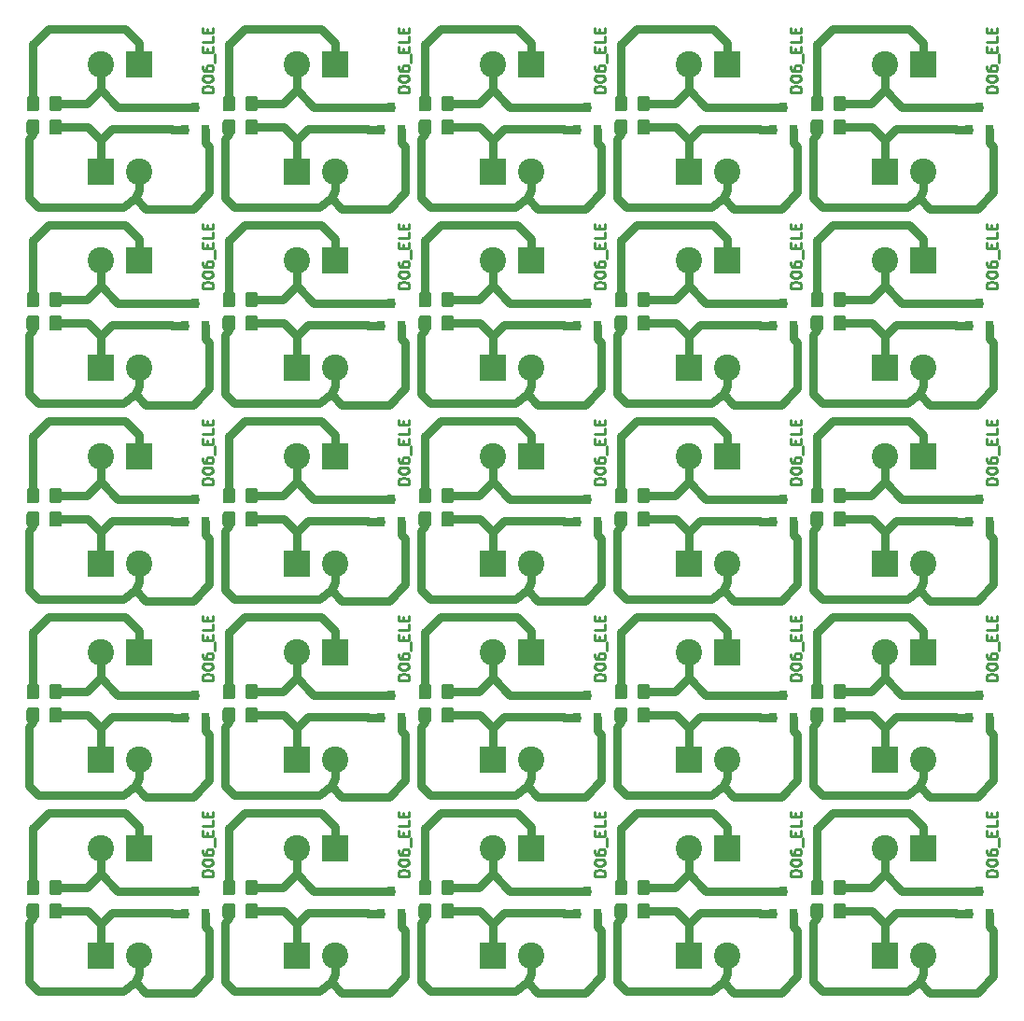
<source format=gbr>
G04 #@! TF.GenerationSoftware,KiCad,Pcbnew,5.1.5-52549c5~86~ubuntu18.04.1*
G04 #@! TF.CreationDate,2020-10-13T18:15:45-05:00*
G04 #@! TF.ProjectId,,58585858-5858-4585-9858-585858585858,rev?*
G04 #@! TF.SameCoordinates,Original*
G04 #@! TF.FileFunction,Copper,L1,Top*
G04 #@! TF.FilePolarity,Positive*
%FSLAX46Y46*%
G04 Gerber Fmt 4.6, Leading zero omitted, Abs format (unit mm)*
G04 Created by KiCad (PCBNEW 5.1.5-52549c5~86~ubuntu18.04.1) date 2020-10-13 18:15:45*
%MOMM*%
%LPD*%
G04 APERTURE LIST*
%ADD10C,0.250000*%
%ADD11C,0.100000*%
%ADD12R,2.400000X2.400000*%
%ADD13C,2.400000*%
%ADD14R,0.800000X0.900000*%
%ADD15C,0.750000*%
G04 APERTURE END LIST*
D10*
X178074580Y-125205761D02*
X177074580Y-125205761D01*
X177074580Y-124967666D01*
X177122200Y-124824809D01*
X177217438Y-124729571D01*
X177312676Y-124681952D01*
X177503152Y-124634333D01*
X177646009Y-124634333D01*
X177836485Y-124681952D01*
X177931723Y-124729571D01*
X178026961Y-124824809D01*
X178074580Y-124967666D01*
X178074580Y-125205761D01*
X177074580Y-124015285D02*
X177074580Y-123920047D01*
X177122200Y-123824809D01*
X177169819Y-123777190D01*
X177265057Y-123729571D01*
X177455533Y-123681952D01*
X177693628Y-123681952D01*
X177884104Y-123729571D01*
X177979342Y-123777190D01*
X178026961Y-123824809D01*
X178074580Y-123920047D01*
X178074580Y-124015285D01*
X178026961Y-124110523D01*
X177979342Y-124158142D01*
X177884104Y-124205761D01*
X177693628Y-124253380D01*
X177455533Y-124253380D01*
X177265057Y-124205761D01*
X177169819Y-124158142D01*
X177122200Y-124110523D01*
X177074580Y-124015285D01*
X177074580Y-122824809D02*
X177074580Y-123015285D01*
X177122200Y-123110523D01*
X177169819Y-123158142D01*
X177312676Y-123253380D01*
X177503152Y-123301000D01*
X177884104Y-123301000D01*
X177979342Y-123253380D01*
X178026961Y-123205761D01*
X178074580Y-123110523D01*
X178074580Y-122920047D01*
X178026961Y-122824809D01*
X177979342Y-122777190D01*
X177884104Y-122729571D01*
X177646009Y-122729571D01*
X177550771Y-122777190D01*
X177503152Y-122824809D01*
X177455533Y-122920047D01*
X177455533Y-123110523D01*
X177503152Y-123205761D01*
X177550771Y-123253380D01*
X177646009Y-123301000D01*
X178169819Y-122539095D02*
X178169819Y-121777190D01*
X177550771Y-121539095D02*
X177550771Y-121205761D01*
X178074580Y-121062904D02*
X178074580Y-121539095D01*
X177074580Y-121539095D01*
X177074580Y-121062904D01*
X178074580Y-120158142D02*
X178074580Y-120634333D01*
X177074580Y-120634333D01*
X177550771Y-119824809D02*
X177550771Y-119491476D01*
X178074580Y-119348619D02*
X178074580Y-119824809D01*
X177074580Y-119824809D01*
X177074580Y-119348619D01*
X160294580Y-125205761D02*
X159294580Y-125205761D01*
X159294580Y-124967666D01*
X159342200Y-124824809D01*
X159437438Y-124729571D01*
X159532676Y-124681952D01*
X159723152Y-124634333D01*
X159866009Y-124634333D01*
X160056485Y-124681952D01*
X160151723Y-124729571D01*
X160246961Y-124824809D01*
X160294580Y-124967666D01*
X160294580Y-125205761D01*
X159294580Y-124015285D02*
X159294580Y-123920047D01*
X159342200Y-123824809D01*
X159389819Y-123777190D01*
X159485057Y-123729571D01*
X159675533Y-123681952D01*
X159913628Y-123681952D01*
X160104104Y-123729571D01*
X160199342Y-123777190D01*
X160246961Y-123824809D01*
X160294580Y-123920047D01*
X160294580Y-124015285D01*
X160246961Y-124110523D01*
X160199342Y-124158142D01*
X160104104Y-124205761D01*
X159913628Y-124253380D01*
X159675533Y-124253380D01*
X159485057Y-124205761D01*
X159389819Y-124158142D01*
X159342200Y-124110523D01*
X159294580Y-124015285D01*
X159294580Y-122824809D02*
X159294580Y-123015285D01*
X159342200Y-123110523D01*
X159389819Y-123158142D01*
X159532676Y-123253380D01*
X159723152Y-123301000D01*
X160104104Y-123301000D01*
X160199342Y-123253380D01*
X160246961Y-123205761D01*
X160294580Y-123110523D01*
X160294580Y-122920047D01*
X160246961Y-122824809D01*
X160199342Y-122777190D01*
X160104104Y-122729571D01*
X159866009Y-122729571D01*
X159770771Y-122777190D01*
X159723152Y-122824809D01*
X159675533Y-122920047D01*
X159675533Y-123110523D01*
X159723152Y-123205761D01*
X159770771Y-123253380D01*
X159866009Y-123301000D01*
X160389819Y-122539095D02*
X160389819Y-121777190D01*
X159770771Y-121539095D02*
X159770771Y-121205761D01*
X160294580Y-121062904D02*
X160294580Y-121539095D01*
X159294580Y-121539095D01*
X159294580Y-121062904D01*
X160294580Y-120158142D02*
X160294580Y-120634333D01*
X159294580Y-120634333D01*
X159770771Y-119824809D02*
X159770771Y-119491476D01*
X160294580Y-119348619D02*
X160294580Y-119824809D01*
X159294580Y-119824809D01*
X159294580Y-119348619D01*
X142514580Y-125205761D02*
X141514580Y-125205761D01*
X141514580Y-124967666D01*
X141562200Y-124824809D01*
X141657438Y-124729571D01*
X141752676Y-124681952D01*
X141943152Y-124634333D01*
X142086009Y-124634333D01*
X142276485Y-124681952D01*
X142371723Y-124729571D01*
X142466961Y-124824809D01*
X142514580Y-124967666D01*
X142514580Y-125205761D01*
X141514580Y-124015285D02*
X141514580Y-123920047D01*
X141562200Y-123824809D01*
X141609819Y-123777190D01*
X141705057Y-123729571D01*
X141895533Y-123681952D01*
X142133628Y-123681952D01*
X142324104Y-123729571D01*
X142419342Y-123777190D01*
X142466961Y-123824809D01*
X142514580Y-123920047D01*
X142514580Y-124015285D01*
X142466961Y-124110523D01*
X142419342Y-124158142D01*
X142324104Y-124205761D01*
X142133628Y-124253380D01*
X141895533Y-124253380D01*
X141705057Y-124205761D01*
X141609819Y-124158142D01*
X141562200Y-124110523D01*
X141514580Y-124015285D01*
X141514580Y-122824809D02*
X141514580Y-123015285D01*
X141562200Y-123110523D01*
X141609819Y-123158142D01*
X141752676Y-123253380D01*
X141943152Y-123301000D01*
X142324104Y-123301000D01*
X142419342Y-123253380D01*
X142466961Y-123205761D01*
X142514580Y-123110523D01*
X142514580Y-122920047D01*
X142466961Y-122824809D01*
X142419342Y-122777190D01*
X142324104Y-122729571D01*
X142086009Y-122729571D01*
X141990771Y-122777190D01*
X141943152Y-122824809D01*
X141895533Y-122920047D01*
X141895533Y-123110523D01*
X141943152Y-123205761D01*
X141990771Y-123253380D01*
X142086009Y-123301000D01*
X142609819Y-122539095D02*
X142609819Y-121777190D01*
X141990771Y-121539095D02*
X141990771Y-121205761D01*
X142514580Y-121062904D02*
X142514580Y-121539095D01*
X141514580Y-121539095D01*
X141514580Y-121062904D01*
X142514580Y-120158142D02*
X142514580Y-120634333D01*
X141514580Y-120634333D01*
X141990771Y-119824809D02*
X141990771Y-119491476D01*
X142514580Y-119348619D02*
X142514580Y-119824809D01*
X141514580Y-119824809D01*
X141514580Y-119348619D01*
X124734580Y-125205761D02*
X123734580Y-125205761D01*
X123734580Y-124967666D01*
X123782200Y-124824809D01*
X123877438Y-124729571D01*
X123972676Y-124681952D01*
X124163152Y-124634333D01*
X124306009Y-124634333D01*
X124496485Y-124681952D01*
X124591723Y-124729571D01*
X124686961Y-124824809D01*
X124734580Y-124967666D01*
X124734580Y-125205761D01*
X123734580Y-124015285D02*
X123734580Y-123920047D01*
X123782200Y-123824809D01*
X123829819Y-123777190D01*
X123925057Y-123729571D01*
X124115533Y-123681952D01*
X124353628Y-123681952D01*
X124544104Y-123729571D01*
X124639342Y-123777190D01*
X124686961Y-123824809D01*
X124734580Y-123920047D01*
X124734580Y-124015285D01*
X124686961Y-124110523D01*
X124639342Y-124158142D01*
X124544104Y-124205761D01*
X124353628Y-124253380D01*
X124115533Y-124253380D01*
X123925057Y-124205761D01*
X123829819Y-124158142D01*
X123782200Y-124110523D01*
X123734580Y-124015285D01*
X123734580Y-122824809D02*
X123734580Y-123015285D01*
X123782200Y-123110523D01*
X123829819Y-123158142D01*
X123972676Y-123253380D01*
X124163152Y-123301000D01*
X124544104Y-123301000D01*
X124639342Y-123253380D01*
X124686961Y-123205761D01*
X124734580Y-123110523D01*
X124734580Y-122920047D01*
X124686961Y-122824809D01*
X124639342Y-122777190D01*
X124544104Y-122729571D01*
X124306009Y-122729571D01*
X124210771Y-122777190D01*
X124163152Y-122824809D01*
X124115533Y-122920047D01*
X124115533Y-123110523D01*
X124163152Y-123205761D01*
X124210771Y-123253380D01*
X124306009Y-123301000D01*
X124829819Y-122539095D02*
X124829819Y-121777190D01*
X124210771Y-121539095D02*
X124210771Y-121205761D01*
X124734580Y-121062904D02*
X124734580Y-121539095D01*
X123734580Y-121539095D01*
X123734580Y-121062904D01*
X124734580Y-120158142D02*
X124734580Y-120634333D01*
X123734580Y-120634333D01*
X124210771Y-119824809D02*
X124210771Y-119491476D01*
X124734580Y-119348619D02*
X124734580Y-119824809D01*
X123734580Y-119824809D01*
X123734580Y-119348619D01*
X106954580Y-125205761D02*
X105954580Y-125205761D01*
X105954580Y-124967666D01*
X106002200Y-124824809D01*
X106097438Y-124729571D01*
X106192676Y-124681952D01*
X106383152Y-124634333D01*
X106526009Y-124634333D01*
X106716485Y-124681952D01*
X106811723Y-124729571D01*
X106906961Y-124824809D01*
X106954580Y-124967666D01*
X106954580Y-125205761D01*
X105954580Y-124015285D02*
X105954580Y-123920047D01*
X106002200Y-123824809D01*
X106049819Y-123777190D01*
X106145057Y-123729571D01*
X106335533Y-123681952D01*
X106573628Y-123681952D01*
X106764104Y-123729571D01*
X106859342Y-123777190D01*
X106906961Y-123824809D01*
X106954580Y-123920047D01*
X106954580Y-124015285D01*
X106906961Y-124110523D01*
X106859342Y-124158142D01*
X106764104Y-124205761D01*
X106573628Y-124253380D01*
X106335533Y-124253380D01*
X106145057Y-124205761D01*
X106049819Y-124158142D01*
X106002200Y-124110523D01*
X105954580Y-124015285D01*
X105954580Y-122824809D02*
X105954580Y-123015285D01*
X106002200Y-123110523D01*
X106049819Y-123158142D01*
X106192676Y-123253380D01*
X106383152Y-123301000D01*
X106764104Y-123301000D01*
X106859342Y-123253380D01*
X106906961Y-123205761D01*
X106954580Y-123110523D01*
X106954580Y-122920047D01*
X106906961Y-122824809D01*
X106859342Y-122777190D01*
X106764104Y-122729571D01*
X106526009Y-122729571D01*
X106430771Y-122777190D01*
X106383152Y-122824809D01*
X106335533Y-122920047D01*
X106335533Y-123110523D01*
X106383152Y-123205761D01*
X106430771Y-123253380D01*
X106526009Y-123301000D01*
X107049819Y-122539095D02*
X107049819Y-121777190D01*
X106430771Y-121539095D02*
X106430771Y-121205761D01*
X106954580Y-121062904D02*
X106954580Y-121539095D01*
X105954580Y-121539095D01*
X105954580Y-121062904D01*
X106954580Y-120158142D02*
X106954580Y-120634333D01*
X105954580Y-120634333D01*
X106430771Y-119824809D02*
X106430771Y-119491476D01*
X106954580Y-119348619D02*
X106954580Y-119824809D01*
X105954580Y-119824809D01*
X105954580Y-119348619D01*
X178074580Y-107425761D02*
X177074580Y-107425761D01*
X177074580Y-107187666D01*
X177122200Y-107044809D01*
X177217438Y-106949571D01*
X177312676Y-106901952D01*
X177503152Y-106854333D01*
X177646009Y-106854333D01*
X177836485Y-106901952D01*
X177931723Y-106949571D01*
X178026961Y-107044809D01*
X178074580Y-107187666D01*
X178074580Y-107425761D01*
X177074580Y-106235285D02*
X177074580Y-106140047D01*
X177122200Y-106044809D01*
X177169819Y-105997190D01*
X177265057Y-105949571D01*
X177455533Y-105901952D01*
X177693628Y-105901952D01*
X177884104Y-105949571D01*
X177979342Y-105997190D01*
X178026961Y-106044809D01*
X178074580Y-106140047D01*
X178074580Y-106235285D01*
X178026961Y-106330523D01*
X177979342Y-106378142D01*
X177884104Y-106425761D01*
X177693628Y-106473380D01*
X177455533Y-106473380D01*
X177265057Y-106425761D01*
X177169819Y-106378142D01*
X177122200Y-106330523D01*
X177074580Y-106235285D01*
X177074580Y-105044809D02*
X177074580Y-105235285D01*
X177122200Y-105330523D01*
X177169819Y-105378142D01*
X177312676Y-105473380D01*
X177503152Y-105521000D01*
X177884104Y-105521000D01*
X177979342Y-105473380D01*
X178026961Y-105425761D01*
X178074580Y-105330523D01*
X178074580Y-105140047D01*
X178026961Y-105044809D01*
X177979342Y-104997190D01*
X177884104Y-104949571D01*
X177646009Y-104949571D01*
X177550771Y-104997190D01*
X177503152Y-105044809D01*
X177455533Y-105140047D01*
X177455533Y-105330523D01*
X177503152Y-105425761D01*
X177550771Y-105473380D01*
X177646009Y-105521000D01*
X178169819Y-104759095D02*
X178169819Y-103997190D01*
X177550771Y-103759095D02*
X177550771Y-103425761D01*
X178074580Y-103282904D02*
X178074580Y-103759095D01*
X177074580Y-103759095D01*
X177074580Y-103282904D01*
X178074580Y-102378142D02*
X178074580Y-102854333D01*
X177074580Y-102854333D01*
X177550771Y-102044809D02*
X177550771Y-101711476D01*
X178074580Y-101568619D02*
X178074580Y-102044809D01*
X177074580Y-102044809D01*
X177074580Y-101568619D01*
X160294580Y-107425761D02*
X159294580Y-107425761D01*
X159294580Y-107187666D01*
X159342200Y-107044809D01*
X159437438Y-106949571D01*
X159532676Y-106901952D01*
X159723152Y-106854333D01*
X159866009Y-106854333D01*
X160056485Y-106901952D01*
X160151723Y-106949571D01*
X160246961Y-107044809D01*
X160294580Y-107187666D01*
X160294580Y-107425761D01*
X159294580Y-106235285D02*
X159294580Y-106140047D01*
X159342200Y-106044809D01*
X159389819Y-105997190D01*
X159485057Y-105949571D01*
X159675533Y-105901952D01*
X159913628Y-105901952D01*
X160104104Y-105949571D01*
X160199342Y-105997190D01*
X160246961Y-106044809D01*
X160294580Y-106140047D01*
X160294580Y-106235285D01*
X160246961Y-106330523D01*
X160199342Y-106378142D01*
X160104104Y-106425761D01*
X159913628Y-106473380D01*
X159675533Y-106473380D01*
X159485057Y-106425761D01*
X159389819Y-106378142D01*
X159342200Y-106330523D01*
X159294580Y-106235285D01*
X159294580Y-105044809D02*
X159294580Y-105235285D01*
X159342200Y-105330523D01*
X159389819Y-105378142D01*
X159532676Y-105473380D01*
X159723152Y-105521000D01*
X160104104Y-105521000D01*
X160199342Y-105473380D01*
X160246961Y-105425761D01*
X160294580Y-105330523D01*
X160294580Y-105140047D01*
X160246961Y-105044809D01*
X160199342Y-104997190D01*
X160104104Y-104949571D01*
X159866009Y-104949571D01*
X159770771Y-104997190D01*
X159723152Y-105044809D01*
X159675533Y-105140047D01*
X159675533Y-105330523D01*
X159723152Y-105425761D01*
X159770771Y-105473380D01*
X159866009Y-105521000D01*
X160389819Y-104759095D02*
X160389819Y-103997190D01*
X159770771Y-103759095D02*
X159770771Y-103425761D01*
X160294580Y-103282904D02*
X160294580Y-103759095D01*
X159294580Y-103759095D01*
X159294580Y-103282904D01*
X160294580Y-102378142D02*
X160294580Y-102854333D01*
X159294580Y-102854333D01*
X159770771Y-102044809D02*
X159770771Y-101711476D01*
X160294580Y-101568619D02*
X160294580Y-102044809D01*
X159294580Y-102044809D01*
X159294580Y-101568619D01*
X142514580Y-107425761D02*
X141514580Y-107425761D01*
X141514580Y-107187666D01*
X141562200Y-107044809D01*
X141657438Y-106949571D01*
X141752676Y-106901952D01*
X141943152Y-106854333D01*
X142086009Y-106854333D01*
X142276485Y-106901952D01*
X142371723Y-106949571D01*
X142466961Y-107044809D01*
X142514580Y-107187666D01*
X142514580Y-107425761D01*
X141514580Y-106235285D02*
X141514580Y-106140047D01*
X141562200Y-106044809D01*
X141609819Y-105997190D01*
X141705057Y-105949571D01*
X141895533Y-105901952D01*
X142133628Y-105901952D01*
X142324104Y-105949571D01*
X142419342Y-105997190D01*
X142466961Y-106044809D01*
X142514580Y-106140047D01*
X142514580Y-106235285D01*
X142466961Y-106330523D01*
X142419342Y-106378142D01*
X142324104Y-106425761D01*
X142133628Y-106473380D01*
X141895533Y-106473380D01*
X141705057Y-106425761D01*
X141609819Y-106378142D01*
X141562200Y-106330523D01*
X141514580Y-106235285D01*
X141514580Y-105044809D02*
X141514580Y-105235285D01*
X141562200Y-105330523D01*
X141609819Y-105378142D01*
X141752676Y-105473380D01*
X141943152Y-105521000D01*
X142324104Y-105521000D01*
X142419342Y-105473380D01*
X142466961Y-105425761D01*
X142514580Y-105330523D01*
X142514580Y-105140047D01*
X142466961Y-105044809D01*
X142419342Y-104997190D01*
X142324104Y-104949571D01*
X142086009Y-104949571D01*
X141990771Y-104997190D01*
X141943152Y-105044809D01*
X141895533Y-105140047D01*
X141895533Y-105330523D01*
X141943152Y-105425761D01*
X141990771Y-105473380D01*
X142086009Y-105521000D01*
X142609819Y-104759095D02*
X142609819Y-103997190D01*
X141990771Y-103759095D02*
X141990771Y-103425761D01*
X142514580Y-103282904D02*
X142514580Y-103759095D01*
X141514580Y-103759095D01*
X141514580Y-103282904D01*
X142514580Y-102378142D02*
X142514580Y-102854333D01*
X141514580Y-102854333D01*
X141990771Y-102044809D02*
X141990771Y-101711476D01*
X142514580Y-101568619D02*
X142514580Y-102044809D01*
X141514580Y-102044809D01*
X141514580Y-101568619D01*
X124734580Y-107425761D02*
X123734580Y-107425761D01*
X123734580Y-107187666D01*
X123782200Y-107044809D01*
X123877438Y-106949571D01*
X123972676Y-106901952D01*
X124163152Y-106854333D01*
X124306009Y-106854333D01*
X124496485Y-106901952D01*
X124591723Y-106949571D01*
X124686961Y-107044809D01*
X124734580Y-107187666D01*
X124734580Y-107425761D01*
X123734580Y-106235285D02*
X123734580Y-106140047D01*
X123782200Y-106044809D01*
X123829819Y-105997190D01*
X123925057Y-105949571D01*
X124115533Y-105901952D01*
X124353628Y-105901952D01*
X124544104Y-105949571D01*
X124639342Y-105997190D01*
X124686961Y-106044809D01*
X124734580Y-106140047D01*
X124734580Y-106235285D01*
X124686961Y-106330523D01*
X124639342Y-106378142D01*
X124544104Y-106425761D01*
X124353628Y-106473380D01*
X124115533Y-106473380D01*
X123925057Y-106425761D01*
X123829819Y-106378142D01*
X123782200Y-106330523D01*
X123734580Y-106235285D01*
X123734580Y-105044809D02*
X123734580Y-105235285D01*
X123782200Y-105330523D01*
X123829819Y-105378142D01*
X123972676Y-105473380D01*
X124163152Y-105521000D01*
X124544104Y-105521000D01*
X124639342Y-105473380D01*
X124686961Y-105425761D01*
X124734580Y-105330523D01*
X124734580Y-105140047D01*
X124686961Y-105044809D01*
X124639342Y-104997190D01*
X124544104Y-104949571D01*
X124306009Y-104949571D01*
X124210771Y-104997190D01*
X124163152Y-105044809D01*
X124115533Y-105140047D01*
X124115533Y-105330523D01*
X124163152Y-105425761D01*
X124210771Y-105473380D01*
X124306009Y-105521000D01*
X124829819Y-104759095D02*
X124829819Y-103997190D01*
X124210771Y-103759095D02*
X124210771Y-103425761D01*
X124734580Y-103282904D02*
X124734580Y-103759095D01*
X123734580Y-103759095D01*
X123734580Y-103282904D01*
X124734580Y-102378142D02*
X124734580Y-102854333D01*
X123734580Y-102854333D01*
X124210771Y-102044809D02*
X124210771Y-101711476D01*
X124734580Y-101568619D02*
X124734580Y-102044809D01*
X123734580Y-102044809D01*
X123734580Y-101568619D01*
X106954580Y-107425761D02*
X105954580Y-107425761D01*
X105954580Y-107187666D01*
X106002200Y-107044809D01*
X106097438Y-106949571D01*
X106192676Y-106901952D01*
X106383152Y-106854333D01*
X106526009Y-106854333D01*
X106716485Y-106901952D01*
X106811723Y-106949571D01*
X106906961Y-107044809D01*
X106954580Y-107187666D01*
X106954580Y-107425761D01*
X105954580Y-106235285D02*
X105954580Y-106140047D01*
X106002200Y-106044809D01*
X106049819Y-105997190D01*
X106145057Y-105949571D01*
X106335533Y-105901952D01*
X106573628Y-105901952D01*
X106764104Y-105949571D01*
X106859342Y-105997190D01*
X106906961Y-106044809D01*
X106954580Y-106140047D01*
X106954580Y-106235285D01*
X106906961Y-106330523D01*
X106859342Y-106378142D01*
X106764104Y-106425761D01*
X106573628Y-106473380D01*
X106335533Y-106473380D01*
X106145057Y-106425761D01*
X106049819Y-106378142D01*
X106002200Y-106330523D01*
X105954580Y-106235285D01*
X105954580Y-105044809D02*
X105954580Y-105235285D01*
X106002200Y-105330523D01*
X106049819Y-105378142D01*
X106192676Y-105473380D01*
X106383152Y-105521000D01*
X106764104Y-105521000D01*
X106859342Y-105473380D01*
X106906961Y-105425761D01*
X106954580Y-105330523D01*
X106954580Y-105140047D01*
X106906961Y-105044809D01*
X106859342Y-104997190D01*
X106764104Y-104949571D01*
X106526009Y-104949571D01*
X106430771Y-104997190D01*
X106383152Y-105044809D01*
X106335533Y-105140047D01*
X106335533Y-105330523D01*
X106383152Y-105425761D01*
X106430771Y-105473380D01*
X106526009Y-105521000D01*
X107049819Y-104759095D02*
X107049819Y-103997190D01*
X106430771Y-103759095D02*
X106430771Y-103425761D01*
X106954580Y-103282904D02*
X106954580Y-103759095D01*
X105954580Y-103759095D01*
X105954580Y-103282904D01*
X106954580Y-102378142D02*
X106954580Y-102854333D01*
X105954580Y-102854333D01*
X106430771Y-102044809D02*
X106430771Y-101711476D01*
X106954580Y-101568619D02*
X106954580Y-102044809D01*
X105954580Y-102044809D01*
X105954580Y-101568619D01*
X178074580Y-89645761D02*
X177074580Y-89645761D01*
X177074580Y-89407666D01*
X177122200Y-89264809D01*
X177217438Y-89169571D01*
X177312676Y-89121952D01*
X177503152Y-89074333D01*
X177646009Y-89074333D01*
X177836485Y-89121952D01*
X177931723Y-89169571D01*
X178026961Y-89264809D01*
X178074580Y-89407666D01*
X178074580Y-89645761D01*
X177074580Y-88455285D02*
X177074580Y-88360047D01*
X177122200Y-88264809D01*
X177169819Y-88217190D01*
X177265057Y-88169571D01*
X177455533Y-88121952D01*
X177693628Y-88121952D01*
X177884104Y-88169571D01*
X177979342Y-88217190D01*
X178026961Y-88264809D01*
X178074580Y-88360047D01*
X178074580Y-88455285D01*
X178026961Y-88550523D01*
X177979342Y-88598142D01*
X177884104Y-88645761D01*
X177693628Y-88693380D01*
X177455533Y-88693380D01*
X177265057Y-88645761D01*
X177169819Y-88598142D01*
X177122200Y-88550523D01*
X177074580Y-88455285D01*
X177074580Y-87264809D02*
X177074580Y-87455285D01*
X177122200Y-87550523D01*
X177169819Y-87598142D01*
X177312676Y-87693380D01*
X177503152Y-87741000D01*
X177884104Y-87741000D01*
X177979342Y-87693380D01*
X178026961Y-87645761D01*
X178074580Y-87550523D01*
X178074580Y-87360047D01*
X178026961Y-87264809D01*
X177979342Y-87217190D01*
X177884104Y-87169571D01*
X177646009Y-87169571D01*
X177550771Y-87217190D01*
X177503152Y-87264809D01*
X177455533Y-87360047D01*
X177455533Y-87550523D01*
X177503152Y-87645761D01*
X177550771Y-87693380D01*
X177646009Y-87741000D01*
X178169819Y-86979095D02*
X178169819Y-86217190D01*
X177550771Y-85979095D02*
X177550771Y-85645761D01*
X178074580Y-85502904D02*
X178074580Y-85979095D01*
X177074580Y-85979095D01*
X177074580Y-85502904D01*
X178074580Y-84598142D02*
X178074580Y-85074333D01*
X177074580Y-85074333D01*
X177550771Y-84264809D02*
X177550771Y-83931476D01*
X178074580Y-83788619D02*
X178074580Y-84264809D01*
X177074580Y-84264809D01*
X177074580Y-83788619D01*
X160294580Y-89645761D02*
X159294580Y-89645761D01*
X159294580Y-89407666D01*
X159342200Y-89264809D01*
X159437438Y-89169571D01*
X159532676Y-89121952D01*
X159723152Y-89074333D01*
X159866009Y-89074333D01*
X160056485Y-89121952D01*
X160151723Y-89169571D01*
X160246961Y-89264809D01*
X160294580Y-89407666D01*
X160294580Y-89645761D01*
X159294580Y-88455285D02*
X159294580Y-88360047D01*
X159342200Y-88264809D01*
X159389819Y-88217190D01*
X159485057Y-88169571D01*
X159675533Y-88121952D01*
X159913628Y-88121952D01*
X160104104Y-88169571D01*
X160199342Y-88217190D01*
X160246961Y-88264809D01*
X160294580Y-88360047D01*
X160294580Y-88455285D01*
X160246961Y-88550523D01*
X160199342Y-88598142D01*
X160104104Y-88645761D01*
X159913628Y-88693380D01*
X159675533Y-88693380D01*
X159485057Y-88645761D01*
X159389819Y-88598142D01*
X159342200Y-88550523D01*
X159294580Y-88455285D01*
X159294580Y-87264809D02*
X159294580Y-87455285D01*
X159342200Y-87550523D01*
X159389819Y-87598142D01*
X159532676Y-87693380D01*
X159723152Y-87741000D01*
X160104104Y-87741000D01*
X160199342Y-87693380D01*
X160246961Y-87645761D01*
X160294580Y-87550523D01*
X160294580Y-87360047D01*
X160246961Y-87264809D01*
X160199342Y-87217190D01*
X160104104Y-87169571D01*
X159866009Y-87169571D01*
X159770771Y-87217190D01*
X159723152Y-87264809D01*
X159675533Y-87360047D01*
X159675533Y-87550523D01*
X159723152Y-87645761D01*
X159770771Y-87693380D01*
X159866009Y-87741000D01*
X160389819Y-86979095D02*
X160389819Y-86217190D01*
X159770771Y-85979095D02*
X159770771Y-85645761D01*
X160294580Y-85502904D02*
X160294580Y-85979095D01*
X159294580Y-85979095D01*
X159294580Y-85502904D01*
X160294580Y-84598142D02*
X160294580Y-85074333D01*
X159294580Y-85074333D01*
X159770771Y-84264809D02*
X159770771Y-83931476D01*
X160294580Y-83788619D02*
X160294580Y-84264809D01*
X159294580Y-84264809D01*
X159294580Y-83788619D01*
X142514580Y-89645761D02*
X141514580Y-89645761D01*
X141514580Y-89407666D01*
X141562200Y-89264809D01*
X141657438Y-89169571D01*
X141752676Y-89121952D01*
X141943152Y-89074333D01*
X142086009Y-89074333D01*
X142276485Y-89121952D01*
X142371723Y-89169571D01*
X142466961Y-89264809D01*
X142514580Y-89407666D01*
X142514580Y-89645761D01*
X141514580Y-88455285D02*
X141514580Y-88360047D01*
X141562200Y-88264809D01*
X141609819Y-88217190D01*
X141705057Y-88169571D01*
X141895533Y-88121952D01*
X142133628Y-88121952D01*
X142324104Y-88169571D01*
X142419342Y-88217190D01*
X142466961Y-88264809D01*
X142514580Y-88360047D01*
X142514580Y-88455285D01*
X142466961Y-88550523D01*
X142419342Y-88598142D01*
X142324104Y-88645761D01*
X142133628Y-88693380D01*
X141895533Y-88693380D01*
X141705057Y-88645761D01*
X141609819Y-88598142D01*
X141562200Y-88550523D01*
X141514580Y-88455285D01*
X141514580Y-87264809D02*
X141514580Y-87455285D01*
X141562200Y-87550523D01*
X141609819Y-87598142D01*
X141752676Y-87693380D01*
X141943152Y-87741000D01*
X142324104Y-87741000D01*
X142419342Y-87693380D01*
X142466961Y-87645761D01*
X142514580Y-87550523D01*
X142514580Y-87360047D01*
X142466961Y-87264809D01*
X142419342Y-87217190D01*
X142324104Y-87169571D01*
X142086009Y-87169571D01*
X141990771Y-87217190D01*
X141943152Y-87264809D01*
X141895533Y-87360047D01*
X141895533Y-87550523D01*
X141943152Y-87645761D01*
X141990771Y-87693380D01*
X142086009Y-87741000D01*
X142609819Y-86979095D02*
X142609819Y-86217190D01*
X141990771Y-85979095D02*
X141990771Y-85645761D01*
X142514580Y-85502904D02*
X142514580Y-85979095D01*
X141514580Y-85979095D01*
X141514580Y-85502904D01*
X142514580Y-84598142D02*
X142514580Y-85074333D01*
X141514580Y-85074333D01*
X141990771Y-84264809D02*
X141990771Y-83931476D01*
X142514580Y-83788619D02*
X142514580Y-84264809D01*
X141514580Y-84264809D01*
X141514580Y-83788619D01*
X124734580Y-89645761D02*
X123734580Y-89645761D01*
X123734580Y-89407666D01*
X123782200Y-89264809D01*
X123877438Y-89169571D01*
X123972676Y-89121952D01*
X124163152Y-89074333D01*
X124306009Y-89074333D01*
X124496485Y-89121952D01*
X124591723Y-89169571D01*
X124686961Y-89264809D01*
X124734580Y-89407666D01*
X124734580Y-89645761D01*
X123734580Y-88455285D02*
X123734580Y-88360047D01*
X123782200Y-88264809D01*
X123829819Y-88217190D01*
X123925057Y-88169571D01*
X124115533Y-88121952D01*
X124353628Y-88121952D01*
X124544104Y-88169571D01*
X124639342Y-88217190D01*
X124686961Y-88264809D01*
X124734580Y-88360047D01*
X124734580Y-88455285D01*
X124686961Y-88550523D01*
X124639342Y-88598142D01*
X124544104Y-88645761D01*
X124353628Y-88693380D01*
X124115533Y-88693380D01*
X123925057Y-88645761D01*
X123829819Y-88598142D01*
X123782200Y-88550523D01*
X123734580Y-88455285D01*
X123734580Y-87264809D02*
X123734580Y-87455285D01*
X123782200Y-87550523D01*
X123829819Y-87598142D01*
X123972676Y-87693380D01*
X124163152Y-87741000D01*
X124544104Y-87741000D01*
X124639342Y-87693380D01*
X124686961Y-87645761D01*
X124734580Y-87550523D01*
X124734580Y-87360047D01*
X124686961Y-87264809D01*
X124639342Y-87217190D01*
X124544104Y-87169571D01*
X124306009Y-87169571D01*
X124210771Y-87217190D01*
X124163152Y-87264809D01*
X124115533Y-87360047D01*
X124115533Y-87550523D01*
X124163152Y-87645761D01*
X124210771Y-87693380D01*
X124306009Y-87741000D01*
X124829819Y-86979095D02*
X124829819Y-86217190D01*
X124210771Y-85979095D02*
X124210771Y-85645761D01*
X124734580Y-85502904D02*
X124734580Y-85979095D01*
X123734580Y-85979095D01*
X123734580Y-85502904D01*
X124734580Y-84598142D02*
X124734580Y-85074333D01*
X123734580Y-85074333D01*
X124210771Y-84264809D02*
X124210771Y-83931476D01*
X124734580Y-83788619D02*
X124734580Y-84264809D01*
X123734580Y-84264809D01*
X123734580Y-83788619D01*
X106954580Y-89645761D02*
X105954580Y-89645761D01*
X105954580Y-89407666D01*
X106002200Y-89264809D01*
X106097438Y-89169571D01*
X106192676Y-89121952D01*
X106383152Y-89074333D01*
X106526009Y-89074333D01*
X106716485Y-89121952D01*
X106811723Y-89169571D01*
X106906961Y-89264809D01*
X106954580Y-89407666D01*
X106954580Y-89645761D01*
X105954580Y-88455285D02*
X105954580Y-88360047D01*
X106002200Y-88264809D01*
X106049819Y-88217190D01*
X106145057Y-88169571D01*
X106335533Y-88121952D01*
X106573628Y-88121952D01*
X106764104Y-88169571D01*
X106859342Y-88217190D01*
X106906961Y-88264809D01*
X106954580Y-88360047D01*
X106954580Y-88455285D01*
X106906961Y-88550523D01*
X106859342Y-88598142D01*
X106764104Y-88645761D01*
X106573628Y-88693380D01*
X106335533Y-88693380D01*
X106145057Y-88645761D01*
X106049819Y-88598142D01*
X106002200Y-88550523D01*
X105954580Y-88455285D01*
X105954580Y-87264809D02*
X105954580Y-87455285D01*
X106002200Y-87550523D01*
X106049819Y-87598142D01*
X106192676Y-87693380D01*
X106383152Y-87741000D01*
X106764104Y-87741000D01*
X106859342Y-87693380D01*
X106906961Y-87645761D01*
X106954580Y-87550523D01*
X106954580Y-87360047D01*
X106906961Y-87264809D01*
X106859342Y-87217190D01*
X106764104Y-87169571D01*
X106526009Y-87169571D01*
X106430771Y-87217190D01*
X106383152Y-87264809D01*
X106335533Y-87360047D01*
X106335533Y-87550523D01*
X106383152Y-87645761D01*
X106430771Y-87693380D01*
X106526009Y-87741000D01*
X107049819Y-86979095D02*
X107049819Y-86217190D01*
X106430771Y-85979095D02*
X106430771Y-85645761D01*
X106954580Y-85502904D02*
X106954580Y-85979095D01*
X105954580Y-85979095D01*
X105954580Y-85502904D01*
X106954580Y-84598142D02*
X106954580Y-85074333D01*
X105954580Y-85074333D01*
X106430771Y-84264809D02*
X106430771Y-83931476D01*
X106954580Y-83788619D02*
X106954580Y-84264809D01*
X105954580Y-84264809D01*
X105954580Y-83788619D01*
X178074580Y-71865761D02*
X177074580Y-71865761D01*
X177074580Y-71627666D01*
X177122200Y-71484809D01*
X177217438Y-71389571D01*
X177312676Y-71341952D01*
X177503152Y-71294333D01*
X177646009Y-71294333D01*
X177836485Y-71341952D01*
X177931723Y-71389571D01*
X178026961Y-71484809D01*
X178074580Y-71627666D01*
X178074580Y-71865761D01*
X177074580Y-70675285D02*
X177074580Y-70580047D01*
X177122200Y-70484809D01*
X177169819Y-70437190D01*
X177265057Y-70389571D01*
X177455533Y-70341952D01*
X177693628Y-70341952D01*
X177884104Y-70389571D01*
X177979342Y-70437190D01*
X178026961Y-70484809D01*
X178074580Y-70580047D01*
X178074580Y-70675285D01*
X178026961Y-70770523D01*
X177979342Y-70818142D01*
X177884104Y-70865761D01*
X177693628Y-70913380D01*
X177455533Y-70913380D01*
X177265057Y-70865761D01*
X177169819Y-70818142D01*
X177122200Y-70770523D01*
X177074580Y-70675285D01*
X177074580Y-69484809D02*
X177074580Y-69675285D01*
X177122200Y-69770523D01*
X177169819Y-69818142D01*
X177312676Y-69913380D01*
X177503152Y-69961000D01*
X177884104Y-69961000D01*
X177979342Y-69913380D01*
X178026961Y-69865761D01*
X178074580Y-69770523D01*
X178074580Y-69580047D01*
X178026961Y-69484809D01*
X177979342Y-69437190D01*
X177884104Y-69389571D01*
X177646009Y-69389571D01*
X177550771Y-69437190D01*
X177503152Y-69484809D01*
X177455533Y-69580047D01*
X177455533Y-69770523D01*
X177503152Y-69865761D01*
X177550771Y-69913380D01*
X177646009Y-69961000D01*
X178169819Y-69199095D02*
X178169819Y-68437190D01*
X177550771Y-68199095D02*
X177550771Y-67865761D01*
X178074580Y-67722904D02*
X178074580Y-68199095D01*
X177074580Y-68199095D01*
X177074580Y-67722904D01*
X178074580Y-66818142D02*
X178074580Y-67294333D01*
X177074580Y-67294333D01*
X177550771Y-66484809D02*
X177550771Y-66151476D01*
X178074580Y-66008619D02*
X178074580Y-66484809D01*
X177074580Y-66484809D01*
X177074580Y-66008619D01*
X160294580Y-71865761D02*
X159294580Y-71865761D01*
X159294580Y-71627666D01*
X159342200Y-71484809D01*
X159437438Y-71389571D01*
X159532676Y-71341952D01*
X159723152Y-71294333D01*
X159866009Y-71294333D01*
X160056485Y-71341952D01*
X160151723Y-71389571D01*
X160246961Y-71484809D01*
X160294580Y-71627666D01*
X160294580Y-71865761D01*
X159294580Y-70675285D02*
X159294580Y-70580047D01*
X159342200Y-70484809D01*
X159389819Y-70437190D01*
X159485057Y-70389571D01*
X159675533Y-70341952D01*
X159913628Y-70341952D01*
X160104104Y-70389571D01*
X160199342Y-70437190D01*
X160246961Y-70484809D01*
X160294580Y-70580047D01*
X160294580Y-70675285D01*
X160246961Y-70770523D01*
X160199342Y-70818142D01*
X160104104Y-70865761D01*
X159913628Y-70913380D01*
X159675533Y-70913380D01*
X159485057Y-70865761D01*
X159389819Y-70818142D01*
X159342200Y-70770523D01*
X159294580Y-70675285D01*
X159294580Y-69484809D02*
X159294580Y-69675285D01*
X159342200Y-69770523D01*
X159389819Y-69818142D01*
X159532676Y-69913380D01*
X159723152Y-69961000D01*
X160104104Y-69961000D01*
X160199342Y-69913380D01*
X160246961Y-69865761D01*
X160294580Y-69770523D01*
X160294580Y-69580047D01*
X160246961Y-69484809D01*
X160199342Y-69437190D01*
X160104104Y-69389571D01*
X159866009Y-69389571D01*
X159770771Y-69437190D01*
X159723152Y-69484809D01*
X159675533Y-69580047D01*
X159675533Y-69770523D01*
X159723152Y-69865761D01*
X159770771Y-69913380D01*
X159866009Y-69961000D01*
X160389819Y-69199095D02*
X160389819Y-68437190D01*
X159770771Y-68199095D02*
X159770771Y-67865761D01*
X160294580Y-67722904D02*
X160294580Y-68199095D01*
X159294580Y-68199095D01*
X159294580Y-67722904D01*
X160294580Y-66818142D02*
X160294580Y-67294333D01*
X159294580Y-67294333D01*
X159770771Y-66484809D02*
X159770771Y-66151476D01*
X160294580Y-66008619D02*
X160294580Y-66484809D01*
X159294580Y-66484809D01*
X159294580Y-66008619D01*
X142514580Y-71865761D02*
X141514580Y-71865761D01*
X141514580Y-71627666D01*
X141562200Y-71484809D01*
X141657438Y-71389571D01*
X141752676Y-71341952D01*
X141943152Y-71294333D01*
X142086009Y-71294333D01*
X142276485Y-71341952D01*
X142371723Y-71389571D01*
X142466961Y-71484809D01*
X142514580Y-71627666D01*
X142514580Y-71865761D01*
X141514580Y-70675285D02*
X141514580Y-70580047D01*
X141562200Y-70484809D01*
X141609819Y-70437190D01*
X141705057Y-70389571D01*
X141895533Y-70341952D01*
X142133628Y-70341952D01*
X142324104Y-70389571D01*
X142419342Y-70437190D01*
X142466961Y-70484809D01*
X142514580Y-70580047D01*
X142514580Y-70675285D01*
X142466961Y-70770523D01*
X142419342Y-70818142D01*
X142324104Y-70865761D01*
X142133628Y-70913380D01*
X141895533Y-70913380D01*
X141705057Y-70865761D01*
X141609819Y-70818142D01*
X141562200Y-70770523D01*
X141514580Y-70675285D01*
X141514580Y-69484809D02*
X141514580Y-69675285D01*
X141562200Y-69770523D01*
X141609819Y-69818142D01*
X141752676Y-69913380D01*
X141943152Y-69961000D01*
X142324104Y-69961000D01*
X142419342Y-69913380D01*
X142466961Y-69865761D01*
X142514580Y-69770523D01*
X142514580Y-69580047D01*
X142466961Y-69484809D01*
X142419342Y-69437190D01*
X142324104Y-69389571D01*
X142086009Y-69389571D01*
X141990771Y-69437190D01*
X141943152Y-69484809D01*
X141895533Y-69580047D01*
X141895533Y-69770523D01*
X141943152Y-69865761D01*
X141990771Y-69913380D01*
X142086009Y-69961000D01*
X142609819Y-69199095D02*
X142609819Y-68437190D01*
X141990771Y-68199095D02*
X141990771Y-67865761D01*
X142514580Y-67722904D02*
X142514580Y-68199095D01*
X141514580Y-68199095D01*
X141514580Y-67722904D01*
X142514580Y-66818142D02*
X142514580Y-67294333D01*
X141514580Y-67294333D01*
X141990771Y-66484809D02*
X141990771Y-66151476D01*
X142514580Y-66008619D02*
X142514580Y-66484809D01*
X141514580Y-66484809D01*
X141514580Y-66008619D01*
X124734580Y-71865761D02*
X123734580Y-71865761D01*
X123734580Y-71627666D01*
X123782200Y-71484809D01*
X123877438Y-71389571D01*
X123972676Y-71341952D01*
X124163152Y-71294333D01*
X124306009Y-71294333D01*
X124496485Y-71341952D01*
X124591723Y-71389571D01*
X124686961Y-71484809D01*
X124734580Y-71627666D01*
X124734580Y-71865761D01*
X123734580Y-70675285D02*
X123734580Y-70580047D01*
X123782200Y-70484809D01*
X123829819Y-70437190D01*
X123925057Y-70389571D01*
X124115533Y-70341952D01*
X124353628Y-70341952D01*
X124544104Y-70389571D01*
X124639342Y-70437190D01*
X124686961Y-70484809D01*
X124734580Y-70580047D01*
X124734580Y-70675285D01*
X124686961Y-70770523D01*
X124639342Y-70818142D01*
X124544104Y-70865761D01*
X124353628Y-70913380D01*
X124115533Y-70913380D01*
X123925057Y-70865761D01*
X123829819Y-70818142D01*
X123782200Y-70770523D01*
X123734580Y-70675285D01*
X123734580Y-69484809D02*
X123734580Y-69675285D01*
X123782200Y-69770523D01*
X123829819Y-69818142D01*
X123972676Y-69913380D01*
X124163152Y-69961000D01*
X124544104Y-69961000D01*
X124639342Y-69913380D01*
X124686961Y-69865761D01*
X124734580Y-69770523D01*
X124734580Y-69580047D01*
X124686961Y-69484809D01*
X124639342Y-69437190D01*
X124544104Y-69389571D01*
X124306009Y-69389571D01*
X124210771Y-69437190D01*
X124163152Y-69484809D01*
X124115533Y-69580047D01*
X124115533Y-69770523D01*
X124163152Y-69865761D01*
X124210771Y-69913380D01*
X124306009Y-69961000D01*
X124829819Y-69199095D02*
X124829819Y-68437190D01*
X124210771Y-68199095D02*
X124210771Y-67865761D01*
X124734580Y-67722904D02*
X124734580Y-68199095D01*
X123734580Y-68199095D01*
X123734580Y-67722904D01*
X124734580Y-66818142D02*
X124734580Y-67294333D01*
X123734580Y-67294333D01*
X124210771Y-66484809D02*
X124210771Y-66151476D01*
X124734580Y-66008619D02*
X124734580Y-66484809D01*
X123734580Y-66484809D01*
X123734580Y-66008619D01*
X106954580Y-71865761D02*
X105954580Y-71865761D01*
X105954580Y-71627666D01*
X106002200Y-71484809D01*
X106097438Y-71389571D01*
X106192676Y-71341952D01*
X106383152Y-71294333D01*
X106526009Y-71294333D01*
X106716485Y-71341952D01*
X106811723Y-71389571D01*
X106906961Y-71484809D01*
X106954580Y-71627666D01*
X106954580Y-71865761D01*
X105954580Y-70675285D02*
X105954580Y-70580047D01*
X106002200Y-70484809D01*
X106049819Y-70437190D01*
X106145057Y-70389571D01*
X106335533Y-70341952D01*
X106573628Y-70341952D01*
X106764104Y-70389571D01*
X106859342Y-70437190D01*
X106906961Y-70484809D01*
X106954580Y-70580047D01*
X106954580Y-70675285D01*
X106906961Y-70770523D01*
X106859342Y-70818142D01*
X106764104Y-70865761D01*
X106573628Y-70913380D01*
X106335533Y-70913380D01*
X106145057Y-70865761D01*
X106049819Y-70818142D01*
X106002200Y-70770523D01*
X105954580Y-70675285D01*
X105954580Y-69484809D02*
X105954580Y-69675285D01*
X106002200Y-69770523D01*
X106049819Y-69818142D01*
X106192676Y-69913380D01*
X106383152Y-69961000D01*
X106764104Y-69961000D01*
X106859342Y-69913380D01*
X106906961Y-69865761D01*
X106954580Y-69770523D01*
X106954580Y-69580047D01*
X106906961Y-69484809D01*
X106859342Y-69437190D01*
X106764104Y-69389571D01*
X106526009Y-69389571D01*
X106430771Y-69437190D01*
X106383152Y-69484809D01*
X106335533Y-69580047D01*
X106335533Y-69770523D01*
X106383152Y-69865761D01*
X106430771Y-69913380D01*
X106526009Y-69961000D01*
X107049819Y-69199095D02*
X107049819Y-68437190D01*
X106430771Y-68199095D02*
X106430771Y-67865761D01*
X106954580Y-67722904D02*
X106954580Y-68199095D01*
X105954580Y-68199095D01*
X105954580Y-67722904D01*
X106954580Y-66818142D02*
X106954580Y-67294333D01*
X105954580Y-67294333D01*
X106430771Y-66484809D02*
X106430771Y-66151476D01*
X106954580Y-66008619D02*
X106954580Y-66484809D01*
X105954580Y-66484809D01*
X105954580Y-66008619D01*
X178074580Y-54085761D02*
X177074580Y-54085761D01*
X177074580Y-53847666D01*
X177122200Y-53704809D01*
X177217438Y-53609571D01*
X177312676Y-53561952D01*
X177503152Y-53514333D01*
X177646009Y-53514333D01*
X177836485Y-53561952D01*
X177931723Y-53609571D01*
X178026961Y-53704809D01*
X178074580Y-53847666D01*
X178074580Y-54085761D01*
X177074580Y-52895285D02*
X177074580Y-52800047D01*
X177122200Y-52704809D01*
X177169819Y-52657190D01*
X177265057Y-52609571D01*
X177455533Y-52561952D01*
X177693628Y-52561952D01*
X177884104Y-52609571D01*
X177979342Y-52657190D01*
X178026961Y-52704809D01*
X178074580Y-52800047D01*
X178074580Y-52895285D01*
X178026961Y-52990523D01*
X177979342Y-53038142D01*
X177884104Y-53085761D01*
X177693628Y-53133380D01*
X177455533Y-53133380D01*
X177265057Y-53085761D01*
X177169819Y-53038142D01*
X177122200Y-52990523D01*
X177074580Y-52895285D01*
X177074580Y-51704809D02*
X177074580Y-51895285D01*
X177122200Y-51990523D01*
X177169819Y-52038142D01*
X177312676Y-52133380D01*
X177503152Y-52181000D01*
X177884104Y-52181000D01*
X177979342Y-52133380D01*
X178026961Y-52085761D01*
X178074580Y-51990523D01*
X178074580Y-51800047D01*
X178026961Y-51704809D01*
X177979342Y-51657190D01*
X177884104Y-51609571D01*
X177646009Y-51609571D01*
X177550771Y-51657190D01*
X177503152Y-51704809D01*
X177455533Y-51800047D01*
X177455533Y-51990523D01*
X177503152Y-52085761D01*
X177550771Y-52133380D01*
X177646009Y-52181000D01*
X178169819Y-51419095D02*
X178169819Y-50657190D01*
X177550771Y-50419095D02*
X177550771Y-50085761D01*
X178074580Y-49942904D02*
X178074580Y-50419095D01*
X177074580Y-50419095D01*
X177074580Y-49942904D01*
X178074580Y-49038142D02*
X178074580Y-49514333D01*
X177074580Y-49514333D01*
X177550771Y-48704809D02*
X177550771Y-48371476D01*
X178074580Y-48228619D02*
X178074580Y-48704809D01*
X177074580Y-48704809D01*
X177074580Y-48228619D01*
X160294580Y-54085761D02*
X159294580Y-54085761D01*
X159294580Y-53847666D01*
X159342200Y-53704809D01*
X159437438Y-53609571D01*
X159532676Y-53561952D01*
X159723152Y-53514333D01*
X159866009Y-53514333D01*
X160056485Y-53561952D01*
X160151723Y-53609571D01*
X160246961Y-53704809D01*
X160294580Y-53847666D01*
X160294580Y-54085761D01*
X159294580Y-52895285D02*
X159294580Y-52800047D01*
X159342200Y-52704809D01*
X159389819Y-52657190D01*
X159485057Y-52609571D01*
X159675533Y-52561952D01*
X159913628Y-52561952D01*
X160104104Y-52609571D01*
X160199342Y-52657190D01*
X160246961Y-52704809D01*
X160294580Y-52800047D01*
X160294580Y-52895285D01*
X160246961Y-52990523D01*
X160199342Y-53038142D01*
X160104104Y-53085761D01*
X159913628Y-53133380D01*
X159675533Y-53133380D01*
X159485057Y-53085761D01*
X159389819Y-53038142D01*
X159342200Y-52990523D01*
X159294580Y-52895285D01*
X159294580Y-51704809D02*
X159294580Y-51895285D01*
X159342200Y-51990523D01*
X159389819Y-52038142D01*
X159532676Y-52133380D01*
X159723152Y-52181000D01*
X160104104Y-52181000D01*
X160199342Y-52133380D01*
X160246961Y-52085761D01*
X160294580Y-51990523D01*
X160294580Y-51800047D01*
X160246961Y-51704809D01*
X160199342Y-51657190D01*
X160104104Y-51609571D01*
X159866009Y-51609571D01*
X159770771Y-51657190D01*
X159723152Y-51704809D01*
X159675533Y-51800047D01*
X159675533Y-51990523D01*
X159723152Y-52085761D01*
X159770771Y-52133380D01*
X159866009Y-52181000D01*
X160389819Y-51419095D02*
X160389819Y-50657190D01*
X159770771Y-50419095D02*
X159770771Y-50085761D01*
X160294580Y-49942904D02*
X160294580Y-50419095D01*
X159294580Y-50419095D01*
X159294580Y-49942904D01*
X160294580Y-49038142D02*
X160294580Y-49514333D01*
X159294580Y-49514333D01*
X159770771Y-48704809D02*
X159770771Y-48371476D01*
X160294580Y-48228619D02*
X160294580Y-48704809D01*
X159294580Y-48704809D01*
X159294580Y-48228619D01*
X142514580Y-54085761D02*
X141514580Y-54085761D01*
X141514580Y-53847666D01*
X141562200Y-53704809D01*
X141657438Y-53609571D01*
X141752676Y-53561952D01*
X141943152Y-53514333D01*
X142086009Y-53514333D01*
X142276485Y-53561952D01*
X142371723Y-53609571D01*
X142466961Y-53704809D01*
X142514580Y-53847666D01*
X142514580Y-54085761D01*
X141514580Y-52895285D02*
X141514580Y-52800047D01*
X141562200Y-52704809D01*
X141609819Y-52657190D01*
X141705057Y-52609571D01*
X141895533Y-52561952D01*
X142133628Y-52561952D01*
X142324104Y-52609571D01*
X142419342Y-52657190D01*
X142466961Y-52704809D01*
X142514580Y-52800047D01*
X142514580Y-52895285D01*
X142466961Y-52990523D01*
X142419342Y-53038142D01*
X142324104Y-53085761D01*
X142133628Y-53133380D01*
X141895533Y-53133380D01*
X141705057Y-53085761D01*
X141609819Y-53038142D01*
X141562200Y-52990523D01*
X141514580Y-52895285D01*
X141514580Y-51704809D02*
X141514580Y-51895285D01*
X141562200Y-51990523D01*
X141609819Y-52038142D01*
X141752676Y-52133380D01*
X141943152Y-52181000D01*
X142324104Y-52181000D01*
X142419342Y-52133380D01*
X142466961Y-52085761D01*
X142514580Y-51990523D01*
X142514580Y-51800047D01*
X142466961Y-51704809D01*
X142419342Y-51657190D01*
X142324104Y-51609571D01*
X142086009Y-51609571D01*
X141990771Y-51657190D01*
X141943152Y-51704809D01*
X141895533Y-51800047D01*
X141895533Y-51990523D01*
X141943152Y-52085761D01*
X141990771Y-52133380D01*
X142086009Y-52181000D01*
X142609819Y-51419095D02*
X142609819Y-50657190D01*
X141990771Y-50419095D02*
X141990771Y-50085761D01*
X142514580Y-49942904D02*
X142514580Y-50419095D01*
X141514580Y-50419095D01*
X141514580Y-49942904D01*
X142514580Y-49038142D02*
X142514580Y-49514333D01*
X141514580Y-49514333D01*
X141990771Y-48704809D02*
X141990771Y-48371476D01*
X142514580Y-48228619D02*
X142514580Y-48704809D01*
X141514580Y-48704809D01*
X141514580Y-48228619D01*
X124734580Y-54085761D02*
X123734580Y-54085761D01*
X123734580Y-53847666D01*
X123782200Y-53704809D01*
X123877438Y-53609571D01*
X123972676Y-53561952D01*
X124163152Y-53514333D01*
X124306009Y-53514333D01*
X124496485Y-53561952D01*
X124591723Y-53609571D01*
X124686961Y-53704809D01*
X124734580Y-53847666D01*
X124734580Y-54085761D01*
X123734580Y-52895285D02*
X123734580Y-52800047D01*
X123782200Y-52704809D01*
X123829819Y-52657190D01*
X123925057Y-52609571D01*
X124115533Y-52561952D01*
X124353628Y-52561952D01*
X124544104Y-52609571D01*
X124639342Y-52657190D01*
X124686961Y-52704809D01*
X124734580Y-52800047D01*
X124734580Y-52895285D01*
X124686961Y-52990523D01*
X124639342Y-53038142D01*
X124544104Y-53085761D01*
X124353628Y-53133380D01*
X124115533Y-53133380D01*
X123925057Y-53085761D01*
X123829819Y-53038142D01*
X123782200Y-52990523D01*
X123734580Y-52895285D01*
X123734580Y-51704809D02*
X123734580Y-51895285D01*
X123782200Y-51990523D01*
X123829819Y-52038142D01*
X123972676Y-52133380D01*
X124163152Y-52181000D01*
X124544104Y-52181000D01*
X124639342Y-52133380D01*
X124686961Y-52085761D01*
X124734580Y-51990523D01*
X124734580Y-51800047D01*
X124686961Y-51704809D01*
X124639342Y-51657190D01*
X124544104Y-51609571D01*
X124306009Y-51609571D01*
X124210771Y-51657190D01*
X124163152Y-51704809D01*
X124115533Y-51800047D01*
X124115533Y-51990523D01*
X124163152Y-52085761D01*
X124210771Y-52133380D01*
X124306009Y-52181000D01*
X124829819Y-51419095D02*
X124829819Y-50657190D01*
X124210771Y-50419095D02*
X124210771Y-50085761D01*
X124734580Y-49942904D02*
X124734580Y-50419095D01*
X123734580Y-50419095D01*
X123734580Y-49942904D01*
X124734580Y-49038142D02*
X124734580Y-49514333D01*
X123734580Y-49514333D01*
X124210771Y-48704809D02*
X124210771Y-48371476D01*
X124734580Y-48228619D02*
X124734580Y-48704809D01*
X123734580Y-48704809D01*
X123734580Y-48228619D01*
X106954580Y-54085761D02*
X105954580Y-54085761D01*
X105954580Y-53847666D01*
X106002200Y-53704809D01*
X106097438Y-53609571D01*
X106192676Y-53561952D01*
X106383152Y-53514333D01*
X106526009Y-53514333D01*
X106716485Y-53561952D01*
X106811723Y-53609571D01*
X106906961Y-53704809D01*
X106954580Y-53847666D01*
X106954580Y-54085761D01*
X105954580Y-52895285D02*
X105954580Y-52800047D01*
X106002200Y-52704809D01*
X106049819Y-52657190D01*
X106145057Y-52609571D01*
X106335533Y-52561952D01*
X106573628Y-52561952D01*
X106764104Y-52609571D01*
X106859342Y-52657190D01*
X106906961Y-52704809D01*
X106954580Y-52800047D01*
X106954580Y-52895285D01*
X106906961Y-52990523D01*
X106859342Y-53038142D01*
X106764104Y-53085761D01*
X106573628Y-53133380D01*
X106335533Y-53133380D01*
X106145057Y-53085761D01*
X106049819Y-53038142D01*
X106002200Y-52990523D01*
X105954580Y-52895285D01*
X105954580Y-51704809D02*
X105954580Y-51895285D01*
X106002200Y-51990523D01*
X106049819Y-52038142D01*
X106192676Y-52133380D01*
X106383152Y-52181000D01*
X106764104Y-52181000D01*
X106859342Y-52133380D01*
X106906961Y-52085761D01*
X106954580Y-51990523D01*
X106954580Y-51800047D01*
X106906961Y-51704809D01*
X106859342Y-51657190D01*
X106764104Y-51609571D01*
X106526009Y-51609571D01*
X106430771Y-51657190D01*
X106383152Y-51704809D01*
X106335533Y-51800047D01*
X106335533Y-51990523D01*
X106383152Y-52085761D01*
X106430771Y-52133380D01*
X106526009Y-52181000D01*
X107049819Y-51419095D02*
X107049819Y-50657190D01*
X106430771Y-50419095D02*
X106430771Y-50085761D01*
X106954580Y-49942904D02*
X106954580Y-50419095D01*
X105954580Y-50419095D01*
X105954580Y-49942904D01*
X106954580Y-49038142D02*
X106954580Y-49514333D01*
X105954580Y-49514333D01*
X106430771Y-48704809D02*
X106430771Y-48371476D01*
X106954580Y-48228619D02*
X106954580Y-48704809D01*
X105954580Y-48704809D01*
X105954580Y-48228619D01*
G04 #@! TA.AperFunction,SMDPad,CuDef*
D11*
G36*
X164112305Y-127672804D02*
G01*
X164136573Y-127676404D01*
X164160372Y-127682365D01*
X164183471Y-127690630D01*
X164205650Y-127701120D01*
X164226693Y-127713732D01*
X164246399Y-127728347D01*
X164264577Y-127744823D01*
X164281053Y-127763001D01*
X164295668Y-127782707D01*
X164308280Y-127803750D01*
X164318770Y-127825929D01*
X164327035Y-127849028D01*
X164332996Y-127872827D01*
X164336596Y-127897095D01*
X164337800Y-127921599D01*
X164337800Y-128821601D01*
X164336596Y-128846105D01*
X164332996Y-128870373D01*
X164327035Y-128894172D01*
X164318770Y-128917271D01*
X164308280Y-128939450D01*
X164295668Y-128960493D01*
X164281053Y-128980199D01*
X164264577Y-128998377D01*
X164246399Y-129014853D01*
X164226693Y-129029468D01*
X164205650Y-129042080D01*
X164183471Y-129052570D01*
X164160372Y-129060835D01*
X164136573Y-129066796D01*
X164112305Y-129070396D01*
X164087801Y-129071600D01*
X163437799Y-129071600D01*
X163413295Y-129070396D01*
X163389027Y-129066796D01*
X163365228Y-129060835D01*
X163342129Y-129052570D01*
X163319950Y-129042080D01*
X163298907Y-129029468D01*
X163279201Y-129014853D01*
X163261023Y-128998377D01*
X163244547Y-128980199D01*
X163229932Y-128960493D01*
X163217320Y-128939450D01*
X163206830Y-128917271D01*
X163198565Y-128894172D01*
X163192604Y-128870373D01*
X163189004Y-128846105D01*
X163187800Y-128821601D01*
X163187800Y-127921599D01*
X163189004Y-127897095D01*
X163192604Y-127872827D01*
X163198565Y-127849028D01*
X163206830Y-127825929D01*
X163217320Y-127803750D01*
X163229932Y-127782707D01*
X163244547Y-127763001D01*
X163261023Y-127744823D01*
X163279201Y-127728347D01*
X163298907Y-127713732D01*
X163319950Y-127701120D01*
X163342129Y-127690630D01*
X163365228Y-127682365D01*
X163389027Y-127676404D01*
X163413295Y-127672804D01*
X163437799Y-127671600D01*
X164087801Y-127671600D01*
X164112305Y-127672804D01*
G37*
G04 #@! TD.AperFunction*
G04 #@! TA.AperFunction,SMDPad,CuDef*
G36*
X162062305Y-127672804D02*
G01*
X162086573Y-127676404D01*
X162110372Y-127682365D01*
X162133471Y-127690630D01*
X162155650Y-127701120D01*
X162176693Y-127713732D01*
X162196399Y-127728347D01*
X162214577Y-127744823D01*
X162231053Y-127763001D01*
X162245668Y-127782707D01*
X162258280Y-127803750D01*
X162268770Y-127825929D01*
X162277035Y-127849028D01*
X162282996Y-127872827D01*
X162286596Y-127897095D01*
X162287800Y-127921599D01*
X162287800Y-128821601D01*
X162286596Y-128846105D01*
X162282996Y-128870373D01*
X162277035Y-128894172D01*
X162268770Y-128917271D01*
X162258280Y-128939450D01*
X162245668Y-128960493D01*
X162231053Y-128980199D01*
X162214577Y-128998377D01*
X162196399Y-129014853D01*
X162176693Y-129029468D01*
X162155650Y-129042080D01*
X162133471Y-129052570D01*
X162110372Y-129060835D01*
X162086573Y-129066796D01*
X162062305Y-129070396D01*
X162037801Y-129071600D01*
X161387799Y-129071600D01*
X161363295Y-129070396D01*
X161339027Y-129066796D01*
X161315228Y-129060835D01*
X161292129Y-129052570D01*
X161269950Y-129042080D01*
X161248907Y-129029468D01*
X161229201Y-129014853D01*
X161211023Y-128998377D01*
X161194547Y-128980199D01*
X161179932Y-128960493D01*
X161167320Y-128939450D01*
X161156830Y-128917271D01*
X161148565Y-128894172D01*
X161142604Y-128870373D01*
X161139004Y-128846105D01*
X161137800Y-128821601D01*
X161137800Y-127921599D01*
X161139004Y-127897095D01*
X161142604Y-127872827D01*
X161148565Y-127849028D01*
X161156830Y-127825929D01*
X161167320Y-127803750D01*
X161179932Y-127782707D01*
X161194547Y-127763001D01*
X161211023Y-127744823D01*
X161229201Y-127728347D01*
X161248907Y-127713732D01*
X161269950Y-127701120D01*
X161292129Y-127690630D01*
X161315228Y-127682365D01*
X161339027Y-127676404D01*
X161363295Y-127672804D01*
X161387799Y-127671600D01*
X162037801Y-127671600D01*
X162062305Y-127672804D01*
G37*
G04 #@! TD.AperFunction*
G04 #@! TA.AperFunction,SMDPad,CuDef*
G36*
X146332305Y-127672804D02*
G01*
X146356573Y-127676404D01*
X146380372Y-127682365D01*
X146403471Y-127690630D01*
X146425650Y-127701120D01*
X146446693Y-127713732D01*
X146466399Y-127728347D01*
X146484577Y-127744823D01*
X146501053Y-127763001D01*
X146515668Y-127782707D01*
X146528280Y-127803750D01*
X146538770Y-127825929D01*
X146547035Y-127849028D01*
X146552996Y-127872827D01*
X146556596Y-127897095D01*
X146557800Y-127921599D01*
X146557800Y-128821601D01*
X146556596Y-128846105D01*
X146552996Y-128870373D01*
X146547035Y-128894172D01*
X146538770Y-128917271D01*
X146528280Y-128939450D01*
X146515668Y-128960493D01*
X146501053Y-128980199D01*
X146484577Y-128998377D01*
X146466399Y-129014853D01*
X146446693Y-129029468D01*
X146425650Y-129042080D01*
X146403471Y-129052570D01*
X146380372Y-129060835D01*
X146356573Y-129066796D01*
X146332305Y-129070396D01*
X146307801Y-129071600D01*
X145657799Y-129071600D01*
X145633295Y-129070396D01*
X145609027Y-129066796D01*
X145585228Y-129060835D01*
X145562129Y-129052570D01*
X145539950Y-129042080D01*
X145518907Y-129029468D01*
X145499201Y-129014853D01*
X145481023Y-128998377D01*
X145464547Y-128980199D01*
X145449932Y-128960493D01*
X145437320Y-128939450D01*
X145426830Y-128917271D01*
X145418565Y-128894172D01*
X145412604Y-128870373D01*
X145409004Y-128846105D01*
X145407800Y-128821601D01*
X145407800Y-127921599D01*
X145409004Y-127897095D01*
X145412604Y-127872827D01*
X145418565Y-127849028D01*
X145426830Y-127825929D01*
X145437320Y-127803750D01*
X145449932Y-127782707D01*
X145464547Y-127763001D01*
X145481023Y-127744823D01*
X145499201Y-127728347D01*
X145518907Y-127713732D01*
X145539950Y-127701120D01*
X145562129Y-127690630D01*
X145585228Y-127682365D01*
X145609027Y-127676404D01*
X145633295Y-127672804D01*
X145657799Y-127671600D01*
X146307801Y-127671600D01*
X146332305Y-127672804D01*
G37*
G04 #@! TD.AperFunction*
G04 #@! TA.AperFunction,SMDPad,CuDef*
G36*
X144282305Y-127672804D02*
G01*
X144306573Y-127676404D01*
X144330372Y-127682365D01*
X144353471Y-127690630D01*
X144375650Y-127701120D01*
X144396693Y-127713732D01*
X144416399Y-127728347D01*
X144434577Y-127744823D01*
X144451053Y-127763001D01*
X144465668Y-127782707D01*
X144478280Y-127803750D01*
X144488770Y-127825929D01*
X144497035Y-127849028D01*
X144502996Y-127872827D01*
X144506596Y-127897095D01*
X144507800Y-127921599D01*
X144507800Y-128821601D01*
X144506596Y-128846105D01*
X144502996Y-128870373D01*
X144497035Y-128894172D01*
X144488770Y-128917271D01*
X144478280Y-128939450D01*
X144465668Y-128960493D01*
X144451053Y-128980199D01*
X144434577Y-128998377D01*
X144416399Y-129014853D01*
X144396693Y-129029468D01*
X144375650Y-129042080D01*
X144353471Y-129052570D01*
X144330372Y-129060835D01*
X144306573Y-129066796D01*
X144282305Y-129070396D01*
X144257801Y-129071600D01*
X143607799Y-129071600D01*
X143583295Y-129070396D01*
X143559027Y-129066796D01*
X143535228Y-129060835D01*
X143512129Y-129052570D01*
X143489950Y-129042080D01*
X143468907Y-129029468D01*
X143449201Y-129014853D01*
X143431023Y-128998377D01*
X143414547Y-128980199D01*
X143399932Y-128960493D01*
X143387320Y-128939450D01*
X143376830Y-128917271D01*
X143368565Y-128894172D01*
X143362604Y-128870373D01*
X143359004Y-128846105D01*
X143357800Y-128821601D01*
X143357800Y-127921599D01*
X143359004Y-127897095D01*
X143362604Y-127872827D01*
X143368565Y-127849028D01*
X143376830Y-127825929D01*
X143387320Y-127803750D01*
X143399932Y-127782707D01*
X143414547Y-127763001D01*
X143431023Y-127744823D01*
X143449201Y-127728347D01*
X143468907Y-127713732D01*
X143489950Y-127701120D01*
X143512129Y-127690630D01*
X143535228Y-127682365D01*
X143559027Y-127676404D01*
X143583295Y-127672804D01*
X143607799Y-127671600D01*
X144257801Y-127671600D01*
X144282305Y-127672804D01*
G37*
G04 #@! TD.AperFunction*
G04 #@! TA.AperFunction,SMDPad,CuDef*
G36*
X128552305Y-127672804D02*
G01*
X128576573Y-127676404D01*
X128600372Y-127682365D01*
X128623471Y-127690630D01*
X128645650Y-127701120D01*
X128666693Y-127713732D01*
X128686399Y-127728347D01*
X128704577Y-127744823D01*
X128721053Y-127763001D01*
X128735668Y-127782707D01*
X128748280Y-127803750D01*
X128758770Y-127825929D01*
X128767035Y-127849028D01*
X128772996Y-127872827D01*
X128776596Y-127897095D01*
X128777800Y-127921599D01*
X128777800Y-128821601D01*
X128776596Y-128846105D01*
X128772996Y-128870373D01*
X128767035Y-128894172D01*
X128758770Y-128917271D01*
X128748280Y-128939450D01*
X128735668Y-128960493D01*
X128721053Y-128980199D01*
X128704577Y-128998377D01*
X128686399Y-129014853D01*
X128666693Y-129029468D01*
X128645650Y-129042080D01*
X128623471Y-129052570D01*
X128600372Y-129060835D01*
X128576573Y-129066796D01*
X128552305Y-129070396D01*
X128527801Y-129071600D01*
X127877799Y-129071600D01*
X127853295Y-129070396D01*
X127829027Y-129066796D01*
X127805228Y-129060835D01*
X127782129Y-129052570D01*
X127759950Y-129042080D01*
X127738907Y-129029468D01*
X127719201Y-129014853D01*
X127701023Y-128998377D01*
X127684547Y-128980199D01*
X127669932Y-128960493D01*
X127657320Y-128939450D01*
X127646830Y-128917271D01*
X127638565Y-128894172D01*
X127632604Y-128870373D01*
X127629004Y-128846105D01*
X127627800Y-128821601D01*
X127627800Y-127921599D01*
X127629004Y-127897095D01*
X127632604Y-127872827D01*
X127638565Y-127849028D01*
X127646830Y-127825929D01*
X127657320Y-127803750D01*
X127669932Y-127782707D01*
X127684547Y-127763001D01*
X127701023Y-127744823D01*
X127719201Y-127728347D01*
X127738907Y-127713732D01*
X127759950Y-127701120D01*
X127782129Y-127690630D01*
X127805228Y-127682365D01*
X127829027Y-127676404D01*
X127853295Y-127672804D01*
X127877799Y-127671600D01*
X128527801Y-127671600D01*
X128552305Y-127672804D01*
G37*
G04 #@! TD.AperFunction*
G04 #@! TA.AperFunction,SMDPad,CuDef*
G36*
X126502305Y-127672804D02*
G01*
X126526573Y-127676404D01*
X126550372Y-127682365D01*
X126573471Y-127690630D01*
X126595650Y-127701120D01*
X126616693Y-127713732D01*
X126636399Y-127728347D01*
X126654577Y-127744823D01*
X126671053Y-127763001D01*
X126685668Y-127782707D01*
X126698280Y-127803750D01*
X126708770Y-127825929D01*
X126717035Y-127849028D01*
X126722996Y-127872827D01*
X126726596Y-127897095D01*
X126727800Y-127921599D01*
X126727800Y-128821601D01*
X126726596Y-128846105D01*
X126722996Y-128870373D01*
X126717035Y-128894172D01*
X126708770Y-128917271D01*
X126698280Y-128939450D01*
X126685668Y-128960493D01*
X126671053Y-128980199D01*
X126654577Y-128998377D01*
X126636399Y-129014853D01*
X126616693Y-129029468D01*
X126595650Y-129042080D01*
X126573471Y-129052570D01*
X126550372Y-129060835D01*
X126526573Y-129066796D01*
X126502305Y-129070396D01*
X126477801Y-129071600D01*
X125827799Y-129071600D01*
X125803295Y-129070396D01*
X125779027Y-129066796D01*
X125755228Y-129060835D01*
X125732129Y-129052570D01*
X125709950Y-129042080D01*
X125688907Y-129029468D01*
X125669201Y-129014853D01*
X125651023Y-128998377D01*
X125634547Y-128980199D01*
X125619932Y-128960493D01*
X125607320Y-128939450D01*
X125596830Y-128917271D01*
X125588565Y-128894172D01*
X125582604Y-128870373D01*
X125579004Y-128846105D01*
X125577800Y-128821601D01*
X125577800Y-127921599D01*
X125579004Y-127897095D01*
X125582604Y-127872827D01*
X125588565Y-127849028D01*
X125596830Y-127825929D01*
X125607320Y-127803750D01*
X125619932Y-127782707D01*
X125634547Y-127763001D01*
X125651023Y-127744823D01*
X125669201Y-127728347D01*
X125688907Y-127713732D01*
X125709950Y-127701120D01*
X125732129Y-127690630D01*
X125755228Y-127682365D01*
X125779027Y-127676404D01*
X125803295Y-127672804D01*
X125827799Y-127671600D01*
X126477801Y-127671600D01*
X126502305Y-127672804D01*
G37*
G04 #@! TD.AperFunction*
G04 #@! TA.AperFunction,SMDPad,CuDef*
G36*
X110772305Y-127672804D02*
G01*
X110796573Y-127676404D01*
X110820372Y-127682365D01*
X110843471Y-127690630D01*
X110865650Y-127701120D01*
X110886693Y-127713732D01*
X110906399Y-127728347D01*
X110924577Y-127744823D01*
X110941053Y-127763001D01*
X110955668Y-127782707D01*
X110968280Y-127803750D01*
X110978770Y-127825929D01*
X110987035Y-127849028D01*
X110992996Y-127872827D01*
X110996596Y-127897095D01*
X110997800Y-127921599D01*
X110997800Y-128821601D01*
X110996596Y-128846105D01*
X110992996Y-128870373D01*
X110987035Y-128894172D01*
X110978770Y-128917271D01*
X110968280Y-128939450D01*
X110955668Y-128960493D01*
X110941053Y-128980199D01*
X110924577Y-128998377D01*
X110906399Y-129014853D01*
X110886693Y-129029468D01*
X110865650Y-129042080D01*
X110843471Y-129052570D01*
X110820372Y-129060835D01*
X110796573Y-129066796D01*
X110772305Y-129070396D01*
X110747801Y-129071600D01*
X110097799Y-129071600D01*
X110073295Y-129070396D01*
X110049027Y-129066796D01*
X110025228Y-129060835D01*
X110002129Y-129052570D01*
X109979950Y-129042080D01*
X109958907Y-129029468D01*
X109939201Y-129014853D01*
X109921023Y-128998377D01*
X109904547Y-128980199D01*
X109889932Y-128960493D01*
X109877320Y-128939450D01*
X109866830Y-128917271D01*
X109858565Y-128894172D01*
X109852604Y-128870373D01*
X109849004Y-128846105D01*
X109847800Y-128821601D01*
X109847800Y-127921599D01*
X109849004Y-127897095D01*
X109852604Y-127872827D01*
X109858565Y-127849028D01*
X109866830Y-127825929D01*
X109877320Y-127803750D01*
X109889932Y-127782707D01*
X109904547Y-127763001D01*
X109921023Y-127744823D01*
X109939201Y-127728347D01*
X109958907Y-127713732D01*
X109979950Y-127701120D01*
X110002129Y-127690630D01*
X110025228Y-127682365D01*
X110049027Y-127676404D01*
X110073295Y-127672804D01*
X110097799Y-127671600D01*
X110747801Y-127671600D01*
X110772305Y-127672804D01*
G37*
G04 #@! TD.AperFunction*
G04 #@! TA.AperFunction,SMDPad,CuDef*
G36*
X108722305Y-127672804D02*
G01*
X108746573Y-127676404D01*
X108770372Y-127682365D01*
X108793471Y-127690630D01*
X108815650Y-127701120D01*
X108836693Y-127713732D01*
X108856399Y-127728347D01*
X108874577Y-127744823D01*
X108891053Y-127763001D01*
X108905668Y-127782707D01*
X108918280Y-127803750D01*
X108928770Y-127825929D01*
X108937035Y-127849028D01*
X108942996Y-127872827D01*
X108946596Y-127897095D01*
X108947800Y-127921599D01*
X108947800Y-128821601D01*
X108946596Y-128846105D01*
X108942996Y-128870373D01*
X108937035Y-128894172D01*
X108928770Y-128917271D01*
X108918280Y-128939450D01*
X108905668Y-128960493D01*
X108891053Y-128980199D01*
X108874577Y-128998377D01*
X108856399Y-129014853D01*
X108836693Y-129029468D01*
X108815650Y-129042080D01*
X108793471Y-129052570D01*
X108770372Y-129060835D01*
X108746573Y-129066796D01*
X108722305Y-129070396D01*
X108697801Y-129071600D01*
X108047799Y-129071600D01*
X108023295Y-129070396D01*
X107999027Y-129066796D01*
X107975228Y-129060835D01*
X107952129Y-129052570D01*
X107929950Y-129042080D01*
X107908907Y-129029468D01*
X107889201Y-129014853D01*
X107871023Y-128998377D01*
X107854547Y-128980199D01*
X107839932Y-128960493D01*
X107827320Y-128939450D01*
X107816830Y-128917271D01*
X107808565Y-128894172D01*
X107802604Y-128870373D01*
X107799004Y-128846105D01*
X107797800Y-128821601D01*
X107797800Y-127921599D01*
X107799004Y-127897095D01*
X107802604Y-127872827D01*
X107808565Y-127849028D01*
X107816830Y-127825929D01*
X107827320Y-127803750D01*
X107839932Y-127782707D01*
X107854547Y-127763001D01*
X107871023Y-127744823D01*
X107889201Y-127728347D01*
X107908907Y-127713732D01*
X107929950Y-127701120D01*
X107952129Y-127690630D01*
X107975228Y-127682365D01*
X107999027Y-127676404D01*
X108023295Y-127672804D01*
X108047799Y-127671600D01*
X108697801Y-127671600D01*
X108722305Y-127672804D01*
G37*
G04 #@! TD.AperFunction*
G04 #@! TA.AperFunction,SMDPad,CuDef*
G36*
X92992305Y-127672804D02*
G01*
X93016573Y-127676404D01*
X93040372Y-127682365D01*
X93063471Y-127690630D01*
X93085650Y-127701120D01*
X93106693Y-127713732D01*
X93126399Y-127728347D01*
X93144577Y-127744823D01*
X93161053Y-127763001D01*
X93175668Y-127782707D01*
X93188280Y-127803750D01*
X93198770Y-127825929D01*
X93207035Y-127849028D01*
X93212996Y-127872827D01*
X93216596Y-127897095D01*
X93217800Y-127921599D01*
X93217800Y-128821601D01*
X93216596Y-128846105D01*
X93212996Y-128870373D01*
X93207035Y-128894172D01*
X93198770Y-128917271D01*
X93188280Y-128939450D01*
X93175668Y-128960493D01*
X93161053Y-128980199D01*
X93144577Y-128998377D01*
X93126399Y-129014853D01*
X93106693Y-129029468D01*
X93085650Y-129042080D01*
X93063471Y-129052570D01*
X93040372Y-129060835D01*
X93016573Y-129066796D01*
X92992305Y-129070396D01*
X92967801Y-129071600D01*
X92317799Y-129071600D01*
X92293295Y-129070396D01*
X92269027Y-129066796D01*
X92245228Y-129060835D01*
X92222129Y-129052570D01*
X92199950Y-129042080D01*
X92178907Y-129029468D01*
X92159201Y-129014853D01*
X92141023Y-128998377D01*
X92124547Y-128980199D01*
X92109932Y-128960493D01*
X92097320Y-128939450D01*
X92086830Y-128917271D01*
X92078565Y-128894172D01*
X92072604Y-128870373D01*
X92069004Y-128846105D01*
X92067800Y-128821601D01*
X92067800Y-127921599D01*
X92069004Y-127897095D01*
X92072604Y-127872827D01*
X92078565Y-127849028D01*
X92086830Y-127825929D01*
X92097320Y-127803750D01*
X92109932Y-127782707D01*
X92124547Y-127763001D01*
X92141023Y-127744823D01*
X92159201Y-127728347D01*
X92178907Y-127713732D01*
X92199950Y-127701120D01*
X92222129Y-127690630D01*
X92245228Y-127682365D01*
X92269027Y-127676404D01*
X92293295Y-127672804D01*
X92317799Y-127671600D01*
X92967801Y-127671600D01*
X92992305Y-127672804D01*
G37*
G04 #@! TD.AperFunction*
G04 #@! TA.AperFunction,SMDPad,CuDef*
G36*
X90942305Y-127672804D02*
G01*
X90966573Y-127676404D01*
X90990372Y-127682365D01*
X91013471Y-127690630D01*
X91035650Y-127701120D01*
X91056693Y-127713732D01*
X91076399Y-127728347D01*
X91094577Y-127744823D01*
X91111053Y-127763001D01*
X91125668Y-127782707D01*
X91138280Y-127803750D01*
X91148770Y-127825929D01*
X91157035Y-127849028D01*
X91162996Y-127872827D01*
X91166596Y-127897095D01*
X91167800Y-127921599D01*
X91167800Y-128821601D01*
X91166596Y-128846105D01*
X91162996Y-128870373D01*
X91157035Y-128894172D01*
X91148770Y-128917271D01*
X91138280Y-128939450D01*
X91125668Y-128960493D01*
X91111053Y-128980199D01*
X91094577Y-128998377D01*
X91076399Y-129014853D01*
X91056693Y-129029468D01*
X91035650Y-129042080D01*
X91013471Y-129052570D01*
X90990372Y-129060835D01*
X90966573Y-129066796D01*
X90942305Y-129070396D01*
X90917801Y-129071600D01*
X90267799Y-129071600D01*
X90243295Y-129070396D01*
X90219027Y-129066796D01*
X90195228Y-129060835D01*
X90172129Y-129052570D01*
X90149950Y-129042080D01*
X90128907Y-129029468D01*
X90109201Y-129014853D01*
X90091023Y-128998377D01*
X90074547Y-128980199D01*
X90059932Y-128960493D01*
X90047320Y-128939450D01*
X90036830Y-128917271D01*
X90028565Y-128894172D01*
X90022604Y-128870373D01*
X90019004Y-128846105D01*
X90017800Y-128821601D01*
X90017800Y-127921599D01*
X90019004Y-127897095D01*
X90022604Y-127872827D01*
X90028565Y-127849028D01*
X90036830Y-127825929D01*
X90047320Y-127803750D01*
X90059932Y-127782707D01*
X90074547Y-127763001D01*
X90091023Y-127744823D01*
X90109201Y-127728347D01*
X90128907Y-127713732D01*
X90149950Y-127701120D01*
X90172129Y-127690630D01*
X90195228Y-127682365D01*
X90219027Y-127676404D01*
X90243295Y-127672804D01*
X90267799Y-127671600D01*
X90917801Y-127671600D01*
X90942305Y-127672804D01*
G37*
G04 #@! TD.AperFunction*
G04 #@! TA.AperFunction,SMDPad,CuDef*
G36*
X164112305Y-109892804D02*
G01*
X164136573Y-109896404D01*
X164160372Y-109902365D01*
X164183471Y-109910630D01*
X164205650Y-109921120D01*
X164226693Y-109933732D01*
X164246399Y-109948347D01*
X164264577Y-109964823D01*
X164281053Y-109983001D01*
X164295668Y-110002707D01*
X164308280Y-110023750D01*
X164318770Y-110045929D01*
X164327035Y-110069028D01*
X164332996Y-110092827D01*
X164336596Y-110117095D01*
X164337800Y-110141599D01*
X164337800Y-111041601D01*
X164336596Y-111066105D01*
X164332996Y-111090373D01*
X164327035Y-111114172D01*
X164318770Y-111137271D01*
X164308280Y-111159450D01*
X164295668Y-111180493D01*
X164281053Y-111200199D01*
X164264577Y-111218377D01*
X164246399Y-111234853D01*
X164226693Y-111249468D01*
X164205650Y-111262080D01*
X164183471Y-111272570D01*
X164160372Y-111280835D01*
X164136573Y-111286796D01*
X164112305Y-111290396D01*
X164087801Y-111291600D01*
X163437799Y-111291600D01*
X163413295Y-111290396D01*
X163389027Y-111286796D01*
X163365228Y-111280835D01*
X163342129Y-111272570D01*
X163319950Y-111262080D01*
X163298907Y-111249468D01*
X163279201Y-111234853D01*
X163261023Y-111218377D01*
X163244547Y-111200199D01*
X163229932Y-111180493D01*
X163217320Y-111159450D01*
X163206830Y-111137271D01*
X163198565Y-111114172D01*
X163192604Y-111090373D01*
X163189004Y-111066105D01*
X163187800Y-111041601D01*
X163187800Y-110141599D01*
X163189004Y-110117095D01*
X163192604Y-110092827D01*
X163198565Y-110069028D01*
X163206830Y-110045929D01*
X163217320Y-110023750D01*
X163229932Y-110002707D01*
X163244547Y-109983001D01*
X163261023Y-109964823D01*
X163279201Y-109948347D01*
X163298907Y-109933732D01*
X163319950Y-109921120D01*
X163342129Y-109910630D01*
X163365228Y-109902365D01*
X163389027Y-109896404D01*
X163413295Y-109892804D01*
X163437799Y-109891600D01*
X164087801Y-109891600D01*
X164112305Y-109892804D01*
G37*
G04 #@! TD.AperFunction*
G04 #@! TA.AperFunction,SMDPad,CuDef*
G36*
X162062305Y-109892804D02*
G01*
X162086573Y-109896404D01*
X162110372Y-109902365D01*
X162133471Y-109910630D01*
X162155650Y-109921120D01*
X162176693Y-109933732D01*
X162196399Y-109948347D01*
X162214577Y-109964823D01*
X162231053Y-109983001D01*
X162245668Y-110002707D01*
X162258280Y-110023750D01*
X162268770Y-110045929D01*
X162277035Y-110069028D01*
X162282996Y-110092827D01*
X162286596Y-110117095D01*
X162287800Y-110141599D01*
X162287800Y-111041601D01*
X162286596Y-111066105D01*
X162282996Y-111090373D01*
X162277035Y-111114172D01*
X162268770Y-111137271D01*
X162258280Y-111159450D01*
X162245668Y-111180493D01*
X162231053Y-111200199D01*
X162214577Y-111218377D01*
X162196399Y-111234853D01*
X162176693Y-111249468D01*
X162155650Y-111262080D01*
X162133471Y-111272570D01*
X162110372Y-111280835D01*
X162086573Y-111286796D01*
X162062305Y-111290396D01*
X162037801Y-111291600D01*
X161387799Y-111291600D01*
X161363295Y-111290396D01*
X161339027Y-111286796D01*
X161315228Y-111280835D01*
X161292129Y-111272570D01*
X161269950Y-111262080D01*
X161248907Y-111249468D01*
X161229201Y-111234853D01*
X161211023Y-111218377D01*
X161194547Y-111200199D01*
X161179932Y-111180493D01*
X161167320Y-111159450D01*
X161156830Y-111137271D01*
X161148565Y-111114172D01*
X161142604Y-111090373D01*
X161139004Y-111066105D01*
X161137800Y-111041601D01*
X161137800Y-110141599D01*
X161139004Y-110117095D01*
X161142604Y-110092827D01*
X161148565Y-110069028D01*
X161156830Y-110045929D01*
X161167320Y-110023750D01*
X161179932Y-110002707D01*
X161194547Y-109983001D01*
X161211023Y-109964823D01*
X161229201Y-109948347D01*
X161248907Y-109933732D01*
X161269950Y-109921120D01*
X161292129Y-109910630D01*
X161315228Y-109902365D01*
X161339027Y-109896404D01*
X161363295Y-109892804D01*
X161387799Y-109891600D01*
X162037801Y-109891600D01*
X162062305Y-109892804D01*
G37*
G04 #@! TD.AperFunction*
G04 #@! TA.AperFunction,SMDPad,CuDef*
G36*
X146332305Y-109892804D02*
G01*
X146356573Y-109896404D01*
X146380372Y-109902365D01*
X146403471Y-109910630D01*
X146425650Y-109921120D01*
X146446693Y-109933732D01*
X146466399Y-109948347D01*
X146484577Y-109964823D01*
X146501053Y-109983001D01*
X146515668Y-110002707D01*
X146528280Y-110023750D01*
X146538770Y-110045929D01*
X146547035Y-110069028D01*
X146552996Y-110092827D01*
X146556596Y-110117095D01*
X146557800Y-110141599D01*
X146557800Y-111041601D01*
X146556596Y-111066105D01*
X146552996Y-111090373D01*
X146547035Y-111114172D01*
X146538770Y-111137271D01*
X146528280Y-111159450D01*
X146515668Y-111180493D01*
X146501053Y-111200199D01*
X146484577Y-111218377D01*
X146466399Y-111234853D01*
X146446693Y-111249468D01*
X146425650Y-111262080D01*
X146403471Y-111272570D01*
X146380372Y-111280835D01*
X146356573Y-111286796D01*
X146332305Y-111290396D01*
X146307801Y-111291600D01*
X145657799Y-111291600D01*
X145633295Y-111290396D01*
X145609027Y-111286796D01*
X145585228Y-111280835D01*
X145562129Y-111272570D01*
X145539950Y-111262080D01*
X145518907Y-111249468D01*
X145499201Y-111234853D01*
X145481023Y-111218377D01*
X145464547Y-111200199D01*
X145449932Y-111180493D01*
X145437320Y-111159450D01*
X145426830Y-111137271D01*
X145418565Y-111114172D01*
X145412604Y-111090373D01*
X145409004Y-111066105D01*
X145407800Y-111041601D01*
X145407800Y-110141599D01*
X145409004Y-110117095D01*
X145412604Y-110092827D01*
X145418565Y-110069028D01*
X145426830Y-110045929D01*
X145437320Y-110023750D01*
X145449932Y-110002707D01*
X145464547Y-109983001D01*
X145481023Y-109964823D01*
X145499201Y-109948347D01*
X145518907Y-109933732D01*
X145539950Y-109921120D01*
X145562129Y-109910630D01*
X145585228Y-109902365D01*
X145609027Y-109896404D01*
X145633295Y-109892804D01*
X145657799Y-109891600D01*
X146307801Y-109891600D01*
X146332305Y-109892804D01*
G37*
G04 #@! TD.AperFunction*
G04 #@! TA.AperFunction,SMDPad,CuDef*
G36*
X144282305Y-109892804D02*
G01*
X144306573Y-109896404D01*
X144330372Y-109902365D01*
X144353471Y-109910630D01*
X144375650Y-109921120D01*
X144396693Y-109933732D01*
X144416399Y-109948347D01*
X144434577Y-109964823D01*
X144451053Y-109983001D01*
X144465668Y-110002707D01*
X144478280Y-110023750D01*
X144488770Y-110045929D01*
X144497035Y-110069028D01*
X144502996Y-110092827D01*
X144506596Y-110117095D01*
X144507800Y-110141599D01*
X144507800Y-111041601D01*
X144506596Y-111066105D01*
X144502996Y-111090373D01*
X144497035Y-111114172D01*
X144488770Y-111137271D01*
X144478280Y-111159450D01*
X144465668Y-111180493D01*
X144451053Y-111200199D01*
X144434577Y-111218377D01*
X144416399Y-111234853D01*
X144396693Y-111249468D01*
X144375650Y-111262080D01*
X144353471Y-111272570D01*
X144330372Y-111280835D01*
X144306573Y-111286796D01*
X144282305Y-111290396D01*
X144257801Y-111291600D01*
X143607799Y-111291600D01*
X143583295Y-111290396D01*
X143559027Y-111286796D01*
X143535228Y-111280835D01*
X143512129Y-111272570D01*
X143489950Y-111262080D01*
X143468907Y-111249468D01*
X143449201Y-111234853D01*
X143431023Y-111218377D01*
X143414547Y-111200199D01*
X143399932Y-111180493D01*
X143387320Y-111159450D01*
X143376830Y-111137271D01*
X143368565Y-111114172D01*
X143362604Y-111090373D01*
X143359004Y-111066105D01*
X143357800Y-111041601D01*
X143357800Y-110141599D01*
X143359004Y-110117095D01*
X143362604Y-110092827D01*
X143368565Y-110069028D01*
X143376830Y-110045929D01*
X143387320Y-110023750D01*
X143399932Y-110002707D01*
X143414547Y-109983001D01*
X143431023Y-109964823D01*
X143449201Y-109948347D01*
X143468907Y-109933732D01*
X143489950Y-109921120D01*
X143512129Y-109910630D01*
X143535228Y-109902365D01*
X143559027Y-109896404D01*
X143583295Y-109892804D01*
X143607799Y-109891600D01*
X144257801Y-109891600D01*
X144282305Y-109892804D01*
G37*
G04 #@! TD.AperFunction*
G04 #@! TA.AperFunction,SMDPad,CuDef*
G36*
X128552305Y-109892804D02*
G01*
X128576573Y-109896404D01*
X128600372Y-109902365D01*
X128623471Y-109910630D01*
X128645650Y-109921120D01*
X128666693Y-109933732D01*
X128686399Y-109948347D01*
X128704577Y-109964823D01*
X128721053Y-109983001D01*
X128735668Y-110002707D01*
X128748280Y-110023750D01*
X128758770Y-110045929D01*
X128767035Y-110069028D01*
X128772996Y-110092827D01*
X128776596Y-110117095D01*
X128777800Y-110141599D01*
X128777800Y-111041601D01*
X128776596Y-111066105D01*
X128772996Y-111090373D01*
X128767035Y-111114172D01*
X128758770Y-111137271D01*
X128748280Y-111159450D01*
X128735668Y-111180493D01*
X128721053Y-111200199D01*
X128704577Y-111218377D01*
X128686399Y-111234853D01*
X128666693Y-111249468D01*
X128645650Y-111262080D01*
X128623471Y-111272570D01*
X128600372Y-111280835D01*
X128576573Y-111286796D01*
X128552305Y-111290396D01*
X128527801Y-111291600D01*
X127877799Y-111291600D01*
X127853295Y-111290396D01*
X127829027Y-111286796D01*
X127805228Y-111280835D01*
X127782129Y-111272570D01*
X127759950Y-111262080D01*
X127738907Y-111249468D01*
X127719201Y-111234853D01*
X127701023Y-111218377D01*
X127684547Y-111200199D01*
X127669932Y-111180493D01*
X127657320Y-111159450D01*
X127646830Y-111137271D01*
X127638565Y-111114172D01*
X127632604Y-111090373D01*
X127629004Y-111066105D01*
X127627800Y-111041601D01*
X127627800Y-110141599D01*
X127629004Y-110117095D01*
X127632604Y-110092827D01*
X127638565Y-110069028D01*
X127646830Y-110045929D01*
X127657320Y-110023750D01*
X127669932Y-110002707D01*
X127684547Y-109983001D01*
X127701023Y-109964823D01*
X127719201Y-109948347D01*
X127738907Y-109933732D01*
X127759950Y-109921120D01*
X127782129Y-109910630D01*
X127805228Y-109902365D01*
X127829027Y-109896404D01*
X127853295Y-109892804D01*
X127877799Y-109891600D01*
X128527801Y-109891600D01*
X128552305Y-109892804D01*
G37*
G04 #@! TD.AperFunction*
G04 #@! TA.AperFunction,SMDPad,CuDef*
G36*
X126502305Y-109892804D02*
G01*
X126526573Y-109896404D01*
X126550372Y-109902365D01*
X126573471Y-109910630D01*
X126595650Y-109921120D01*
X126616693Y-109933732D01*
X126636399Y-109948347D01*
X126654577Y-109964823D01*
X126671053Y-109983001D01*
X126685668Y-110002707D01*
X126698280Y-110023750D01*
X126708770Y-110045929D01*
X126717035Y-110069028D01*
X126722996Y-110092827D01*
X126726596Y-110117095D01*
X126727800Y-110141599D01*
X126727800Y-111041601D01*
X126726596Y-111066105D01*
X126722996Y-111090373D01*
X126717035Y-111114172D01*
X126708770Y-111137271D01*
X126698280Y-111159450D01*
X126685668Y-111180493D01*
X126671053Y-111200199D01*
X126654577Y-111218377D01*
X126636399Y-111234853D01*
X126616693Y-111249468D01*
X126595650Y-111262080D01*
X126573471Y-111272570D01*
X126550372Y-111280835D01*
X126526573Y-111286796D01*
X126502305Y-111290396D01*
X126477801Y-111291600D01*
X125827799Y-111291600D01*
X125803295Y-111290396D01*
X125779027Y-111286796D01*
X125755228Y-111280835D01*
X125732129Y-111272570D01*
X125709950Y-111262080D01*
X125688907Y-111249468D01*
X125669201Y-111234853D01*
X125651023Y-111218377D01*
X125634547Y-111200199D01*
X125619932Y-111180493D01*
X125607320Y-111159450D01*
X125596830Y-111137271D01*
X125588565Y-111114172D01*
X125582604Y-111090373D01*
X125579004Y-111066105D01*
X125577800Y-111041601D01*
X125577800Y-110141599D01*
X125579004Y-110117095D01*
X125582604Y-110092827D01*
X125588565Y-110069028D01*
X125596830Y-110045929D01*
X125607320Y-110023750D01*
X125619932Y-110002707D01*
X125634547Y-109983001D01*
X125651023Y-109964823D01*
X125669201Y-109948347D01*
X125688907Y-109933732D01*
X125709950Y-109921120D01*
X125732129Y-109910630D01*
X125755228Y-109902365D01*
X125779027Y-109896404D01*
X125803295Y-109892804D01*
X125827799Y-109891600D01*
X126477801Y-109891600D01*
X126502305Y-109892804D01*
G37*
G04 #@! TD.AperFunction*
G04 #@! TA.AperFunction,SMDPad,CuDef*
G36*
X110772305Y-109892804D02*
G01*
X110796573Y-109896404D01*
X110820372Y-109902365D01*
X110843471Y-109910630D01*
X110865650Y-109921120D01*
X110886693Y-109933732D01*
X110906399Y-109948347D01*
X110924577Y-109964823D01*
X110941053Y-109983001D01*
X110955668Y-110002707D01*
X110968280Y-110023750D01*
X110978770Y-110045929D01*
X110987035Y-110069028D01*
X110992996Y-110092827D01*
X110996596Y-110117095D01*
X110997800Y-110141599D01*
X110997800Y-111041601D01*
X110996596Y-111066105D01*
X110992996Y-111090373D01*
X110987035Y-111114172D01*
X110978770Y-111137271D01*
X110968280Y-111159450D01*
X110955668Y-111180493D01*
X110941053Y-111200199D01*
X110924577Y-111218377D01*
X110906399Y-111234853D01*
X110886693Y-111249468D01*
X110865650Y-111262080D01*
X110843471Y-111272570D01*
X110820372Y-111280835D01*
X110796573Y-111286796D01*
X110772305Y-111290396D01*
X110747801Y-111291600D01*
X110097799Y-111291600D01*
X110073295Y-111290396D01*
X110049027Y-111286796D01*
X110025228Y-111280835D01*
X110002129Y-111272570D01*
X109979950Y-111262080D01*
X109958907Y-111249468D01*
X109939201Y-111234853D01*
X109921023Y-111218377D01*
X109904547Y-111200199D01*
X109889932Y-111180493D01*
X109877320Y-111159450D01*
X109866830Y-111137271D01*
X109858565Y-111114172D01*
X109852604Y-111090373D01*
X109849004Y-111066105D01*
X109847800Y-111041601D01*
X109847800Y-110141599D01*
X109849004Y-110117095D01*
X109852604Y-110092827D01*
X109858565Y-110069028D01*
X109866830Y-110045929D01*
X109877320Y-110023750D01*
X109889932Y-110002707D01*
X109904547Y-109983001D01*
X109921023Y-109964823D01*
X109939201Y-109948347D01*
X109958907Y-109933732D01*
X109979950Y-109921120D01*
X110002129Y-109910630D01*
X110025228Y-109902365D01*
X110049027Y-109896404D01*
X110073295Y-109892804D01*
X110097799Y-109891600D01*
X110747801Y-109891600D01*
X110772305Y-109892804D01*
G37*
G04 #@! TD.AperFunction*
G04 #@! TA.AperFunction,SMDPad,CuDef*
G36*
X108722305Y-109892804D02*
G01*
X108746573Y-109896404D01*
X108770372Y-109902365D01*
X108793471Y-109910630D01*
X108815650Y-109921120D01*
X108836693Y-109933732D01*
X108856399Y-109948347D01*
X108874577Y-109964823D01*
X108891053Y-109983001D01*
X108905668Y-110002707D01*
X108918280Y-110023750D01*
X108928770Y-110045929D01*
X108937035Y-110069028D01*
X108942996Y-110092827D01*
X108946596Y-110117095D01*
X108947800Y-110141599D01*
X108947800Y-111041601D01*
X108946596Y-111066105D01*
X108942996Y-111090373D01*
X108937035Y-111114172D01*
X108928770Y-111137271D01*
X108918280Y-111159450D01*
X108905668Y-111180493D01*
X108891053Y-111200199D01*
X108874577Y-111218377D01*
X108856399Y-111234853D01*
X108836693Y-111249468D01*
X108815650Y-111262080D01*
X108793471Y-111272570D01*
X108770372Y-111280835D01*
X108746573Y-111286796D01*
X108722305Y-111290396D01*
X108697801Y-111291600D01*
X108047799Y-111291600D01*
X108023295Y-111290396D01*
X107999027Y-111286796D01*
X107975228Y-111280835D01*
X107952129Y-111272570D01*
X107929950Y-111262080D01*
X107908907Y-111249468D01*
X107889201Y-111234853D01*
X107871023Y-111218377D01*
X107854547Y-111200199D01*
X107839932Y-111180493D01*
X107827320Y-111159450D01*
X107816830Y-111137271D01*
X107808565Y-111114172D01*
X107802604Y-111090373D01*
X107799004Y-111066105D01*
X107797800Y-111041601D01*
X107797800Y-110141599D01*
X107799004Y-110117095D01*
X107802604Y-110092827D01*
X107808565Y-110069028D01*
X107816830Y-110045929D01*
X107827320Y-110023750D01*
X107839932Y-110002707D01*
X107854547Y-109983001D01*
X107871023Y-109964823D01*
X107889201Y-109948347D01*
X107908907Y-109933732D01*
X107929950Y-109921120D01*
X107952129Y-109910630D01*
X107975228Y-109902365D01*
X107999027Y-109896404D01*
X108023295Y-109892804D01*
X108047799Y-109891600D01*
X108697801Y-109891600D01*
X108722305Y-109892804D01*
G37*
G04 #@! TD.AperFunction*
G04 #@! TA.AperFunction,SMDPad,CuDef*
G36*
X92992305Y-109892804D02*
G01*
X93016573Y-109896404D01*
X93040372Y-109902365D01*
X93063471Y-109910630D01*
X93085650Y-109921120D01*
X93106693Y-109933732D01*
X93126399Y-109948347D01*
X93144577Y-109964823D01*
X93161053Y-109983001D01*
X93175668Y-110002707D01*
X93188280Y-110023750D01*
X93198770Y-110045929D01*
X93207035Y-110069028D01*
X93212996Y-110092827D01*
X93216596Y-110117095D01*
X93217800Y-110141599D01*
X93217800Y-111041601D01*
X93216596Y-111066105D01*
X93212996Y-111090373D01*
X93207035Y-111114172D01*
X93198770Y-111137271D01*
X93188280Y-111159450D01*
X93175668Y-111180493D01*
X93161053Y-111200199D01*
X93144577Y-111218377D01*
X93126399Y-111234853D01*
X93106693Y-111249468D01*
X93085650Y-111262080D01*
X93063471Y-111272570D01*
X93040372Y-111280835D01*
X93016573Y-111286796D01*
X92992305Y-111290396D01*
X92967801Y-111291600D01*
X92317799Y-111291600D01*
X92293295Y-111290396D01*
X92269027Y-111286796D01*
X92245228Y-111280835D01*
X92222129Y-111272570D01*
X92199950Y-111262080D01*
X92178907Y-111249468D01*
X92159201Y-111234853D01*
X92141023Y-111218377D01*
X92124547Y-111200199D01*
X92109932Y-111180493D01*
X92097320Y-111159450D01*
X92086830Y-111137271D01*
X92078565Y-111114172D01*
X92072604Y-111090373D01*
X92069004Y-111066105D01*
X92067800Y-111041601D01*
X92067800Y-110141599D01*
X92069004Y-110117095D01*
X92072604Y-110092827D01*
X92078565Y-110069028D01*
X92086830Y-110045929D01*
X92097320Y-110023750D01*
X92109932Y-110002707D01*
X92124547Y-109983001D01*
X92141023Y-109964823D01*
X92159201Y-109948347D01*
X92178907Y-109933732D01*
X92199950Y-109921120D01*
X92222129Y-109910630D01*
X92245228Y-109902365D01*
X92269027Y-109896404D01*
X92293295Y-109892804D01*
X92317799Y-109891600D01*
X92967801Y-109891600D01*
X92992305Y-109892804D01*
G37*
G04 #@! TD.AperFunction*
G04 #@! TA.AperFunction,SMDPad,CuDef*
G36*
X90942305Y-109892804D02*
G01*
X90966573Y-109896404D01*
X90990372Y-109902365D01*
X91013471Y-109910630D01*
X91035650Y-109921120D01*
X91056693Y-109933732D01*
X91076399Y-109948347D01*
X91094577Y-109964823D01*
X91111053Y-109983001D01*
X91125668Y-110002707D01*
X91138280Y-110023750D01*
X91148770Y-110045929D01*
X91157035Y-110069028D01*
X91162996Y-110092827D01*
X91166596Y-110117095D01*
X91167800Y-110141599D01*
X91167800Y-111041601D01*
X91166596Y-111066105D01*
X91162996Y-111090373D01*
X91157035Y-111114172D01*
X91148770Y-111137271D01*
X91138280Y-111159450D01*
X91125668Y-111180493D01*
X91111053Y-111200199D01*
X91094577Y-111218377D01*
X91076399Y-111234853D01*
X91056693Y-111249468D01*
X91035650Y-111262080D01*
X91013471Y-111272570D01*
X90990372Y-111280835D01*
X90966573Y-111286796D01*
X90942305Y-111290396D01*
X90917801Y-111291600D01*
X90267799Y-111291600D01*
X90243295Y-111290396D01*
X90219027Y-111286796D01*
X90195228Y-111280835D01*
X90172129Y-111272570D01*
X90149950Y-111262080D01*
X90128907Y-111249468D01*
X90109201Y-111234853D01*
X90091023Y-111218377D01*
X90074547Y-111200199D01*
X90059932Y-111180493D01*
X90047320Y-111159450D01*
X90036830Y-111137271D01*
X90028565Y-111114172D01*
X90022604Y-111090373D01*
X90019004Y-111066105D01*
X90017800Y-111041601D01*
X90017800Y-110141599D01*
X90019004Y-110117095D01*
X90022604Y-110092827D01*
X90028565Y-110069028D01*
X90036830Y-110045929D01*
X90047320Y-110023750D01*
X90059932Y-110002707D01*
X90074547Y-109983001D01*
X90091023Y-109964823D01*
X90109201Y-109948347D01*
X90128907Y-109933732D01*
X90149950Y-109921120D01*
X90172129Y-109910630D01*
X90195228Y-109902365D01*
X90219027Y-109896404D01*
X90243295Y-109892804D01*
X90267799Y-109891600D01*
X90917801Y-109891600D01*
X90942305Y-109892804D01*
G37*
G04 #@! TD.AperFunction*
G04 #@! TA.AperFunction,SMDPad,CuDef*
G36*
X164112305Y-92112804D02*
G01*
X164136573Y-92116404D01*
X164160372Y-92122365D01*
X164183471Y-92130630D01*
X164205650Y-92141120D01*
X164226693Y-92153732D01*
X164246399Y-92168347D01*
X164264577Y-92184823D01*
X164281053Y-92203001D01*
X164295668Y-92222707D01*
X164308280Y-92243750D01*
X164318770Y-92265929D01*
X164327035Y-92289028D01*
X164332996Y-92312827D01*
X164336596Y-92337095D01*
X164337800Y-92361599D01*
X164337800Y-93261601D01*
X164336596Y-93286105D01*
X164332996Y-93310373D01*
X164327035Y-93334172D01*
X164318770Y-93357271D01*
X164308280Y-93379450D01*
X164295668Y-93400493D01*
X164281053Y-93420199D01*
X164264577Y-93438377D01*
X164246399Y-93454853D01*
X164226693Y-93469468D01*
X164205650Y-93482080D01*
X164183471Y-93492570D01*
X164160372Y-93500835D01*
X164136573Y-93506796D01*
X164112305Y-93510396D01*
X164087801Y-93511600D01*
X163437799Y-93511600D01*
X163413295Y-93510396D01*
X163389027Y-93506796D01*
X163365228Y-93500835D01*
X163342129Y-93492570D01*
X163319950Y-93482080D01*
X163298907Y-93469468D01*
X163279201Y-93454853D01*
X163261023Y-93438377D01*
X163244547Y-93420199D01*
X163229932Y-93400493D01*
X163217320Y-93379450D01*
X163206830Y-93357271D01*
X163198565Y-93334172D01*
X163192604Y-93310373D01*
X163189004Y-93286105D01*
X163187800Y-93261601D01*
X163187800Y-92361599D01*
X163189004Y-92337095D01*
X163192604Y-92312827D01*
X163198565Y-92289028D01*
X163206830Y-92265929D01*
X163217320Y-92243750D01*
X163229932Y-92222707D01*
X163244547Y-92203001D01*
X163261023Y-92184823D01*
X163279201Y-92168347D01*
X163298907Y-92153732D01*
X163319950Y-92141120D01*
X163342129Y-92130630D01*
X163365228Y-92122365D01*
X163389027Y-92116404D01*
X163413295Y-92112804D01*
X163437799Y-92111600D01*
X164087801Y-92111600D01*
X164112305Y-92112804D01*
G37*
G04 #@! TD.AperFunction*
G04 #@! TA.AperFunction,SMDPad,CuDef*
G36*
X162062305Y-92112804D02*
G01*
X162086573Y-92116404D01*
X162110372Y-92122365D01*
X162133471Y-92130630D01*
X162155650Y-92141120D01*
X162176693Y-92153732D01*
X162196399Y-92168347D01*
X162214577Y-92184823D01*
X162231053Y-92203001D01*
X162245668Y-92222707D01*
X162258280Y-92243750D01*
X162268770Y-92265929D01*
X162277035Y-92289028D01*
X162282996Y-92312827D01*
X162286596Y-92337095D01*
X162287800Y-92361599D01*
X162287800Y-93261601D01*
X162286596Y-93286105D01*
X162282996Y-93310373D01*
X162277035Y-93334172D01*
X162268770Y-93357271D01*
X162258280Y-93379450D01*
X162245668Y-93400493D01*
X162231053Y-93420199D01*
X162214577Y-93438377D01*
X162196399Y-93454853D01*
X162176693Y-93469468D01*
X162155650Y-93482080D01*
X162133471Y-93492570D01*
X162110372Y-93500835D01*
X162086573Y-93506796D01*
X162062305Y-93510396D01*
X162037801Y-93511600D01*
X161387799Y-93511600D01*
X161363295Y-93510396D01*
X161339027Y-93506796D01*
X161315228Y-93500835D01*
X161292129Y-93492570D01*
X161269950Y-93482080D01*
X161248907Y-93469468D01*
X161229201Y-93454853D01*
X161211023Y-93438377D01*
X161194547Y-93420199D01*
X161179932Y-93400493D01*
X161167320Y-93379450D01*
X161156830Y-93357271D01*
X161148565Y-93334172D01*
X161142604Y-93310373D01*
X161139004Y-93286105D01*
X161137800Y-93261601D01*
X161137800Y-92361599D01*
X161139004Y-92337095D01*
X161142604Y-92312827D01*
X161148565Y-92289028D01*
X161156830Y-92265929D01*
X161167320Y-92243750D01*
X161179932Y-92222707D01*
X161194547Y-92203001D01*
X161211023Y-92184823D01*
X161229201Y-92168347D01*
X161248907Y-92153732D01*
X161269950Y-92141120D01*
X161292129Y-92130630D01*
X161315228Y-92122365D01*
X161339027Y-92116404D01*
X161363295Y-92112804D01*
X161387799Y-92111600D01*
X162037801Y-92111600D01*
X162062305Y-92112804D01*
G37*
G04 #@! TD.AperFunction*
G04 #@! TA.AperFunction,SMDPad,CuDef*
G36*
X146332305Y-92112804D02*
G01*
X146356573Y-92116404D01*
X146380372Y-92122365D01*
X146403471Y-92130630D01*
X146425650Y-92141120D01*
X146446693Y-92153732D01*
X146466399Y-92168347D01*
X146484577Y-92184823D01*
X146501053Y-92203001D01*
X146515668Y-92222707D01*
X146528280Y-92243750D01*
X146538770Y-92265929D01*
X146547035Y-92289028D01*
X146552996Y-92312827D01*
X146556596Y-92337095D01*
X146557800Y-92361599D01*
X146557800Y-93261601D01*
X146556596Y-93286105D01*
X146552996Y-93310373D01*
X146547035Y-93334172D01*
X146538770Y-93357271D01*
X146528280Y-93379450D01*
X146515668Y-93400493D01*
X146501053Y-93420199D01*
X146484577Y-93438377D01*
X146466399Y-93454853D01*
X146446693Y-93469468D01*
X146425650Y-93482080D01*
X146403471Y-93492570D01*
X146380372Y-93500835D01*
X146356573Y-93506796D01*
X146332305Y-93510396D01*
X146307801Y-93511600D01*
X145657799Y-93511600D01*
X145633295Y-93510396D01*
X145609027Y-93506796D01*
X145585228Y-93500835D01*
X145562129Y-93492570D01*
X145539950Y-93482080D01*
X145518907Y-93469468D01*
X145499201Y-93454853D01*
X145481023Y-93438377D01*
X145464547Y-93420199D01*
X145449932Y-93400493D01*
X145437320Y-93379450D01*
X145426830Y-93357271D01*
X145418565Y-93334172D01*
X145412604Y-93310373D01*
X145409004Y-93286105D01*
X145407800Y-93261601D01*
X145407800Y-92361599D01*
X145409004Y-92337095D01*
X145412604Y-92312827D01*
X145418565Y-92289028D01*
X145426830Y-92265929D01*
X145437320Y-92243750D01*
X145449932Y-92222707D01*
X145464547Y-92203001D01*
X145481023Y-92184823D01*
X145499201Y-92168347D01*
X145518907Y-92153732D01*
X145539950Y-92141120D01*
X145562129Y-92130630D01*
X145585228Y-92122365D01*
X145609027Y-92116404D01*
X145633295Y-92112804D01*
X145657799Y-92111600D01*
X146307801Y-92111600D01*
X146332305Y-92112804D01*
G37*
G04 #@! TD.AperFunction*
G04 #@! TA.AperFunction,SMDPad,CuDef*
G36*
X144282305Y-92112804D02*
G01*
X144306573Y-92116404D01*
X144330372Y-92122365D01*
X144353471Y-92130630D01*
X144375650Y-92141120D01*
X144396693Y-92153732D01*
X144416399Y-92168347D01*
X144434577Y-92184823D01*
X144451053Y-92203001D01*
X144465668Y-92222707D01*
X144478280Y-92243750D01*
X144488770Y-92265929D01*
X144497035Y-92289028D01*
X144502996Y-92312827D01*
X144506596Y-92337095D01*
X144507800Y-92361599D01*
X144507800Y-93261601D01*
X144506596Y-93286105D01*
X144502996Y-93310373D01*
X144497035Y-93334172D01*
X144488770Y-93357271D01*
X144478280Y-93379450D01*
X144465668Y-93400493D01*
X144451053Y-93420199D01*
X144434577Y-93438377D01*
X144416399Y-93454853D01*
X144396693Y-93469468D01*
X144375650Y-93482080D01*
X144353471Y-93492570D01*
X144330372Y-93500835D01*
X144306573Y-93506796D01*
X144282305Y-93510396D01*
X144257801Y-93511600D01*
X143607799Y-93511600D01*
X143583295Y-93510396D01*
X143559027Y-93506796D01*
X143535228Y-93500835D01*
X143512129Y-93492570D01*
X143489950Y-93482080D01*
X143468907Y-93469468D01*
X143449201Y-93454853D01*
X143431023Y-93438377D01*
X143414547Y-93420199D01*
X143399932Y-93400493D01*
X143387320Y-93379450D01*
X143376830Y-93357271D01*
X143368565Y-93334172D01*
X143362604Y-93310373D01*
X143359004Y-93286105D01*
X143357800Y-93261601D01*
X143357800Y-92361599D01*
X143359004Y-92337095D01*
X143362604Y-92312827D01*
X143368565Y-92289028D01*
X143376830Y-92265929D01*
X143387320Y-92243750D01*
X143399932Y-92222707D01*
X143414547Y-92203001D01*
X143431023Y-92184823D01*
X143449201Y-92168347D01*
X143468907Y-92153732D01*
X143489950Y-92141120D01*
X143512129Y-92130630D01*
X143535228Y-92122365D01*
X143559027Y-92116404D01*
X143583295Y-92112804D01*
X143607799Y-92111600D01*
X144257801Y-92111600D01*
X144282305Y-92112804D01*
G37*
G04 #@! TD.AperFunction*
G04 #@! TA.AperFunction,SMDPad,CuDef*
G36*
X128552305Y-92112804D02*
G01*
X128576573Y-92116404D01*
X128600372Y-92122365D01*
X128623471Y-92130630D01*
X128645650Y-92141120D01*
X128666693Y-92153732D01*
X128686399Y-92168347D01*
X128704577Y-92184823D01*
X128721053Y-92203001D01*
X128735668Y-92222707D01*
X128748280Y-92243750D01*
X128758770Y-92265929D01*
X128767035Y-92289028D01*
X128772996Y-92312827D01*
X128776596Y-92337095D01*
X128777800Y-92361599D01*
X128777800Y-93261601D01*
X128776596Y-93286105D01*
X128772996Y-93310373D01*
X128767035Y-93334172D01*
X128758770Y-93357271D01*
X128748280Y-93379450D01*
X128735668Y-93400493D01*
X128721053Y-93420199D01*
X128704577Y-93438377D01*
X128686399Y-93454853D01*
X128666693Y-93469468D01*
X128645650Y-93482080D01*
X128623471Y-93492570D01*
X128600372Y-93500835D01*
X128576573Y-93506796D01*
X128552305Y-93510396D01*
X128527801Y-93511600D01*
X127877799Y-93511600D01*
X127853295Y-93510396D01*
X127829027Y-93506796D01*
X127805228Y-93500835D01*
X127782129Y-93492570D01*
X127759950Y-93482080D01*
X127738907Y-93469468D01*
X127719201Y-93454853D01*
X127701023Y-93438377D01*
X127684547Y-93420199D01*
X127669932Y-93400493D01*
X127657320Y-93379450D01*
X127646830Y-93357271D01*
X127638565Y-93334172D01*
X127632604Y-93310373D01*
X127629004Y-93286105D01*
X127627800Y-93261601D01*
X127627800Y-92361599D01*
X127629004Y-92337095D01*
X127632604Y-92312827D01*
X127638565Y-92289028D01*
X127646830Y-92265929D01*
X127657320Y-92243750D01*
X127669932Y-92222707D01*
X127684547Y-92203001D01*
X127701023Y-92184823D01*
X127719201Y-92168347D01*
X127738907Y-92153732D01*
X127759950Y-92141120D01*
X127782129Y-92130630D01*
X127805228Y-92122365D01*
X127829027Y-92116404D01*
X127853295Y-92112804D01*
X127877799Y-92111600D01*
X128527801Y-92111600D01*
X128552305Y-92112804D01*
G37*
G04 #@! TD.AperFunction*
G04 #@! TA.AperFunction,SMDPad,CuDef*
G36*
X126502305Y-92112804D02*
G01*
X126526573Y-92116404D01*
X126550372Y-92122365D01*
X126573471Y-92130630D01*
X126595650Y-92141120D01*
X126616693Y-92153732D01*
X126636399Y-92168347D01*
X126654577Y-92184823D01*
X126671053Y-92203001D01*
X126685668Y-92222707D01*
X126698280Y-92243750D01*
X126708770Y-92265929D01*
X126717035Y-92289028D01*
X126722996Y-92312827D01*
X126726596Y-92337095D01*
X126727800Y-92361599D01*
X126727800Y-93261601D01*
X126726596Y-93286105D01*
X126722996Y-93310373D01*
X126717035Y-93334172D01*
X126708770Y-93357271D01*
X126698280Y-93379450D01*
X126685668Y-93400493D01*
X126671053Y-93420199D01*
X126654577Y-93438377D01*
X126636399Y-93454853D01*
X126616693Y-93469468D01*
X126595650Y-93482080D01*
X126573471Y-93492570D01*
X126550372Y-93500835D01*
X126526573Y-93506796D01*
X126502305Y-93510396D01*
X126477801Y-93511600D01*
X125827799Y-93511600D01*
X125803295Y-93510396D01*
X125779027Y-93506796D01*
X125755228Y-93500835D01*
X125732129Y-93492570D01*
X125709950Y-93482080D01*
X125688907Y-93469468D01*
X125669201Y-93454853D01*
X125651023Y-93438377D01*
X125634547Y-93420199D01*
X125619932Y-93400493D01*
X125607320Y-93379450D01*
X125596830Y-93357271D01*
X125588565Y-93334172D01*
X125582604Y-93310373D01*
X125579004Y-93286105D01*
X125577800Y-93261601D01*
X125577800Y-92361599D01*
X125579004Y-92337095D01*
X125582604Y-92312827D01*
X125588565Y-92289028D01*
X125596830Y-92265929D01*
X125607320Y-92243750D01*
X125619932Y-92222707D01*
X125634547Y-92203001D01*
X125651023Y-92184823D01*
X125669201Y-92168347D01*
X125688907Y-92153732D01*
X125709950Y-92141120D01*
X125732129Y-92130630D01*
X125755228Y-92122365D01*
X125779027Y-92116404D01*
X125803295Y-92112804D01*
X125827799Y-92111600D01*
X126477801Y-92111600D01*
X126502305Y-92112804D01*
G37*
G04 #@! TD.AperFunction*
G04 #@! TA.AperFunction,SMDPad,CuDef*
G36*
X110772305Y-92112804D02*
G01*
X110796573Y-92116404D01*
X110820372Y-92122365D01*
X110843471Y-92130630D01*
X110865650Y-92141120D01*
X110886693Y-92153732D01*
X110906399Y-92168347D01*
X110924577Y-92184823D01*
X110941053Y-92203001D01*
X110955668Y-92222707D01*
X110968280Y-92243750D01*
X110978770Y-92265929D01*
X110987035Y-92289028D01*
X110992996Y-92312827D01*
X110996596Y-92337095D01*
X110997800Y-92361599D01*
X110997800Y-93261601D01*
X110996596Y-93286105D01*
X110992996Y-93310373D01*
X110987035Y-93334172D01*
X110978770Y-93357271D01*
X110968280Y-93379450D01*
X110955668Y-93400493D01*
X110941053Y-93420199D01*
X110924577Y-93438377D01*
X110906399Y-93454853D01*
X110886693Y-93469468D01*
X110865650Y-93482080D01*
X110843471Y-93492570D01*
X110820372Y-93500835D01*
X110796573Y-93506796D01*
X110772305Y-93510396D01*
X110747801Y-93511600D01*
X110097799Y-93511600D01*
X110073295Y-93510396D01*
X110049027Y-93506796D01*
X110025228Y-93500835D01*
X110002129Y-93492570D01*
X109979950Y-93482080D01*
X109958907Y-93469468D01*
X109939201Y-93454853D01*
X109921023Y-93438377D01*
X109904547Y-93420199D01*
X109889932Y-93400493D01*
X109877320Y-93379450D01*
X109866830Y-93357271D01*
X109858565Y-93334172D01*
X109852604Y-93310373D01*
X109849004Y-93286105D01*
X109847800Y-93261601D01*
X109847800Y-92361599D01*
X109849004Y-92337095D01*
X109852604Y-92312827D01*
X109858565Y-92289028D01*
X109866830Y-92265929D01*
X109877320Y-92243750D01*
X109889932Y-92222707D01*
X109904547Y-92203001D01*
X109921023Y-92184823D01*
X109939201Y-92168347D01*
X109958907Y-92153732D01*
X109979950Y-92141120D01*
X110002129Y-92130630D01*
X110025228Y-92122365D01*
X110049027Y-92116404D01*
X110073295Y-92112804D01*
X110097799Y-92111600D01*
X110747801Y-92111600D01*
X110772305Y-92112804D01*
G37*
G04 #@! TD.AperFunction*
G04 #@! TA.AperFunction,SMDPad,CuDef*
G36*
X108722305Y-92112804D02*
G01*
X108746573Y-92116404D01*
X108770372Y-92122365D01*
X108793471Y-92130630D01*
X108815650Y-92141120D01*
X108836693Y-92153732D01*
X108856399Y-92168347D01*
X108874577Y-92184823D01*
X108891053Y-92203001D01*
X108905668Y-92222707D01*
X108918280Y-92243750D01*
X108928770Y-92265929D01*
X108937035Y-92289028D01*
X108942996Y-92312827D01*
X108946596Y-92337095D01*
X108947800Y-92361599D01*
X108947800Y-93261601D01*
X108946596Y-93286105D01*
X108942996Y-93310373D01*
X108937035Y-93334172D01*
X108928770Y-93357271D01*
X108918280Y-93379450D01*
X108905668Y-93400493D01*
X108891053Y-93420199D01*
X108874577Y-93438377D01*
X108856399Y-93454853D01*
X108836693Y-93469468D01*
X108815650Y-93482080D01*
X108793471Y-93492570D01*
X108770372Y-93500835D01*
X108746573Y-93506796D01*
X108722305Y-93510396D01*
X108697801Y-93511600D01*
X108047799Y-93511600D01*
X108023295Y-93510396D01*
X107999027Y-93506796D01*
X107975228Y-93500835D01*
X107952129Y-93492570D01*
X107929950Y-93482080D01*
X107908907Y-93469468D01*
X107889201Y-93454853D01*
X107871023Y-93438377D01*
X107854547Y-93420199D01*
X107839932Y-93400493D01*
X107827320Y-93379450D01*
X107816830Y-93357271D01*
X107808565Y-93334172D01*
X107802604Y-93310373D01*
X107799004Y-93286105D01*
X107797800Y-93261601D01*
X107797800Y-92361599D01*
X107799004Y-92337095D01*
X107802604Y-92312827D01*
X107808565Y-92289028D01*
X107816830Y-92265929D01*
X107827320Y-92243750D01*
X107839932Y-92222707D01*
X107854547Y-92203001D01*
X107871023Y-92184823D01*
X107889201Y-92168347D01*
X107908907Y-92153732D01*
X107929950Y-92141120D01*
X107952129Y-92130630D01*
X107975228Y-92122365D01*
X107999027Y-92116404D01*
X108023295Y-92112804D01*
X108047799Y-92111600D01*
X108697801Y-92111600D01*
X108722305Y-92112804D01*
G37*
G04 #@! TD.AperFunction*
G04 #@! TA.AperFunction,SMDPad,CuDef*
G36*
X92992305Y-92112804D02*
G01*
X93016573Y-92116404D01*
X93040372Y-92122365D01*
X93063471Y-92130630D01*
X93085650Y-92141120D01*
X93106693Y-92153732D01*
X93126399Y-92168347D01*
X93144577Y-92184823D01*
X93161053Y-92203001D01*
X93175668Y-92222707D01*
X93188280Y-92243750D01*
X93198770Y-92265929D01*
X93207035Y-92289028D01*
X93212996Y-92312827D01*
X93216596Y-92337095D01*
X93217800Y-92361599D01*
X93217800Y-93261601D01*
X93216596Y-93286105D01*
X93212996Y-93310373D01*
X93207035Y-93334172D01*
X93198770Y-93357271D01*
X93188280Y-93379450D01*
X93175668Y-93400493D01*
X93161053Y-93420199D01*
X93144577Y-93438377D01*
X93126399Y-93454853D01*
X93106693Y-93469468D01*
X93085650Y-93482080D01*
X93063471Y-93492570D01*
X93040372Y-93500835D01*
X93016573Y-93506796D01*
X92992305Y-93510396D01*
X92967801Y-93511600D01*
X92317799Y-93511600D01*
X92293295Y-93510396D01*
X92269027Y-93506796D01*
X92245228Y-93500835D01*
X92222129Y-93492570D01*
X92199950Y-93482080D01*
X92178907Y-93469468D01*
X92159201Y-93454853D01*
X92141023Y-93438377D01*
X92124547Y-93420199D01*
X92109932Y-93400493D01*
X92097320Y-93379450D01*
X92086830Y-93357271D01*
X92078565Y-93334172D01*
X92072604Y-93310373D01*
X92069004Y-93286105D01*
X92067800Y-93261601D01*
X92067800Y-92361599D01*
X92069004Y-92337095D01*
X92072604Y-92312827D01*
X92078565Y-92289028D01*
X92086830Y-92265929D01*
X92097320Y-92243750D01*
X92109932Y-92222707D01*
X92124547Y-92203001D01*
X92141023Y-92184823D01*
X92159201Y-92168347D01*
X92178907Y-92153732D01*
X92199950Y-92141120D01*
X92222129Y-92130630D01*
X92245228Y-92122365D01*
X92269027Y-92116404D01*
X92293295Y-92112804D01*
X92317799Y-92111600D01*
X92967801Y-92111600D01*
X92992305Y-92112804D01*
G37*
G04 #@! TD.AperFunction*
G04 #@! TA.AperFunction,SMDPad,CuDef*
G36*
X90942305Y-92112804D02*
G01*
X90966573Y-92116404D01*
X90990372Y-92122365D01*
X91013471Y-92130630D01*
X91035650Y-92141120D01*
X91056693Y-92153732D01*
X91076399Y-92168347D01*
X91094577Y-92184823D01*
X91111053Y-92203001D01*
X91125668Y-92222707D01*
X91138280Y-92243750D01*
X91148770Y-92265929D01*
X91157035Y-92289028D01*
X91162996Y-92312827D01*
X91166596Y-92337095D01*
X91167800Y-92361599D01*
X91167800Y-93261601D01*
X91166596Y-93286105D01*
X91162996Y-93310373D01*
X91157035Y-93334172D01*
X91148770Y-93357271D01*
X91138280Y-93379450D01*
X91125668Y-93400493D01*
X91111053Y-93420199D01*
X91094577Y-93438377D01*
X91076399Y-93454853D01*
X91056693Y-93469468D01*
X91035650Y-93482080D01*
X91013471Y-93492570D01*
X90990372Y-93500835D01*
X90966573Y-93506796D01*
X90942305Y-93510396D01*
X90917801Y-93511600D01*
X90267799Y-93511600D01*
X90243295Y-93510396D01*
X90219027Y-93506796D01*
X90195228Y-93500835D01*
X90172129Y-93492570D01*
X90149950Y-93482080D01*
X90128907Y-93469468D01*
X90109201Y-93454853D01*
X90091023Y-93438377D01*
X90074547Y-93420199D01*
X90059932Y-93400493D01*
X90047320Y-93379450D01*
X90036830Y-93357271D01*
X90028565Y-93334172D01*
X90022604Y-93310373D01*
X90019004Y-93286105D01*
X90017800Y-93261601D01*
X90017800Y-92361599D01*
X90019004Y-92337095D01*
X90022604Y-92312827D01*
X90028565Y-92289028D01*
X90036830Y-92265929D01*
X90047320Y-92243750D01*
X90059932Y-92222707D01*
X90074547Y-92203001D01*
X90091023Y-92184823D01*
X90109201Y-92168347D01*
X90128907Y-92153732D01*
X90149950Y-92141120D01*
X90172129Y-92130630D01*
X90195228Y-92122365D01*
X90219027Y-92116404D01*
X90243295Y-92112804D01*
X90267799Y-92111600D01*
X90917801Y-92111600D01*
X90942305Y-92112804D01*
G37*
G04 #@! TD.AperFunction*
G04 #@! TA.AperFunction,SMDPad,CuDef*
G36*
X164112305Y-74332804D02*
G01*
X164136573Y-74336404D01*
X164160372Y-74342365D01*
X164183471Y-74350630D01*
X164205650Y-74361120D01*
X164226693Y-74373732D01*
X164246399Y-74388347D01*
X164264577Y-74404823D01*
X164281053Y-74423001D01*
X164295668Y-74442707D01*
X164308280Y-74463750D01*
X164318770Y-74485929D01*
X164327035Y-74509028D01*
X164332996Y-74532827D01*
X164336596Y-74557095D01*
X164337800Y-74581599D01*
X164337800Y-75481601D01*
X164336596Y-75506105D01*
X164332996Y-75530373D01*
X164327035Y-75554172D01*
X164318770Y-75577271D01*
X164308280Y-75599450D01*
X164295668Y-75620493D01*
X164281053Y-75640199D01*
X164264577Y-75658377D01*
X164246399Y-75674853D01*
X164226693Y-75689468D01*
X164205650Y-75702080D01*
X164183471Y-75712570D01*
X164160372Y-75720835D01*
X164136573Y-75726796D01*
X164112305Y-75730396D01*
X164087801Y-75731600D01*
X163437799Y-75731600D01*
X163413295Y-75730396D01*
X163389027Y-75726796D01*
X163365228Y-75720835D01*
X163342129Y-75712570D01*
X163319950Y-75702080D01*
X163298907Y-75689468D01*
X163279201Y-75674853D01*
X163261023Y-75658377D01*
X163244547Y-75640199D01*
X163229932Y-75620493D01*
X163217320Y-75599450D01*
X163206830Y-75577271D01*
X163198565Y-75554172D01*
X163192604Y-75530373D01*
X163189004Y-75506105D01*
X163187800Y-75481601D01*
X163187800Y-74581599D01*
X163189004Y-74557095D01*
X163192604Y-74532827D01*
X163198565Y-74509028D01*
X163206830Y-74485929D01*
X163217320Y-74463750D01*
X163229932Y-74442707D01*
X163244547Y-74423001D01*
X163261023Y-74404823D01*
X163279201Y-74388347D01*
X163298907Y-74373732D01*
X163319950Y-74361120D01*
X163342129Y-74350630D01*
X163365228Y-74342365D01*
X163389027Y-74336404D01*
X163413295Y-74332804D01*
X163437799Y-74331600D01*
X164087801Y-74331600D01*
X164112305Y-74332804D01*
G37*
G04 #@! TD.AperFunction*
G04 #@! TA.AperFunction,SMDPad,CuDef*
G36*
X162062305Y-74332804D02*
G01*
X162086573Y-74336404D01*
X162110372Y-74342365D01*
X162133471Y-74350630D01*
X162155650Y-74361120D01*
X162176693Y-74373732D01*
X162196399Y-74388347D01*
X162214577Y-74404823D01*
X162231053Y-74423001D01*
X162245668Y-74442707D01*
X162258280Y-74463750D01*
X162268770Y-74485929D01*
X162277035Y-74509028D01*
X162282996Y-74532827D01*
X162286596Y-74557095D01*
X162287800Y-74581599D01*
X162287800Y-75481601D01*
X162286596Y-75506105D01*
X162282996Y-75530373D01*
X162277035Y-75554172D01*
X162268770Y-75577271D01*
X162258280Y-75599450D01*
X162245668Y-75620493D01*
X162231053Y-75640199D01*
X162214577Y-75658377D01*
X162196399Y-75674853D01*
X162176693Y-75689468D01*
X162155650Y-75702080D01*
X162133471Y-75712570D01*
X162110372Y-75720835D01*
X162086573Y-75726796D01*
X162062305Y-75730396D01*
X162037801Y-75731600D01*
X161387799Y-75731600D01*
X161363295Y-75730396D01*
X161339027Y-75726796D01*
X161315228Y-75720835D01*
X161292129Y-75712570D01*
X161269950Y-75702080D01*
X161248907Y-75689468D01*
X161229201Y-75674853D01*
X161211023Y-75658377D01*
X161194547Y-75640199D01*
X161179932Y-75620493D01*
X161167320Y-75599450D01*
X161156830Y-75577271D01*
X161148565Y-75554172D01*
X161142604Y-75530373D01*
X161139004Y-75506105D01*
X161137800Y-75481601D01*
X161137800Y-74581599D01*
X161139004Y-74557095D01*
X161142604Y-74532827D01*
X161148565Y-74509028D01*
X161156830Y-74485929D01*
X161167320Y-74463750D01*
X161179932Y-74442707D01*
X161194547Y-74423001D01*
X161211023Y-74404823D01*
X161229201Y-74388347D01*
X161248907Y-74373732D01*
X161269950Y-74361120D01*
X161292129Y-74350630D01*
X161315228Y-74342365D01*
X161339027Y-74336404D01*
X161363295Y-74332804D01*
X161387799Y-74331600D01*
X162037801Y-74331600D01*
X162062305Y-74332804D01*
G37*
G04 #@! TD.AperFunction*
G04 #@! TA.AperFunction,SMDPad,CuDef*
G36*
X146332305Y-74332804D02*
G01*
X146356573Y-74336404D01*
X146380372Y-74342365D01*
X146403471Y-74350630D01*
X146425650Y-74361120D01*
X146446693Y-74373732D01*
X146466399Y-74388347D01*
X146484577Y-74404823D01*
X146501053Y-74423001D01*
X146515668Y-74442707D01*
X146528280Y-74463750D01*
X146538770Y-74485929D01*
X146547035Y-74509028D01*
X146552996Y-74532827D01*
X146556596Y-74557095D01*
X146557800Y-74581599D01*
X146557800Y-75481601D01*
X146556596Y-75506105D01*
X146552996Y-75530373D01*
X146547035Y-75554172D01*
X146538770Y-75577271D01*
X146528280Y-75599450D01*
X146515668Y-75620493D01*
X146501053Y-75640199D01*
X146484577Y-75658377D01*
X146466399Y-75674853D01*
X146446693Y-75689468D01*
X146425650Y-75702080D01*
X146403471Y-75712570D01*
X146380372Y-75720835D01*
X146356573Y-75726796D01*
X146332305Y-75730396D01*
X146307801Y-75731600D01*
X145657799Y-75731600D01*
X145633295Y-75730396D01*
X145609027Y-75726796D01*
X145585228Y-75720835D01*
X145562129Y-75712570D01*
X145539950Y-75702080D01*
X145518907Y-75689468D01*
X145499201Y-75674853D01*
X145481023Y-75658377D01*
X145464547Y-75640199D01*
X145449932Y-75620493D01*
X145437320Y-75599450D01*
X145426830Y-75577271D01*
X145418565Y-75554172D01*
X145412604Y-75530373D01*
X145409004Y-75506105D01*
X145407800Y-75481601D01*
X145407800Y-74581599D01*
X145409004Y-74557095D01*
X145412604Y-74532827D01*
X145418565Y-74509028D01*
X145426830Y-74485929D01*
X145437320Y-74463750D01*
X145449932Y-74442707D01*
X145464547Y-74423001D01*
X145481023Y-74404823D01*
X145499201Y-74388347D01*
X145518907Y-74373732D01*
X145539950Y-74361120D01*
X145562129Y-74350630D01*
X145585228Y-74342365D01*
X145609027Y-74336404D01*
X145633295Y-74332804D01*
X145657799Y-74331600D01*
X146307801Y-74331600D01*
X146332305Y-74332804D01*
G37*
G04 #@! TD.AperFunction*
G04 #@! TA.AperFunction,SMDPad,CuDef*
G36*
X144282305Y-74332804D02*
G01*
X144306573Y-74336404D01*
X144330372Y-74342365D01*
X144353471Y-74350630D01*
X144375650Y-74361120D01*
X144396693Y-74373732D01*
X144416399Y-74388347D01*
X144434577Y-74404823D01*
X144451053Y-74423001D01*
X144465668Y-74442707D01*
X144478280Y-74463750D01*
X144488770Y-74485929D01*
X144497035Y-74509028D01*
X144502996Y-74532827D01*
X144506596Y-74557095D01*
X144507800Y-74581599D01*
X144507800Y-75481601D01*
X144506596Y-75506105D01*
X144502996Y-75530373D01*
X144497035Y-75554172D01*
X144488770Y-75577271D01*
X144478280Y-75599450D01*
X144465668Y-75620493D01*
X144451053Y-75640199D01*
X144434577Y-75658377D01*
X144416399Y-75674853D01*
X144396693Y-75689468D01*
X144375650Y-75702080D01*
X144353471Y-75712570D01*
X144330372Y-75720835D01*
X144306573Y-75726796D01*
X144282305Y-75730396D01*
X144257801Y-75731600D01*
X143607799Y-75731600D01*
X143583295Y-75730396D01*
X143559027Y-75726796D01*
X143535228Y-75720835D01*
X143512129Y-75712570D01*
X143489950Y-75702080D01*
X143468907Y-75689468D01*
X143449201Y-75674853D01*
X143431023Y-75658377D01*
X143414547Y-75640199D01*
X143399932Y-75620493D01*
X143387320Y-75599450D01*
X143376830Y-75577271D01*
X143368565Y-75554172D01*
X143362604Y-75530373D01*
X143359004Y-75506105D01*
X143357800Y-75481601D01*
X143357800Y-74581599D01*
X143359004Y-74557095D01*
X143362604Y-74532827D01*
X143368565Y-74509028D01*
X143376830Y-74485929D01*
X143387320Y-74463750D01*
X143399932Y-74442707D01*
X143414547Y-74423001D01*
X143431023Y-74404823D01*
X143449201Y-74388347D01*
X143468907Y-74373732D01*
X143489950Y-74361120D01*
X143512129Y-74350630D01*
X143535228Y-74342365D01*
X143559027Y-74336404D01*
X143583295Y-74332804D01*
X143607799Y-74331600D01*
X144257801Y-74331600D01*
X144282305Y-74332804D01*
G37*
G04 #@! TD.AperFunction*
G04 #@! TA.AperFunction,SMDPad,CuDef*
G36*
X128552305Y-74332804D02*
G01*
X128576573Y-74336404D01*
X128600372Y-74342365D01*
X128623471Y-74350630D01*
X128645650Y-74361120D01*
X128666693Y-74373732D01*
X128686399Y-74388347D01*
X128704577Y-74404823D01*
X128721053Y-74423001D01*
X128735668Y-74442707D01*
X128748280Y-74463750D01*
X128758770Y-74485929D01*
X128767035Y-74509028D01*
X128772996Y-74532827D01*
X128776596Y-74557095D01*
X128777800Y-74581599D01*
X128777800Y-75481601D01*
X128776596Y-75506105D01*
X128772996Y-75530373D01*
X128767035Y-75554172D01*
X128758770Y-75577271D01*
X128748280Y-75599450D01*
X128735668Y-75620493D01*
X128721053Y-75640199D01*
X128704577Y-75658377D01*
X128686399Y-75674853D01*
X128666693Y-75689468D01*
X128645650Y-75702080D01*
X128623471Y-75712570D01*
X128600372Y-75720835D01*
X128576573Y-75726796D01*
X128552305Y-75730396D01*
X128527801Y-75731600D01*
X127877799Y-75731600D01*
X127853295Y-75730396D01*
X127829027Y-75726796D01*
X127805228Y-75720835D01*
X127782129Y-75712570D01*
X127759950Y-75702080D01*
X127738907Y-75689468D01*
X127719201Y-75674853D01*
X127701023Y-75658377D01*
X127684547Y-75640199D01*
X127669932Y-75620493D01*
X127657320Y-75599450D01*
X127646830Y-75577271D01*
X127638565Y-75554172D01*
X127632604Y-75530373D01*
X127629004Y-75506105D01*
X127627800Y-75481601D01*
X127627800Y-74581599D01*
X127629004Y-74557095D01*
X127632604Y-74532827D01*
X127638565Y-74509028D01*
X127646830Y-74485929D01*
X127657320Y-74463750D01*
X127669932Y-74442707D01*
X127684547Y-74423001D01*
X127701023Y-74404823D01*
X127719201Y-74388347D01*
X127738907Y-74373732D01*
X127759950Y-74361120D01*
X127782129Y-74350630D01*
X127805228Y-74342365D01*
X127829027Y-74336404D01*
X127853295Y-74332804D01*
X127877799Y-74331600D01*
X128527801Y-74331600D01*
X128552305Y-74332804D01*
G37*
G04 #@! TD.AperFunction*
G04 #@! TA.AperFunction,SMDPad,CuDef*
G36*
X126502305Y-74332804D02*
G01*
X126526573Y-74336404D01*
X126550372Y-74342365D01*
X126573471Y-74350630D01*
X126595650Y-74361120D01*
X126616693Y-74373732D01*
X126636399Y-74388347D01*
X126654577Y-74404823D01*
X126671053Y-74423001D01*
X126685668Y-74442707D01*
X126698280Y-74463750D01*
X126708770Y-74485929D01*
X126717035Y-74509028D01*
X126722996Y-74532827D01*
X126726596Y-74557095D01*
X126727800Y-74581599D01*
X126727800Y-75481601D01*
X126726596Y-75506105D01*
X126722996Y-75530373D01*
X126717035Y-75554172D01*
X126708770Y-75577271D01*
X126698280Y-75599450D01*
X126685668Y-75620493D01*
X126671053Y-75640199D01*
X126654577Y-75658377D01*
X126636399Y-75674853D01*
X126616693Y-75689468D01*
X126595650Y-75702080D01*
X126573471Y-75712570D01*
X126550372Y-75720835D01*
X126526573Y-75726796D01*
X126502305Y-75730396D01*
X126477801Y-75731600D01*
X125827799Y-75731600D01*
X125803295Y-75730396D01*
X125779027Y-75726796D01*
X125755228Y-75720835D01*
X125732129Y-75712570D01*
X125709950Y-75702080D01*
X125688907Y-75689468D01*
X125669201Y-75674853D01*
X125651023Y-75658377D01*
X125634547Y-75640199D01*
X125619932Y-75620493D01*
X125607320Y-75599450D01*
X125596830Y-75577271D01*
X125588565Y-75554172D01*
X125582604Y-75530373D01*
X125579004Y-75506105D01*
X125577800Y-75481601D01*
X125577800Y-74581599D01*
X125579004Y-74557095D01*
X125582604Y-74532827D01*
X125588565Y-74509028D01*
X125596830Y-74485929D01*
X125607320Y-74463750D01*
X125619932Y-74442707D01*
X125634547Y-74423001D01*
X125651023Y-74404823D01*
X125669201Y-74388347D01*
X125688907Y-74373732D01*
X125709950Y-74361120D01*
X125732129Y-74350630D01*
X125755228Y-74342365D01*
X125779027Y-74336404D01*
X125803295Y-74332804D01*
X125827799Y-74331600D01*
X126477801Y-74331600D01*
X126502305Y-74332804D01*
G37*
G04 #@! TD.AperFunction*
G04 #@! TA.AperFunction,SMDPad,CuDef*
G36*
X110772305Y-74332804D02*
G01*
X110796573Y-74336404D01*
X110820372Y-74342365D01*
X110843471Y-74350630D01*
X110865650Y-74361120D01*
X110886693Y-74373732D01*
X110906399Y-74388347D01*
X110924577Y-74404823D01*
X110941053Y-74423001D01*
X110955668Y-74442707D01*
X110968280Y-74463750D01*
X110978770Y-74485929D01*
X110987035Y-74509028D01*
X110992996Y-74532827D01*
X110996596Y-74557095D01*
X110997800Y-74581599D01*
X110997800Y-75481601D01*
X110996596Y-75506105D01*
X110992996Y-75530373D01*
X110987035Y-75554172D01*
X110978770Y-75577271D01*
X110968280Y-75599450D01*
X110955668Y-75620493D01*
X110941053Y-75640199D01*
X110924577Y-75658377D01*
X110906399Y-75674853D01*
X110886693Y-75689468D01*
X110865650Y-75702080D01*
X110843471Y-75712570D01*
X110820372Y-75720835D01*
X110796573Y-75726796D01*
X110772305Y-75730396D01*
X110747801Y-75731600D01*
X110097799Y-75731600D01*
X110073295Y-75730396D01*
X110049027Y-75726796D01*
X110025228Y-75720835D01*
X110002129Y-75712570D01*
X109979950Y-75702080D01*
X109958907Y-75689468D01*
X109939201Y-75674853D01*
X109921023Y-75658377D01*
X109904547Y-75640199D01*
X109889932Y-75620493D01*
X109877320Y-75599450D01*
X109866830Y-75577271D01*
X109858565Y-75554172D01*
X109852604Y-75530373D01*
X109849004Y-75506105D01*
X109847800Y-75481601D01*
X109847800Y-74581599D01*
X109849004Y-74557095D01*
X109852604Y-74532827D01*
X109858565Y-74509028D01*
X109866830Y-74485929D01*
X109877320Y-74463750D01*
X109889932Y-74442707D01*
X109904547Y-74423001D01*
X109921023Y-74404823D01*
X109939201Y-74388347D01*
X109958907Y-74373732D01*
X109979950Y-74361120D01*
X110002129Y-74350630D01*
X110025228Y-74342365D01*
X110049027Y-74336404D01*
X110073295Y-74332804D01*
X110097799Y-74331600D01*
X110747801Y-74331600D01*
X110772305Y-74332804D01*
G37*
G04 #@! TD.AperFunction*
G04 #@! TA.AperFunction,SMDPad,CuDef*
G36*
X108722305Y-74332804D02*
G01*
X108746573Y-74336404D01*
X108770372Y-74342365D01*
X108793471Y-74350630D01*
X108815650Y-74361120D01*
X108836693Y-74373732D01*
X108856399Y-74388347D01*
X108874577Y-74404823D01*
X108891053Y-74423001D01*
X108905668Y-74442707D01*
X108918280Y-74463750D01*
X108928770Y-74485929D01*
X108937035Y-74509028D01*
X108942996Y-74532827D01*
X108946596Y-74557095D01*
X108947800Y-74581599D01*
X108947800Y-75481601D01*
X108946596Y-75506105D01*
X108942996Y-75530373D01*
X108937035Y-75554172D01*
X108928770Y-75577271D01*
X108918280Y-75599450D01*
X108905668Y-75620493D01*
X108891053Y-75640199D01*
X108874577Y-75658377D01*
X108856399Y-75674853D01*
X108836693Y-75689468D01*
X108815650Y-75702080D01*
X108793471Y-75712570D01*
X108770372Y-75720835D01*
X108746573Y-75726796D01*
X108722305Y-75730396D01*
X108697801Y-75731600D01*
X108047799Y-75731600D01*
X108023295Y-75730396D01*
X107999027Y-75726796D01*
X107975228Y-75720835D01*
X107952129Y-75712570D01*
X107929950Y-75702080D01*
X107908907Y-75689468D01*
X107889201Y-75674853D01*
X107871023Y-75658377D01*
X107854547Y-75640199D01*
X107839932Y-75620493D01*
X107827320Y-75599450D01*
X107816830Y-75577271D01*
X107808565Y-75554172D01*
X107802604Y-75530373D01*
X107799004Y-75506105D01*
X107797800Y-75481601D01*
X107797800Y-74581599D01*
X107799004Y-74557095D01*
X107802604Y-74532827D01*
X107808565Y-74509028D01*
X107816830Y-74485929D01*
X107827320Y-74463750D01*
X107839932Y-74442707D01*
X107854547Y-74423001D01*
X107871023Y-74404823D01*
X107889201Y-74388347D01*
X107908907Y-74373732D01*
X107929950Y-74361120D01*
X107952129Y-74350630D01*
X107975228Y-74342365D01*
X107999027Y-74336404D01*
X108023295Y-74332804D01*
X108047799Y-74331600D01*
X108697801Y-74331600D01*
X108722305Y-74332804D01*
G37*
G04 #@! TD.AperFunction*
G04 #@! TA.AperFunction,SMDPad,CuDef*
G36*
X92992305Y-74332804D02*
G01*
X93016573Y-74336404D01*
X93040372Y-74342365D01*
X93063471Y-74350630D01*
X93085650Y-74361120D01*
X93106693Y-74373732D01*
X93126399Y-74388347D01*
X93144577Y-74404823D01*
X93161053Y-74423001D01*
X93175668Y-74442707D01*
X93188280Y-74463750D01*
X93198770Y-74485929D01*
X93207035Y-74509028D01*
X93212996Y-74532827D01*
X93216596Y-74557095D01*
X93217800Y-74581599D01*
X93217800Y-75481601D01*
X93216596Y-75506105D01*
X93212996Y-75530373D01*
X93207035Y-75554172D01*
X93198770Y-75577271D01*
X93188280Y-75599450D01*
X93175668Y-75620493D01*
X93161053Y-75640199D01*
X93144577Y-75658377D01*
X93126399Y-75674853D01*
X93106693Y-75689468D01*
X93085650Y-75702080D01*
X93063471Y-75712570D01*
X93040372Y-75720835D01*
X93016573Y-75726796D01*
X92992305Y-75730396D01*
X92967801Y-75731600D01*
X92317799Y-75731600D01*
X92293295Y-75730396D01*
X92269027Y-75726796D01*
X92245228Y-75720835D01*
X92222129Y-75712570D01*
X92199950Y-75702080D01*
X92178907Y-75689468D01*
X92159201Y-75674853D01*
X92141023Y-75658377D01*
X92124547Y-75640199D01*
X92109932Y-75620493D01*
X92097320Y-75599450D01*
X92086830Y-75577271D01*
X92078565Y-75554172D01*
X92072604Y-75530373D01*
X92069004Y-75506105D01*
X92067800Y-75481601D01*
X92067800Y-74581599D01*
X92069004Y-74557095D01*
X92072604Y-74532827D01*
X92078565Y-74509028D01*
X92086830Y-74485929D01*
X92097320Y-74463750D01*
X92109932Y-74442707D01*
X92124547Y-74423001D01*
X92141023Y-74404823D01*
X92159201Y-74388347D01*
X92178907Y-74373732D01*
X92199950Y-74361120D01*
X92222129Y-74350630D01*
X92245228Y-74342365D01*
X92269027Y-74336404D01*
X92293295Y-74332804D01*
X92317799Y-74331600D01*
X92967801Y-74331600D01*
X92992305Y-74332804D01*
G37*
G04 #@! TD.AperFunction*
G04 #@! TA.AperFunction,SMDPad,CuDef*
G36*
X90942305Y-74332804D02*
G01*
X90966573Y-74336404D01*
X90990372Y-74342365D01*
X91013471Y-74350630D01*
X91035650Y-74361120D01*
X91056693Y-74373732D01*
X91076399Y-74388347D01*
X91094577Y-74404823D01*
X91111053Y-74423001D01*
X91125668Y-74442707D01*
X91138280Y-74463750D01*
X91148770Y-74485929D01*
X91157035Y-74509028D01*
X91162996Y-74532827D01*
X91166596Y-74557095D01*
X91167800Y-74581599D01*
X91167800Y-75481601D01*
X91166596Y-75506105D01*
X91162996Y-75530373D01*
X91157035Y-75554172D01*
X91148770Y-75577271D01*
X91138280Y-75599450D01*
X91125668Y-75620493D01*
X91111053Y-75640199D01*
X91094577Y-75658377D01*
X91076399Y-75674853D01*
X91056693Y-75689468D01*
X91035650Y-75702080D01*
X91013471Y-75712570D01*
X90990372Y-75720835D01*
X90966573Y-75726796D01*
X90942305Y-75730396D01*
X90917801Y-75731600D01*
X90267799Y-75731600D01*
X90243295Y-75730396D01*
X90219027Y-75726796D01*
X90195228Y-75720835D01*
X90172129Y-75712570D01*
X90149950Y-75702080D01*
X90128907Y-75689468D01*
X90109201Y-75674853D01*
X90091023Y-75658377D01*
X90074547Y-75640199D01*
X90059932Y-75620493D01*
X90047320Y-75599450D01*
X90036830Y-75577271D01*
X90028565Y-75554172D01*
X90022604Y-75530373D01*
X90019004Y-75506105D01*
X90017800Y-75481601D01*
X90017800Y-74581599D01*
X90019004Y-74557095D01*
X90022604Y-74532827D01*
X90028565Y-74509028D01*
X90036830Y-74485929D01*
X90047320Y-74463750D01*
X90059932Y-74442707D01*
X90074547Y-74423001D01*
X90091023Y-74404823D01*
X90109201Y-74388347D01*
X90128907Y-74373732D01*
X90149950Y-74361120D01*
X90172129Y-74350630D01*
X90195228Y-74342365D01*
X90219027Y-74336404D01*
X90243295Y-74332804D01*
X90267799Y-74331600D01*
X90917801Y-74331600D01*
X90942305Y-74332804D01*
G37*
G04 #@! TD.AperFunction*
G04 #@! TA.AperFunction,SMDPad,CuDef*
G36*
X164112305Y-56552804D02*
G01*
X164136573Y-56556404D01*
X164160372Y-56562365D01*
X164183471Y-56570630D01*
X164205650Y-56581120D01*
X164226693Y-56593732D01*
X164246399Y-56608347D01*
X164264577Y-56624823D01*
X164281053Y-56643001D01*
X164295668Y-56662707D01*
X164308280Y-56683750D01*
X164318770Y-56705929D01*
X164327035Y-56729028D01*
X164332996Y-56752827D01*
X164336596Y-56777095D01*
X164337800Y-56801599D01*
X164337800Y-57701601D01*
X164336596Y-57726105D01*
X164332996Y-57750373D01*
X164327035Y-57774172D01*
X164318770Y-57797271D01*
X164308280Y-57819450D01*
X164295668Y-57840493D01*
X164281053Y-57860199D01*
X164264577Y-57878377D01*
X164246399Y-57894853D01*
X164226693Y-57909468D01*
X164205650Y-57922080D01*
X164183471Y-57932570D01*
X164160372Y-57940835D01*
X164136573Y-57946796D01*
X164112305Y-57950396D01*
X164087801Y-57951600D01*
X163437799Y-57951600D01*
X163413295Y-57950396D01*
X163389027Y-57946796D01*
X163365228Y-57940835D01*
X163342129Y-57932570D01*
X163319950Y-57922080D01*
X163298907Y-57909468D01*
X163279201Y-57894853D01*
X163261023Y-57878377D01*
X163244547Y-57860199D01*
X163229932Y-57840493D01*
X163217320Y-57819450D01*
X163206830Y-57797271D01*
X163198565Y-57774172D01*
X163192604Y-57750373D01*
X163189004Y-57726105D01*
X163187800Y-57701601D01*
X163187800Y-56801599D01*
X163189004Y-56777095D01*
X163192604Y-56752827D01*
X163198565Y-56729028D01*
X163206830Y-56705929D01*
X163217320Y-56683750D01*
X163229932Y-56662707D01*
X163244547Y-56643001D01*
X163261023Y-56624823D01*
X163279201Y-56608347D01*
X163298907Y-56593732D01*
X163319950Y-56581120D01*
X163342129Y-56570630D01*
X163365228Y-56562365D01*
X163389027Y-56556404D01*
X163413295Y-56552804D01*
X163437799Y-56551600D01*
X164087801Y-56551600D01*
X164112305Y-56552804D01*
G37*
G04 #@! TD.AperFunction*
G04 #@! TA.AperFunction,SMDPad,CuDef*
G36*
X162062305Y-56552804D02*
G01*
X162086573Y-56556404D01*
X162110372Y-56562365D01*
X162133471Y-56570630D01*
X162155650Y-56581120D01*
X162176693Y-56593732D01*
X162196399Y-56608347D01*
X162214577Y-56624823D01*
X162231053Y-56643001D01*
X162245668Y-56662707D01*
X162258280Y-56683750D01*
X162268770Y-56705929D01*
X162277035Y-56729028D01*
X162282996Y-56752827D01*
X162286596Y-56777095D01*
X162287800Y-56801599D01*
X162287800Y-57701601D01*
X162286596Y-57726105D01*
X162282996Y-57750373D01*
X162277035Y-57774172D01*
X162268770Y-57797271D01*
X162258280Y-57819450D01*
X162245668Y-57840493D01*
X162231053Y-57860199D01*
X162214577Y-57878377D01*
X162196399Y-57894853D01*
X162176693Y-57909468D01*
X162155650Y-57922080D01*
X162133471Y-57932570D01*
X162110372Y-57940835D01*
X162086573Y-57946796D01*
X162062305Y-57950396D01*
X162037801Y-57951600D01*
X161387799Y-57951600D01*
X161363295Y-57950396D01*
X161339027Y-57946796D01*
X161315228Y-57940835D01*
X161292129Y-57932570D01*
X161269950Y-57922080D01*
X161248907Y-57909468D01*
X161229201Y-57894853D01*
X161211023Y-57878377D01*
X161194547Y-57860199D01*
X161179932Y-57840493D01*
X161167320Y-57819450D01*
X161156830Y-57797271D01*
X161148565Y-57774172D01*
X161142604Y-57750373D01*
X161139004Y-57726105D01*
X161137800Y-57701601D01*
X161137800Y-56801599D01*
X161139004Y-56777095D01*
X161142604Y-56752827D01*
X161148565Y-56729028D01*
X161156830Y-56705929D01*
X161167320Y-56683750D01*
X161179932Y-56662707D01*
X161194547Y-56643001D01*
X161211023Y-56624823D01*
X161229201Y-56608347D01*
X161248907Y-56593732D01*
X161269950Y-56581120D01*
X161292129Y-56570630D01*
X161315228Y-56562365D01*
X161339027Y-56556404D01*
X161363295Y-56552804D01*
X161387799Y-56551600D01*
X162037801Y-56551600D01*
X162062305Y-56552804D01*
G37*
G04 #@! TD.AperFunction*
G04 #@! TA.AperFunction,SMDPad,CuDef*
G36*
X146332305Y-56552804D02*
G01*
X146356573Y-56556404D01*
X146380372Y-56562365D01*
X146403471Y-56570630D01*
X146425650Y-56581120D01*
X146446693Y-56593732D01*
X146466399Y-56608347D01*
X146484577Y-56624823D01*
X146501053Y-56643001D01*
X146515668Y-56662707D01*
X146528280Y-56683750D01*
X146538770Y-56705929D01*
X146547035Y-56729028D01*
X146552996Y-56752827D01*
X146556596Y-56777095D01*
X146557800Y-56801599D01*
X146557800Y-57701601D01*
X146556596Y-57726105D01*
X146552996Y-57750373D01*
X146547035Y-57774172D01*
X146538770Y-57797271D01*
X146528280Y-57819450D01*
X146515668Y-57840493D01*
X146501053Y-57860199D01*
X146484577Y-57878377D01*
X146466399Y-57894853D01*
X146446693Y-57909468D01*
X146425650Y-57922080D01*
X146403471Y-57932570D01*
X146380372Y-57940835D01*
X146356573Y-57946796D01*
X146332305Y-57950396D01*
X146307801Y-57951600D01*
X145657799Y-57951600D01*
X145633295Y-57950396D01*
X145609027Y-57946796D01*
X145585228Y-57940835D01*
X145562129Y-57932570D01*
X145539950Y-57922080D01*
X145518907Y-57909468D01*
X145499201Y-57894853D01*
X145481023Y-57878377D01*
X145464547Y-57860199D01*
X145449932Y-57840493D01*
X145437320Y-57819450D01*
X145426830Y-57797271D01*
X145418565Y-57774172D01*
X145412604Y-57750373D01*
X145409004Y-57726105D01*
X145407800Y-57701601D01*
X145407800Y-56801599D01*
X145409004Y-56777095D01*
X145412604Y-56752827D01*
X145418565Y-56729028D01*
X145426830Y-56705929D01*
X145437320Y-56683750D01*
X145449932Y-56662707D01*
X145464547Y-56643001D01*
X145481023Y-56624823D01*
X145499201Y-56608347D01*
X145518907Y-56593732D01*
X145539950Y-56581120D01*
X145562129Y-56570630D01*
X145585228Y-56562365D01*
X145609027Y-56556404D01*
X145633295Y-56552804D01*
X145657799Y-56551600D01*
X146307801Y-56551600D01*
X146332305Y-56552804D01*
G37*
G04 #@! TD.AperFunction*
G04 #@! TA.AperFunction,SMDPad,CuDef*
G36*
X144282305Y-56552804D02*
G01*
X144306573Y-56556404D01*
X144330372Y-56562365D01*
X144353471Y-56570630D01*
X144375650Y-56581120D01*
X144396693Y-56593732D01*
X144416399Y-56608347D01*
X144434577Y-56624823D01*
X144451053Y-56643001D01*
X144465668Y-56662707D01*
X144478280Y-56683750D01*
X144488770Y-56705929D01*
X144497035Y-56729028D01*
X144502996Y-56752827D01*
X144506596Y-56777095D01*
X144507800Y-56801599D01*
X144507800Y-57701601D01*
X144506596Y-57726105D01*
X144502996Y-57750373D01*
X144497035Y-57774172D01*
X144488770Y-57797271D01*
X144478280Y-57819450D01*
X144465668Y-57840493D01*
X144451053Y-57860199D01*
X144434577Y-57878377D01*
X144416399Y-57894853D01*
X144396693Y-57909468D01*
X144375650Y-57922080D01*
X144353471Y-57932570D01*
X144330372Y-57940835D01*
X144306573Y-57946796D01*
X144282305Y-57950396D01*
X144257801Y-57951600D01*
X143607799Y-57951600D01*
X143583295Y-57950396D01*
X143559027Y-57946796D01*
X143535228Y-57940835D01*
X143512129Y-57932570D01*
X143489950Y-57922080D01*
X143468907Y-57909468D01*
X143449201Y-57894853D01*
X143431023Y-57878377D01*
X143414547Y-57860199D01*
X143399932Y-57840493D01*
X143387320Y-57819450D01*
X143376830Y-57797271D01*
X143368565Y-57774172D01*
X143362604Y-57750373D01*
X143359004Y-57726105D01*
X143357800Y-57701601D01*
X143357800Y-56801599D01*
X143359004Y-56777095D01*
X143362604Y-56752827D01*
X143368565Y-56729028D01*
X143376830Y-56705929D01*
X143387320Y-56683750D01*
X143399932Y-56662707D01*
X143414547Y-56643001D01*
X143431023Y-56624823D01*
X143449201Y-56608347D01*
X143468907Y-56593732D01*
X143489950Y-56581120D01*
X143512129Y-56570630D01*
X143535228Y-56562365D01*
X143559027Y-56556404D01*
X143583295Y-56552804D01*
X143607799Y-56551600D01*
X144257801Y-56551600D01*
X144282305Y-56552804D01*
G37*
G04 #@! TD.AperFunction*
G04 #@! TA.AperFunction,SMDPad,CuDef*
G36*
X128552305Y-56552804D02*
G01*
X128576573Y-56556404D01*
X128600372Y-56562365D01*
X128623471Y-56570630D01*
X128645650Y-56581120D01*
X128666693Y-56593732D01*
X128686399Y-56608347D01*
X128704577Y-56624823D01*
X128721053Y-56643001D01*
X128735668Y-56662707D01*
X128748280Y-56683750D01*
X128758770Y-56705929D01*
X128767035Y-56729028D01*
X128772996Y-56752827D01*
X128776596Y-56777095D01*
X128777800Y-56801599D01*
X128777800Y-57701601D01*
X128776596Y-57726105D01*
X128772996Y-57750373D01*
X128767035Y-57774172D01*
X128758770Y-57797271D01*
X128748280Y-57819450D01*
X128735668Y-57840493D01*
X128721053Y-57860199D01*
X128704577Y-57878377D01*
X128686399Y-57894853D01*
X128666693Y-57909468D01*
X128645650Y-57922080D01*
X128623471Y-57932570D01*
X128600372Y-57940835D01*
X128576573Y-57946796D01*
X128552305Y-57950396D01*
X128527801Y-57951600D01*
X127877799Y-57951600D01*
X127853295Y-57950396D01*
X127829027Y-57946796D01*
X127805228Y-57940835D01*
X127782129Y-57932570D01*
X127759950Y-57922080D01*
X127738907Y-57909468D01*
X127719201Y-57894853D01*
X127701023Y-57878377D01*
X127684547Y-57860199D01*
X127669932Y-57840493D01*
X127657320Y-57819450D01*
X127646830Y-57797271D01*
X127638565Y-57774172D01*
X127632604Y-57750373D01*
X127629004Y-57726105D01*
X127627800Y-57701601D01*
X127627800Y-56801599D01*
X127629004Y-56777095D01*
X127632604Y-56752827D01*
X127638565Y-56729028D01*
X127646830Y-56705929D01*
X127657320Y-56683750D01*
X127669932Y-56662707D01*
X127684547Y-56643001D01*
X127701023Y-56624823D01*
X127719201Y-56608347D01*
X127738907Y-56593732D01*
X127759950Y-56581120D01*
X127782129Y-56570630D01*
X127805228Y-56562365D01*
X127829027Y-56556404D01*
X127853295Y-56552804D01*
X127877799Y-56551600D01*
X128527801Y-56551600D01*
X128552305Y-56552804D01*
G37*
G04 #@! TD.AperFunction*
G04 #@! TA.AperFunction,SMDPad,CuDef*
G36*
X126502305Y-56552804D02*
G01*
X126526573Y-56556404D01*
X126550372Y-56562365D01*
X126573471Y-56570630D01*
X126595650Y-56581120D01*
X126616693Y-56593732D01*
X126636399Y-56608347D01*
X126654577Y-56624823D01*
X126671053Y-56643001D01*
X126685668Y-56662707D01*
X126698280Y-56683750D01*
X126708770Y-56705929D01*
X126717035Y-56729028D01*
X126722996Y-56752827D01*
X126726596Y-56777095D01*
X126727800Y-56801599D01*
X126727800Y-57701601D01*
X126726596Y-57726105D01*
X126722996Y-57750373D01*
X126717035Y-57774172D01*
X126708770Y-57797271D01*
X126698280Y-57819450D01*
X126685668Y-57840493D01*
X126671053Y-57860199D01*
X126654577Y-57878377D01*
X126636399Y-57894853D01*
X126616693Y-57909468D01*
X126595650Y-57922080D01*
X126573471Y-57932570D01*
X126550372Y-57940835D01*
X126526573Y-57946796D01*
X126502305Y-57950396D01*
X126477801Y-57951600D01*
X125827799Y-57951600D01*
X125803295Y-57950396D01*
X125779027Y-57946796D01*
X125755228Y-57940835D01*
X125732129Y-57932570D01*
X125709950Y-57922080D01*
X125688907Y-57909468D01*
X125669201Y-57894853D01*
X125651023Y-57878377D01*
X125634547Y-57860199D01*
X125619932Y-57840493D01*
X125607320Y-57819450D01*
X125596830Y-57797271D01*
X125588565Y-57774172D01*
X125582604Y-57750373D01*
X125579004Y-57726105D01*
X125577800Y-57701601D01*
X125577800Y-56801599D01*
X125579004Y-56777095D01*
X125582604Y-56752827D01*
X125588565Y-56729028D01*
X125596830Y-56705929D01*
X125607320Y-56683750D01*
X125619932Y-56662707D01*
X125634547Y-56643001D01*
X125651023Y-56624823D01*
X125669201Y-56608347D01*
X125688907Y-56593732D01*
X125709950Y-56581120D01*
X125732129Y-56570630D01*
X125755228Y-56562365D01*
X125779027Y-56556404D01*
X125803295Y-56552804D01*
X125827799Y-56551600D01*
X126477801Y-56551600D01*
X126502305Y-56552804D01*
G37*
G04 #@! TD.AperFunction*
G04 #@! TA.AperFunction,SMDPad,CuDef*
G36*
X110772305Y-56552804D02*
G01*
X110796573Y-56556404D01*
X110820372Y-56562365D01*
X110843471Y-56570630D01*
X110865650Y-56581120D01*
X110886693Y-56593732D01*
X110906399Y-56608347D01*
X110924577Y-56624823D01*
X110941053Y-56643001D01*
X110955668Y-56662707D01*
X110968280Y-56683750D01*
X110978770Y-56705929D01*
X110987035Y-56729028D01*
X110992996Y-56752827D01*
X110996596Y-56777095D01*
X110997800Y-56801599D01*
X110997800Y-57701601D01*
X110996596Y-57726105D01*
X110992996Y-57750373D01*
X110987035Y-57774172D01*
X110978770Y-57797271D01*
X110968280Y-57819450D01*
X110955668Y-57840493D01*
X110941053Y-57860199D01*
X110924577Y-57878377D01*
X110906399Y-57894853D01*
X110886693Y-57909468D01*
X110865650Y-57922080D01*
X110843471Y-57932570D01*
X110820372Y-57940835D01*
X110796573Y-57946796D01*
X110772305Y-57950396D01*
X110747801Y-57951600D01*
X110097799Y-57951600D01*
X110073295Y-57950396D01*
X110049027Y-57946796D01*
X110025228Y-57940835D01*
X110002129Y-57932570D01*
X109979950Y-57922080D01*
X109958907Y-57909468D01*
X109939201Y-57894853D01*
X109921023Y-57878377D01*
X109904547Y-57860199D01*
X109889932Y-57840493D01*
X109877320Y-57819450D01*
X109866830Y-57797271D01*
X109858565Y-57774172D01*
X109852604Y-57750373D01*
X109849004Y-57726105D01*
X109847800Y-57701601D01*
X109847800Y-56801599D01*
X109849004Y-56777095D01*
X109852604Y-56752827D01*
X109858565Y-56729028D01*
X109866830Y-56705929D01*
X109877320Y-56683750D01*
X109889932Y-56662707D01*
X109904547Y-56643001D01*
X109921023Y-56624823D01*
X109939201Y-56608347D01*
X109958907Y-56593732D01*
X109979950Y-56581120D01*
X110002129Y-56570630D01*
X110025228Y-56562365D01*
X110049027Y-56556404D01*
X110073295Y-56552804D01*
X110097799Y-56551600D01*
X110747801Y-56551600D01*
X110772305Y-56552804D01*
G37*
G04 #@! TD.AperFunction*
G04 #@! TA.AperFunction,SMDPad,CuDef*
G36*
X108722305Y-56552804D02*
G01*
X108746573Y-56556404D01*
X108770372Y-56562365D01*
X108793471Y-56570630D01*
X108815650Y-56581120D01*
X108836693Y-56593732D01*
X108856399Y-56608347D01*
X108874577Y-56624823D01*
X108891053Y-56643001D01*
X108905668Y-56662707D01*
X108918280Y-56683750D01*
X108928770Y-56705929D01*
X108937035Y-56729028D01*
X108942996Y-56752827D01*
X108946596Y-56777095D01*
X108947800Y-56801599D01*
X108947800Y-57701601D01*
X108946596Y-57726105D01*
X108942996Y-57750373D01*
X108937035Y-57774172D01*
X108928770Y-57797271D01*
X108918280Y-57819450D01*
X108905668Y-57840493D01*
X108891053Y-57860199D01*
X108874577Y-57878377D01*
X108856399Y-57894853D01*
X108836693Y-57909468D01*
X108815650Y-57922080D01*
X108793471Y-57932570D01*
X108770372Y-57940835D01*
X108746573Y-57946796D01*
X108722305Y-57950396D01*
X108697801Y-57951600D01*
X108047799Y-57951600D01*
X108023295Y-57950396D01*
X107999027Y-57946796D01*
X107975228Y-57940835D01*
X107952129Y-57932570D01*
X107929950Y-57922080D01*
X107908907Y-57909468D01*
X107889201Y-57894853D01*
X107871023Y-57878377D01*
X107854547Y-57860199D01*
X107839932Y-57840493D01*
X107827320Y-57819450D01*
X107816830Y-57797271D01*
X107808565Y-57774172D01*
X107802604Y-57750373D01*
X107799004Y-57726105D01*
X107797800Y-57701601D01*
X107797800Y-56801599D01*
X107799004Y-56777095D01*
X107802604Y-56752827D01*
X107808565Y-56729028D01*
X107816830Y-56705929D01*
X107827320Y-56683750D01*
X107839932Y-56662707D01*
X107854547Y-56643001D01*
X107871023Y-56624823D01*
X107889201Y-56608347D01*
X107908907Y-56593732D01*
X107929950Y-56581120D01*
X107952129Y-56570630D01*
X107975228Y-56562365D01*
X107999027Y-56556404D01*
X108023295Y-56552804D01*
X108047799Y-56551600D01*
X108697801Y-56551600D01*
X108722305Y-56552804D01*
G37*
G04 #@! TD.AperFunction*
D12*
X171356000Y-122656600D03*
D13*
X167856000Y-122656600D03*
D12*
X153576000Y-122656600D03*
D13*
X150076000Y-122656600D03*
D12*
X135796000Y-122656600D03*
D13*
X132296000Y-122656600D03*
D12*
X118016000Y-122656600D03*
D13*
X114516000Y-122656600D03*
D12*
X100236000Y-122656600D03*
D13*
X96736000Y-122656600D03*
D12*
X171356000Y-104876600D03*
D13*
X167856000Y-104876600D03*
D12*
X153576000Y-104876600D03*
D13*
X150076000Y-104876600D03*
D12*
X135796000Y-104876600D03*
D13*
X132296000Y-104876600D03*
D12*
X118016000Y-104876600D03*
D13*
X114516000Y-104876600D03*
D12*
X100236000Y-104876600D03*
D13*
X96736000Y-104876600D03*
D12*
X171356000Y-87096600D03*
D13*
X167856000Y-87096600D03*
D12*
X153576000Y-87096600D03*
D13*
X150076000Y-87096600D03*
D12*
X135796000Y-87096600D03*
D13*
X132296000Y-87096600D03*
D12*
X118016000Y-87096600D03*
D13*
X114516000Y-87096600D03*
D12*
X100236000Y-87096600D03*
D13*
X96736000Y-87096600D03*
D12*
X171356000Y-69316600D03*
D13*
X167856000Y-69316600D03*
D12*
X153576000Y-69316600D03*
D13*
X150076000Y-69316600D03*
D12*
X135796000Y-69316600D03*
D13*
X132296000Y-69316600D03*
D12*
X118016000Y-69316600D03*
D13*
X114516000Y-69316600D03*
D12*
X100236000Y-69316600D03*
D13*
X96736000Y-69316600D03*
D12*
X171356000Y-51536600D03*
D13*
X167856000Y-51536600D03*
D12*
X153576000Y-51536600D03*
D13*
X150076000Y-51536600D03*
D12*
X135796000Y-51536600D03*
D13*
X132296000Y-51536600D03*
D12*
X118016000Y-51536600D03*
D13*
X114516000Y-51536600D03*
D14*
X175478400Y-128584200D03*
X177378400Y-128584200D03*
X176428400Y-126584200D03*
X157698400Y-128584200D03*
X159598400Y-128584200D03*
X158648400Y-126584200D03*
X139918400Y-128584200D03*
X141818400Y-128584200D03*
X140868400Y-126584200D03*
X122138400Y-128584200D03*
X124038400Y-128584200D03*
X123088400Y-126584200D03*
X104358400Y-128584200D03*
X106258400Y-128584200D03*
X105308400Y-126584200D03*
X175478400Y-110804200D03*
X177378400Y-110804200D03*
X176428400Y-108804200D03*
X157698400Y-110804200D03*
X159598400Y-110804200D03*
X158648400Y-108804200D03*
X139918400Y-110804200D03*
X141818400Y-110804200D03*
X140868400Y-108804200D03*
X122138400Y-110804200D03*
X124038400Y-110804200D03*
X123088400Y-108804200D03*
X104358400Y-110804200D03*
X106258400Y-110804200D03*
X105308400Y-108804200D03*
X175478400Y-93024200D03*
X177378400Y-93024200D03*
X176428400Y-91024200D03*
X157698400Y-93024200D03*
X159598400Y-93024200D03*
X158648400Y-91024200D03*
X139918400Y-93024200D03*
X141818400Y-93024200D03*
X140868400Y-91024200D03*
X122138400Y-93024200D03*
X124038400Y-93024200D03*
X123088400Y-91024200D03*
X104358400Y-93024200D03*
X106258400Y-93024200D03*
X105308400Y-91024200D03*
X175478400Y-75244200D03*
X177378400Y-75244200D03*
X176428400Y-73244200D03*
X157698400Y-75244200D03*
X159598400Y-75244200D03*
X158648400Y-73244200D03*
X139918400Y-75244200D03*
X141818400Y-75244200D03*
X140868400Y-73244200D03*
X122138400Y-75244200D03*
X124038400Y-75244200D03*
X123088400Y-73244200D03*
X104358400Y-75244200D03*
X106258400Y-75244200D03*
X105308400Y-73244200D03*
X175478400Y-57464200D03*
X177378400Y-57464200D03*
X176428400Y-55464200D03*
X157698400Y-57464200D03*
X159598400Y-57464200D03*
X158648400Y-55464200D03*
X139918400Y-57464200D03*
X141818400Y-57464200D03*
X140868400Y-55464200D03*
X122138400Y-57464200D03*
X124038400Y-57464200D03*
X123088400Y-55464200D03*
D12*
X167856000Y-132430600D03*
D13*
X171356000Y-132430600D03*
D12*
X150076000Y-132430600D03*
D13*
X153576000Y-132430600D03*
D12*
X132296000Y-132430600D03*
D13*
X135796000Y-132430600D03*
D12*
X114516000Y-132430600D03*
D13*
X118016000Y-132430600D03*
D12*
X96736000Y-132430600D03*
D13*
X100236000Y-132430600D03*
D12*
X167856000Y-114650600D03*
D13*
X171356000Y-114650600D03*
D12*
X150076000Y-114650600D03*
D13*
X153576000Y-114650600D03*
D12*
X132296000Y-114650600D03*
D13*
X135796000Y-114650600D03*
D12*
X114516000Y-114650600D03*
D13*
X118016000Y-114650600D03*
D12*
X96736000Y-114650600D03*
D13*
X100236000Y-114650600D03*
D12*
X167856000Y-96870600D03*
D13*
X171356000Y-96870600D03*
D12*
X150076000Y-96870600D03*
D13*
X153576000Y-96870600D03*
D12*
X132296000Y-96870600D03*
D13*
X135796000Y-96870600D03*
D12*
X114516000Y-96870600D03*
D13*
X118016000Y-96870600D03*
D12*
X96736000Y-96870600D03*
D13*
X100236000Y-96870600D03*
D12*
X167856000Y-79090600D03*
D13*
X171356000Y-79090600D03*
D12*
X150076000Y-79090600D03*
D13*
X153576000Y-79090600D03*
D12*
X132296000Y-79090600D03*
D13*
X135796000Y-79090600D03*
D12*
X114516000Y-79090600D03*
D13*
X118016000Y-79090600D03*
D12*
X96736000Y-79090600D03*
D13*
X100236000Y-79090600D03*
D12*
X167856000Y-61310600D03*
D13*
X171356000Y-61310600D03*
D12*
X150076000Y-61310600D03*
D13*
X153576000Y-61310600D03*
D12*
X132296000Y-61310600D03*
D13*
X135796000Y-61310600D03*
D12*
X114516000Y-61310600D03*
D13*
X118016000Y-61310600D03*
G04 #@! TA.AperFunction,SMDPad,CuDef*
D11*
G36*
X162071305Y-125539204D02*
G01*
X162095573Y-125542804D01*
X162119372Y-125548765D01*
X162142471Y-125557030D01*
X162164650Y-125567520D01*
X162185693Y-125580132D01*
X162205399Y-125594747D01*
X162223577Y-125611223D01*
X162240053Y-125629401D01*
X162254668Y-125649107D01*
X162267280Y-125670150D01*
X162277770Y-125692329D01*
X162286035Y-125715428D01*
X162291996Y-125739227D01*
X162295596Y-125763495D01*
X162296800Y-125787999D01*
X162296800Y-126688001D01*
X162295596Y-126712505D01*
X162291996Y-126736773D01*
X162286035Y-126760572D01*
X162277770Y-126783671D01*
X162267280Y-126805850D01*
X162254668Y-126826893D01*
X162240053Y-126846599D01*
X162223577Y-126864777D01*
X162205399Y-126881253D01*
X162185693Y-126895868D01*
X162164650Y-126908480D01*
X162142471Y-126918970D01*
X162119372Y-126927235D01*
X162095573Y-126933196D01*
X162071305Y-126936796D01*
X162046801Y-126938000D01*
X161396799Y-126938000D01*
X161372295Y-126936796D01*
X161348027Y-126933196D01*
X161324228Y-126927235D01*
X161301129Y-126918970D01*
X161278950Y-126908480D01*
X161257907Y-126895868D01*
X161238201Y-126881253D01*
X161220023Y-126864777D01*
X161203547Y-126846599D01*
X161188932Y-126826893D01*
X161176320Y-126805850D01*
X161165830Y-126783671D01*
X161157565Y-126760572D01*
X161151604Y-126736773D01*
X161148004Y-126712505D01*
X161146800Y-126688001D01*
X161146800Y-125787999D01*
X161148004Y-125763495D01*
X161151604Y-125739227D01*
X161157565Y-125715428D01*
X161165830Y-125692329D01*
X161176320Y-125670150D01*
X161188932Y-125649107D01*
X161203547Y-125629401D01*
X161220023Y-125611223D01*
X161238201Y-125594747D01*
X161257907Y-125580132D01*
X161278950Y-125567520D01*
X161301129Y-125557030D01*
X161324228Y-125548765D01*
X161348027Y-125542804D01*
X161372295Y-125539204D01*
X161396799Y-125538000D01*
X162046801Y-125538000D01*
X162071305Y-125539204D01*
G37*
G04 #@! TD.AperFunction*
G04 #@! TA.AperFunction,SMDPad,CuDef*
G36*
X164121305Y-125539204D02*
G01*
X164145573Y-125542804D01*
X164169372Y-125548765D01*
X164192471Y-125557030D01*
X164214650Y-125567520D01*
X164235693Y-125580132D01*
X164255399Y-125594747D01*
X164273577Y-125611223D01*
X164290053Y-125629401D01*
X164304668Y-125649107D01*
X164317280Y-125670150D01*
X164327770Y-125692329D01*
X164336035Y-125715428D01*
X164341996Y-125739227D01*
X164345596Y-125763495D01*
X164346800Y-125787999D01*
X164346800Y-126688001D01*
X164345596Y-126712505D01*
X164341996Y-126736773D01*
X164336035Y-126760572D01*
X164327770Y-126783671D01*
X164317280Y-126805850D01*
X164304668Y-126826893D01*
X164290053Y-126846599D01*
X164273577Y-126864777D01*
X164255399Y-126881253D01*
X164235693Y-126895868D01*
X164214650Y-126908480D01*
X164192471Y-126918970D01*
X164169372Y-126927235D01*
X164145573Y-126933196D01*
X164121305Y-126936796D01*
X164096801Y-126938000D01*
X163446799Y-126938000D01*
X163422295Y-126936796D01*
X163398027Y-126933196D01*
X163374228Y-126927235D01*
X163351129Y-126918970D01*
X163328950Y-126908480D01*
X163307907Y-126895868D01*
X163288201Y-126881253D01*
X163270023Y-126864777D01*
X163253547Y-126846599D01*
X163238932Y-126826893D01*
X163226320Y-126805850D01*
X163215830Y-126783671D01*
X163207565Y-126760572D01*
X163201604Y-126736773D01*
X163198004Y-126712505D01*
X163196800Y-126688001D01*
X163196800Y-125787999D01*
X163198004Y-125763495D01*
X163201604Y-125739227D01*
X163207565Y-125715428D01*
X163215830Y-125692329D01*
X163226320Y-125670150D01*
X163238932Y-125649107D01*
X163253547Y-125629401D01*
X163270023Y-125611223D01*
X163288201Y-125594747D01*
X163307907Y-125580132D01*
X163328950Y-125567520D01*
X163351129Y-125557030D01*
X163374228Y-125548765D01*
X163398027Y-125542804D01*
X163422295Y-125539204D01*
X163446799Y-125538000D01*
X164096801Y-125538000D01*
X164121305Y-125539204D01*
G37*
G04 #@! TD.AperFunction*
G04 #@! TA.AperFunction,SMDPad,CuDef*
G36*
X144291305Y-125539204D02*
G01*
X144315573Y-125542804D01*
X144339372Y-125548765D01*
X144362471Y-125557030D01*
X144384650Y-125567520D01*
X144405693Y-125580132D01*
X144425399Y-125594747D01*
X144443577Y-125611223D01*
X144460053Y-125629401D01*
X144474668Y-125649107D01*
X144487280Y-125670150D01*
X144497770Y-125692329D01*
X144506035Y-125715428D01*
X144511996Y-125739227D01*
X144515596Y-125763495D01*
X144516800Y-125787999D01*
X144516800Y-126688001D01*
X144515596Y-126712505D01*
X144511996Y-126736773D01*
X144506035Y-126760572D01*
X144497770Y-126783671D01*
X144487280Y-126805850D01*
X144474668Y-126826893D01*
X144460053Y-126846599D01*
X144443577Y-126864777D01*
X144425399Y-126881253D01*
X144405693Y-126895868D01*
X144384650Y-126908480D01*
X144362471Y-126918970D01*
X144339372Y-126927235D01*
X144315573Y-126933196D01*
X144291305Y-126936796D01*
X144266801Y-126938000D01*
X143616799Y-126938000D01*
X143592295Y-126936796D01*
X143568027Y-126933196D01*
X143544228Y-126927235D01*
X143521129Y-126918970D01*
X143498950Y-126908480D01*
X143477907Y-126895868D01*
X143458201Y-126881253D01*
X143440023Y-126864777D01*
X143423547Y-126846599D01*
X143408932Y-126826893D01*
X143396320Y-126805850D01*
X143385830Y-126783671D01*
X143377565Y-126760572D01*
X143371604Y-126736773D01*
X143368004Y-126712505D01*
X143366800Y-126688001D01*
X143366800Y-125787999D01*
X143368004Y-125763495D01*
X143371604Y-125739227D01*
X143377565Y-125715428D01*
X143385830Y-125692329D01*
X143396320Y-125670150D01*
X143408932Y-125649107D01*
X143423547Y-125629401D01*
X143440023Y-125611223D01*
X143458201Y-125594747D01*
X143477907Y-125580132D01*
X143498950Y-125567520D01*
X143521129Y-125557030D01*
X143544228Y-125548765D01*
X143568027Y-125542804D01*
X143592295Y-125539204D01*
X143616799Y-125538000D01*
X144266801Y-125538000D01*
X144291305Y-125539204D01*
G37*
G04 #@! TD.AperFunction*
G04 #@! TA.AperFunction,SMDPad,CuDef*
G36*
X146341305Y-125539204D02*
G01*
X146365573Y-125542804D01*
X146389372Y-125548765D01*
X146412471Y-125557030D01*
X146434650Y-125567520D01*
X146455693Y-125580132D01*
X146475399Y-125594747D01*
X146493577Y-125611223D01*
X146510053Y-125629401D01*
X146524668Y-125649107D01*
X146537280Y-125670150D01*
X146547770Y-125692329D01*
X146556035Y-125715428D01*
X146561996Y-125739227D01*
X146565596Y-125763495D01*
X146566800Y-125787999D01*
X146566800Y-126688001D01*
X146565596Y-126712505D01*
X146561996Y-126736773D01*
X146556035Y-126760572D01*
X146547770Y-126783671D01*
X146537280Y-126805850D01*
X146524668Y-126826893D01*
X146510053Y-126846599D01*
X146493577Y-126864777D01*
X146475399Y-126881253D01*
X146455693Y-126895868D01*
X146434650Y-126908480D01*
X146412471Y-126918970D01*
X146389372Y-126927235D01*
X146365573Y-126933196D01*
X146341305Y-126936796D01*
X146316801Y-126938000D01*
X145666799Y-126938000D01*
X145642295Y-126936796D01*
X145618027Y-126933196D01*
X145594228Y-126927235D01*
X145571129Y-126918970D01*
X145548950Y-126908480D01*
X145527907Y-126895868D01*
X145508201Y-126881253D01*
X145490023Y-126864777D01*
X145473547Y-126846599D01*
X145458932Y-126826893D01*
X145446320Y-126805850D01*
X145435830Y-126783671D01*
X145427565Y-126760572D01*
X145421604Y-126736773D01*
X145418004Y-126712505D01*
X145416800Y-126688001D01*
X145416800Y-125787999D01*
X145418004Y-125763495D01*
X145421604Y-125739227D01*
X145427565Y-125715428D01*
X145435830Y-125692329D01*
X145446320Y-125670150D01*
X145458932Y-125649107D01*
X145473547Y-125629401D01*
X145490023Y-125611223D01*
X145508201Y-125594747D01*
X145527907Y-125580132D01*
X145548950Y-125567520D01*
X145571129Y-125557030D01*
X145594228Y-125548765D01*
X145618027Y-125542804D01*
X145642295Y-125539204D01*
X145666799Y-125538000D01*
X146316801Y-125538000D01*
X146341305Y-125539204D01*
G37*
G04 #@! TD.AperFunction*
G04 #@! TA.AperFunction,SMDPad,CuDef*
G36*
X126511305Y-125539204D02*
G01*
X126535573Y-125542804D01*
X126559372Y-125548765D01*
X126582471Y-125557030D01*
X126604650Y-125567520D01*
X126625693Y-125580132D01*
X126645399Y-125594747D01*
X126663577Y-125611223D01*
X126680053Y-125629401D01*
X126694668Y-125649107D01*
X126707280Y-125670150D01*
X126717770Y-125692329D01*
X126726035Y-125715428D01*
X126731996Y-125739227D01*
X126735596Y-125763495D01*
X126736800Y-125787999D01*
X126736800Y-126688001D01*
X126735596Y-126712505D01*
X126731996Y-126736773D01*
X126726035Y-126760572D01*
X126717770Y-126783671D01*
X126707280Y-126805850D01*
X126694668Y-126826893D01*
X126680053Y-126846599D01*
X126663577Y-126864777D01*
X126645399Y-126881253D01*
X126625693Y-126895868D01*
X126604650Y-126908480D01*
X126582471Y-126918970D01*
X126559372Y-126927235D01*
X126535573Y-126933196D01*
X126511305Y-126936796D01*
X126486801Y-126938000D01*
X125836799Y-126938000D01*
X125812295Y-126936796D01*
X125788027Y-126933196D01*
X125764228Y-126927235D01*
X125741129Y-126918970D01*
X125718950Y-126908480D01*
X125697907Y-126895868D01*
X125678201Y-126881253D01*
X125660023Y-126864777D01*
X125643547Y-126846599D01*
X125628932Y-126826893D01*
X125616320Y-126805850D01*
X125605830Y-126783671D01*
X125597565Y-126760572D01*
X125591604Y-126736773D01*
X125588004Y-126712505D01*
X125586800Y-126688001D01*
X125586800Y-125787999D01*
X125588004Y-125763495D01*
X125591604Y-125739227D01*
X125597565Y-125715428D01*
X125605830Y-125692329D01*
X125616320Y-125670150D01*
X125628932Y-125649107D01*
X125643547Y-125629401D01*
X125660023Y-125611223D01*
X125678201Y-125594747D01*
X125697907Y-125580132D01*
X125718950Y-125567520D01*
X125741129Y-125557030D01*
X125764228Y-125548765D01*
X125788027Y-125542804D01*
X125812295Y-125539204D01*
X125836799Y-125538000D01*
X126486801Y-125538000D01*
X126511305Y-125539204D01*
G37*
G04 #@! TD.AperFunction*
G04 #@! TA.AperFunction,SMDPad,CuDef*
G36*
X128561305Y-125539204D02*
G01*
X128585573Y-125542804D01*
X128609372Y-125548765D01*
X128632471Y-125557030D01*
X128654650Y-125567520D01*
X128675693Y-125580132D01*
X128695399Y-125594747D01*
X128713577Y-125611223D01*
X128730053Y-125629401D01*
X128744668Y-125649107D01*
X128757280Y-125670150D01*
X128767770Y-125692329D01*
X128776035Y-125715428D01*
X128781996Y-125739227D01*
X128785596Y-125763495D01*
X128786800Y-125787999D01*
X128786800Y-126688001D01*
X128785596Y-126712505D01*
X128781996Y-126736773D01*
X128776035Y-126760572D01*
X128767770Y-126783671D01*
X128757280Y-126805850D01*
X128744668Y-126826893D01*
X128730053Y-126846599D01*
X128713577Y-126864777D01*
X128695399Y-126881253D01*
X128675693Y-126895868D01*
X128654650Y-126908480D01*
X128632471Y-126918970D01*
X128609372Y-126927235D01*
X128585573Y-126933196D01*
X128561305Y-126936796D01*
X128536801Y-126938000D01*
X127886799Y-126938000D01*
X127862295Y-126936796D01*
X127838027Y-126933196D01*
X127814228Y-126927235D01*
X127791129Y-126918970D01*
X127768950Y-126908480D01*
X127747907Y-126895868D01*
X127728201Y-126881253D01*
X127710023Y-126864777D01*
X127693547Y-126846599D01*
X127678932Y-126826893D01*
X127666320Y-126805850D01*
X127655830Y-126783671D01*
X127647565Y-126760572D01*
X127641604Y-126736773D01*
X127638004Y-126712505D01*
X127636800Y-126688001D01*
X127636800Y-125787999D01*
X127638004Y-125763495D01*
X127641604Y-125739227D01*
X127647565Y-125715428D01*
X127655830Y-125692329D01*
X127666320Y-125670150D01*
X127678932Y-125649107D01*
X127693547Y-125629401D01*
X127710023Y-125611223D01*
X127728201Y-125594747D01*
X127747907Y-125580132D01*
X127768950Y-125567520D01*
X127791129Y-125557030D01*
X127814228Y-125548765D01*
X127838027Y-125542804D01*
X127862295Y-125539204D01*
X127886799Y-125538000D01*
X128536801Y-125538000D01*
X128561305Y-125539204D01*
G37*
G04 #@! TD.AperFunction*
G04 #@! TA.AperFunction,SMDPad,CuDef*
G36*
X108731305Y-125539204D02*
G01*
X108755573Y-125542804D01*
X108779372Y-125548765D01*
X108802471Y-125557030D01*
X108824650Y-125567520D01*
X108845693Y-125580132D01*
X108865399Y-125594747D01*
X108883577Y-125611223D01*
X108900053Y-125629401D01*
X108914668Y-125649107D01*
X108927280Y-125670150D01*
X108937770Y-125692329D01*
X108946035Y-125715428D01*
X108951996Y-125739227D01*
X108955596Y-125763495D01*
X108956800Y-125787999D01*
X108956800Y-126688001D01*
X108955596Y-126712505D01*
X108951996Y-126736773D01*
X108946035Y-126760572D01*
X108937770Y-126783671D01*
X108927280Y-126805850D01*
X108914668Y-126826893D01*
X108900053Y-126846599D01*
X108883577Y-126864777D01*
X108865399Y-126881253D01*
X108845693Y-126895868D01*
X108824650Y-126908480D01*
X108802471Y-126918970D01*
X108779372Y-126927235D01*
X108755573Y-126933196D01*
X108731305Y-126936796D01*
X108706801Y-126938000D01*
X108056799Y-126938000D01*
X108032295Y-126936796D01*
X108008027Y-126933196D01*
X107984228Y-126927235D01*
X107961129Y-126918970D01*
X107938950Y-126908480D01*
X107917907Y-126895868D01*
X107898201Y-126881253D01*
X107880023Y-126864777D01*
X107863547Y-126846599D01*
X107848932Y-126826893D01*
X107836320Y-126805850D01*
X107825830Y-126783671D01*
X107817565Y-126760572D01*
X107811604Y-126736773D01*
X107808004Y-126712505D01*
X107806800Y-126688001D01*
X107806800Y-125787999D01*
X107808004Y-125763495D01*
X107811604Y-125739227D01*
X107817565Y-125715428D01*
X107825830Y-125692329D01*
X107836320Y-125670150D01*
X107848932Y-125649107D01*
X107863547Y-125629401D01*
X107880023Y-125611223D01*
X107898201Y-125594747D01*
X107917907Y-125580132D01*
X107938950Y-125567520D01*
X107961129Y-125557030D01*
X107984228Y-125548765D01*
X108008027Y-125542804D01*
X108032295Y-125539204D01*
X108056799Y-125538000D01*
X108706801Y-125538000D01*
X108731305Y-125539204D01*
G37*
G04 #@! TD.AperFunction*
G04 #@! TA.AperFunction,SMDPad,CuDef*
G36*
X110781305Y-125539204D02*
G01*
X110805573Y-125542804D01*
X110829372Y-125548765D01*
X110852471Y-125557030D01*
X110874650Y-125567520D01*
X110895693Y-125580132D01*
X110915399Y-125594747D01*
X110933577Y-125611223D01*
X110950053Y-125629401D01*
X110964668Y-125649107D01*
X110977280Y-125670150D01*
X110987770Y-125692329D01*
X110996035Y-125715428D01*
X111001996Y-125739227D01*
X111005596Y-125763495D01*
X111006800Y-125787999D01*
X111006800Y-126688001D01*
X111005596Y-126712505D01*
X111001996Y-126736773D01*
X110996035Y-126760572D01*
X110987770Y-126783671D01*
X110977280Y-126805850D01*
X110964668Y-126826893D01*
X110950053Y-126846599D01*
X110933577Y-126864777D01*
X110915399Y-126881253D01*
X110895693Y-126895868D01*
X110874650Y-126908480D01*
X110852471Y-126918970D01*
X110829372Y-126927235D01*
X110805573Y-126933196D01*
X110781305Y-126936796D01*
X110756801Y-126938000D01*
X110106799Y-126938000D01*
X110082295Y-126936796D01*
X110058027Y-126933196D01*
X110034228Y-126927235D01*
X110011129Y-126918970D01*
X109988950Y-126908480D01*
X109967907Y-126895868D01*
X109948201Y-126881253D01*
X109930023Y-126864777D01*
X109913547Y-126846599D01*
X109898932Y-126826893D01*
X109886320Y-126805850D01*
X109875830Y-126783671D01*
X109867565Y-126760572D01*
X109861604Y-126736773D01*
X109858004Y-126712505D01*
X109856800Y-126688001D01*
X109856800Y-125787999D01*
X109858004Y-125763495D01*
X109861604Y-125739227D01*
X109867565Y-125715428D01*
X109875830Y-125692329D01*
X109886320Y-125670150D01*
X109898932Y-125649107D01*
X109913547Y-125629401D01*
X109930023Y-125611223D01*
X109948201Y-125594747D01*
X109967907Y-125580132D01*
X109988950Y-125567520D01*
X110011129Y-125557030D01*
X110034228Y-125548765D01*
X110058027Y-125542804D01*
X110082295Y-125539204D01*
X110106799Y-125538000D01*
X110756801Y-125538000D01*
X110781305Y-125539204D01*
G37*
G04 #@! TD.AperFunction*
G04 #@! TA.AperFunction,SMDPad,CuDef*
G36*
X90951305Y-125539204D02*
G01*
X90975573Y-125542804D01*
X90999372Y-125548765D01*
X91022471Y-125557030D01*
X91044650Y-125567520D01*
X91065693Y-125580132D01*
X91085399Y-125594747D01*
X91103577Y-125611223D01*
X91120053Y-125629401D01*
X91134668Y-125649107D01*
X91147280Y-125670150D01*
X91157770Y-125692329D01*
X91166035Y-125715428D01*
X91171996Y-125739227D01*
X91175596Y-125763495D01*
X91176800Y-125787999D01*
X91176800Y-126688001D01*
X91175596Y-126712505D01*
X91171996Y-126736773D01*
X91166035Y-126760572D01*
X91157770Y-126783671D01*
X91147280Y-126805850D01*
X91134668Y-126826893D01*
X91120053Y-126846599D01*
X91103577Y-126864777D01*
X91085399Y-126881253D01*
X91065693Y-126895868D01*
X91044650Y-126908480D01*
X91022471Y-126918970D01*
X90999372Y-126927235D01*
X90975573Y-126933196D01*
X90951305Y-126936796D01*
X90926801Y-126938000D01*
X90276799Y-126938000D01*
X90252295Y-126936796D01*
X90228027Y-126933196D01*
X90204228Y-126927235D01*
X90181129Y-126918970D01*
X90158950Y-126908480D01*
X90137907Y-126895868D01*
X90118201Y-126881253D01*
X90100023Y-126864777D01*
X90083547Y-126846599D01*
X90068932Y-126826893D01*
X90056320Y-126805850D01*
X90045830Y-126783671D01*
X90037565Y-126760572D01*
X90031604Y-126736773D01*
X90028004Y-126712505D01*
X90026800Y-126688001D01*
X90026800Y-125787999D01*
X90028004Y-125763495D01*
X90031604Y-125739227D01*
X90037565Y-125715428D01*
X90045830Y-125692329D01*
X90056320Y-125670150D01*
X90068932Y-125649107D01*
X90083547Y-125629401D01*
X90100023Y-125611223D01*
X90118201Y-125594747D01*
X90137907Y-125580132D01*
X90158950Y-125567520D01*
X90181129Y-125557030D01*
X90204228Y-125548765D01*
X90228027Y-125542804D01*
X90252295Y-125539204D01*
X90276799Y-125538000D01*
X90926801Y-125538000D01*
X90951305Y-125539204D01*
G37*
G04 #@! TD.AperFunction*
G04 #@! TA.AperFunction,SMDPad,CuDef*
G36*
X93001305Y-125539204D02*
G01*
X93025573Y-125542804D01*
X93049372Y-125548765D01*
X93072471Y-125557030D01*
X93094650Y-125567520D01*
X93115693Y-125580132D01*
X93135399Y-125594747D01*
X93153577Y-125611223D01*
X93170053Y-125629401D01*
X93184668Y-125649107D01*
X93197280Y-125670150D01*
X93207770Y-125692329D01*
X93216035Y-125715428D01*
X93221996Y-125739227D01*
X93225596Y-125763495D01*
X93226800Y-125787999D01*
X93226800Y-126688001D01*
X93225596Y-126712505D01*
X93221996Y-126736773D01*
X93216035Y-126760572D01*
X93207770Y-126783671D01*
X93197280Y-126805850D01*
X93184668Y-126826893D01*
X93170053Y-126846599D01*
X93153577Y-126864777D01*
X93135399Y-126881253D01*
X93115693Y-126895868D01*
X93094650Y-126908480D01*
X93072471Y-126918970D01*
X93049372Y-126927235D01*
X93025573Y-126933196D01*
X93001305Y-126936796D01*
X92976801Y-126938000D01*
X92326799Y-126938000D01*
X92302295Y-126936796D01*
X92278027Y-126933196D01*
X92254228Y-126927235D01*
X92231129Y-126918970D01*
X92208950Y-126908480D01*
X92187907Y-126895868D01*
X92168201Y-126881253D01*
X92150023Y-126864777D01*
X92133547Y-126846599D01*
X92118932Y-126826893D01*
X92106320Y-126805850D01*
X92095830Y-126783671D01*
X92087565Y-126760572D01*
X92081604Y-126736773D01*
X92078004Y-126712505D01*
X92076800Y-126688001D01*
X92076800Y-125787999D01*
X92078004Y-125763495D01*
X92081604Y-125739227D01*
X92087565Y-125715428D01*
X92095830Y-125692329D01*
X92106320Y-125670150D01*
X92118932Y-125649107D01*
X92133547Y-125629401D01*
X92150023Y-125611223D01*
X92168201Y-125594747D01*
X92187907Y-125580132D01*
X92208950Y-125567520D01*
X92231129Y-125557030D01*
X92254228Y-125548765D01*
X92278027Y-125542804D01*
X92302295Y-125539204D01*
X92326799Y-125538000D01*
X92976801Y-125538000D01*
X93001305Y-125539204D01*
G37*
G04 #@! TD.AperFunction*
G04 #@! TA.AperFunction,SMDPad,CuDef*
G36*
X162071305Y-107759204D02*
G01*
X162095573Y-107762804D01*
X162119372Y-107768765D01*
X162142471Y-107777030D01*
X162164650Y-107787520D01*
X162185693Y-107800132D01*
X162205399Y-107814747D01*
X162223577Y-107831223D01*
X162240053Y-107849401D01*
X162254668Y-107869107D01*
X162267280Y-107890150D01*
X162277770Y-107912329D01*
X162286035Y-107935428D01*
X162291996Y-107959227D01*
X162295596Y-107983495D01*
X162296800Y-108007999D01*
X162296800Y-108908001D01*
X162295596Y-108932505D01*
X162291996Y-108956773D01*
X162286035Y-108980572D01*
X162277770Y-109003671D01*
X162267280Y-109025850D01*
X162254668Y-109046893D01*
X162240053Y-109066599D01*
X162223577Y-109084777D01*
X162205399Y-109101253D01*
X162185693Y-109115868D01*
X162164650Y-109128480D01*
X162142471Y-109138970D01*
X162119372Y-109147235D01*
X162095573Y-109153196D01*
X162071305Y-109156796D01*
X162046801Y-109158000D01*
X161396799Y-109158000D01*
X161372295Y-109156796D01*
X161348027Y-109153196D01*
X161324228Y-109147235D01*
X161301129Y-109138970D01*
X161278950Y-109128480D01*
X161257907Y-109115868D01*
X161238201Y-109101253D01*
X161220023Y-109084777D01*
X161203547Y-109066599D01*
X161188932Y-109046893D01*
X161176320Y-109025850D01*
X161165830Y-109003671D01*
X161157565Y-108980572D01*
X161151604Y-108956773D01*
X161148004Y-108932505D01*
X161146800Y-108908001D01*
X161146800Y-108007999D01*
X161148004Y-107983495D01*
X161151604Y-107959227D01*
X161157565Y-107935428D01*
X161165830Y-107912329D01*
X161176320Y-107890150D01*
X161188932Y-107869107D01*
X161203547Y-107849401D01*
X161220023Y-107831223D01*
X161238201Y-107814747D01*
X161257907Y-107800132D01*
X161278950Y-107787520D01*
X161301129Y-107777030D01*
X161324228Y-107768765D01*
X161348027Y-107762804D01*
X161372295Y-107759204D01*
X161396799Y-107758000D01*
X162046801Y-107758000D01*
X162071305Y-107759204D01*
G37*
G04 #@! TD.AperFunction*
G04 #@! TA.AperFunction,SMDPad,CuDef*
G36*
X164121305Y-107759204D02*
G01*
X164145573Y-107762804D01*
X164169372Y-107768765D01*
X164192471Y-107777030D01*
X164214650Y-107787520D01*
X164235693Y-107800132D01*
X164255399Y-107814747D01*
X164273577Y-107831223D01*
X164290053Y-107849401D01*
X164304668Y-107869107D01*
X164317280Y-107890150D01*
X164327770Y-107912329D01*
X164336035Y-107935428D01*
X164341996Y-107959227D01*
X164345596Y-107983495D01*
X164346800Y-108007999D01*
X164346800Y-108908001D01*
X164345596Y-108932505D01*
X164341996Y-108956773D01*
X164336035Y-108980572D01*
X164327770Y-109003671D01*
X164317280Y-109025850D01*
X164304668Y-109046893D01*
X164290053Y-109066599D01*
X164273577Y-109084777D01*
X164255399Y-109101253D01*
X164235693Y-109115868D01*
X164214650Y-109128480D01*
X164192471Y-109138970D01*
X164169372Y-109147235D01*
X164145573Y-109153196D01*
X164121305Y-109156796D01*
X164096801Y-109158000D01*
X163446799Y-109158000D01*
X163422295Y-109156796D01*
X163398027Y-109153196D01*
X163374228Y-109147235D01*
X163351129Y-109138970D01*
X163328950Y-109128480D01*
X163307907Y-109115868D01*
X163288201Y-109101253D01*
X163270023Y-109084777D01*
X163253547Y-109066599D01*
X163238932Y-109046893D01*
X163226320Y-109025850D01*
X163215830Y-109003671D01*
X163207565Y-108980572D01*
X163201604Y-108956773D01*
X163198004Y-108932505D01*
X163196800Y-108908001D01*
X163196800Y-108007999D01*
X163198004Y-107983495D01*
X163201604Y-107959227D01*
X163207565Y-107935428D01*
X163215830Y-107912329D01*
X163226320Y-107890150D01*
X163238932Y-107869107D01*
X163253547Y-107849401D01*
X163270023Y-107831223D01*
X163288201Y-107814747D01*
X163307907Y-107800132D01*
X163328950Y-107787520D01*
X163351129Y-107777030D01*
X163374228Y-107768765D01*
X163398027Y-107762804D01*
X163422295Y-107759204D01*
X163446799Y-107758000D01*
X164096801Y-107758000D01*
X164121305Y-107759204D01*
G37*
G04 #@! TD.AperFunction*
G04 #@! TA.AperFunction,SMDPad,CuDef*
G36*
X144291305Y-107759204D02*
G01*
X144315573Y-107762804D01*
X144339372Y-107768765D01*
X144362471Y-107777030D01*
X144384650Y-107787520D01*
X144405693Y-107800132D01*
X144425399Y-107814747D01*
X144443577Y-107831223D01*
X144460053Y-107849401D01*
X144474668Y-107869107D01*
X144487280Y-107890150D01*
X144497770Y-107912329D01*
X144506035Y-107935428D01*
X144511996Y-107959227D01*
X144515596Y-107983495D01*
X144516800Y-108007999D01*
X144516800Y-108908001D01*
X144515596Y-108932505D01*
X144511996Y-108956773D01*
X144506035Y-108980572D01*
X144497770Y-109003671D01*
X144487280Y-109025850D01*
X144474668Y-109046893D01*
X144460053Y-109066599D01*
X144443577Y-109084777D01*
X144425399Y-109101253D01*
X144405693Y-109115868D01*
X144384650Y-109128480D01*
X144362471Y-109138970D01*
X144339372Y-109147235D01*
X144315573Y-109153196D01*
X144291305Y-109156796D01*
X144266801Y-109158000D01*
X143616799Y-109158000D01*
X143592295Y-109156796D01*
X143568027Y-109153196D01*
X143544228Y-109147235D01*
X143521129Y-109138970D01*
X143498950Y-109128480D01*
X143477907Y-109115868D01*
X143458201Y-109101253D01*
X143440023Y-109084777D01*
X143423547Y-109066599D01*
X143408932Y-109046893D01*
X143396320Y-109025850D01*
X143385830Y-109003671D01*
X143377565Y-108980572D01*
X143371604Y-108956773D01*
X143368004Y-108932505D01*
X143366800Y-108908001D01*
X143366800Y-108007999D01*
X143368004Y-107983495D01*
X143371604Y-107959227D01*
X143377565Y-107935428D01*
X143385830Y-107912329D01*
X143396320Y-107890150D01*
X143408932Y-107869107D01*
X143423547Y-107849401D01*
X143440023Y-107831223D01*
X143458201Y-107814747D01*
X143477907Y-107800132D01*
X143498950Y-107787520D01*
X143521129Y-107777030D01*
X143544228Y-107768765D01*
X143568027Y-107762804D01*
X143592295Y-107759204D01*
X143616799Y-107758000D01*
X144266801Y-107758000D01*
X144291305Y-107759204D01*
G37*
G04 #@! TD.AperFunction*
G04 #@! TA.AperFunction,SMDPad,CuDef*
G36*
X146341305Y-107759204D02*
G01*
X146365573Y-107762804D01*
X146389372Y-107768765D01*
X146412471Y-107777030D01*
X146434650Y-107787520D01*
X146455693Y-107800132D01*
X146475399Y-107814747D01*
X146493577Y-107831223D01*
X146510053Y-107849401D01*
X146524668Y-107869107D01*
X146537280Y-107890150D01*
X146547770Y-107912329D01*
X146556035Y-107935428D01*
X146561996Y-107959227D01*
X146565596Y-107983495D01*
X146566800Y-108007999D01*
X146566800Y-108908001D01*
X146565596Y-108932505D01*
X146561996Y-108956773D01*
X146556035Y-108980572D01*
X146547770Y-109003671D01*
X146537280Y-109025850D01*
X146524668Y-109046893D01*
X146510053Y-109066599D01*
X146493577Y-109084777D01*
X146475399Y-109101253D01*
X146455693Y-109115868D01*
X146434650Y-109128480D01*
X146412471Y-109138970D01*
X146389372Y-109147235D01*
X146365573Y-109153196D01*
X146341305Y-109156796D01*
X146316801Y-109158000D01*
X145666799Y-109158000D01*
X145642295Y-109156796D01*
X145618027Y-109153196D01*
X145594228Y-109147235D01*
X145571129Y-109138970D01*
X145548950Y-109128480D01*
X145527907Y-109115868D01*
X145508201Y-109101253D01*
X145490023Y-109084777D01*
X145473547Y-109066599D01*
X145458932Y-109046893D01*
X145446320Y-109025850D01*
X145435830Y-109003671D01*
X145427565Y-108980572D01*
X145421604Y-108956773D01*
X145418004Y-108932505D01*
X145416800Y-108908001D01*
X145416800Y-108007999D01*
X145418004Y-107983495D01*
X145421604Y-107959227D01*
X145427565Y-107935428D01*
X145435830Y-107912329D01*
X145446320Y-107890150D01*
X145458932Y-107869107D01*
X145473547Y-107849401D01*
X145490023Y-107831223D01*
X145508201Y-107814747D01*
X145527907Y-107800132D01*
X145548950Y-107787520D01*
X145571129Y-107777030D01*
X145594228Y-107768765D01*
X145618027Y-107762804D01*
X145642295Y-107759204D01*
X145666799Y-107758000D01*
X146316801Y-107758000D01*
X146341305Y-107759204D01*
G37*
G04 #@! TD.AperFunction*
G04 #@! TA.AperFunction,SMDPad,CuDef*
G36*
X126511305Y-107759204D02*
G01*
X126535573Y-107762804D01*
X126559372Y-107768765D01*
X126582471Y-107777030D01*
X126604650Y-107787520D01*
X126625693Y-107800132D01*
X126645399Y-107814747D01*
X126663577Y-107831223D01*
X126680053Y-107849401D01*
X126694668Y-107869107D01*
X126707280Y-107890150D01*
X126717770Y-107912329D01*
X126726035Y-107935428D01*
X126731996Y-107959227D01*
X126735596Y-107983495D01*
X126736800Y-108007999D01*
X126736800Y-108908001D01*
X126735596Y-108932505D01*
X126731996Y-108956773D01*
X126726035Y-108980572D01*
X126717770Y-109003671D01*
X126707280Y-109025850D01*
X126694668Y-109046893D01*
X126680053Y-109066599D01*
X126663577Y-109084777D01*
X126645399Y-109101253D01*
X126625693Y-109115868D01*
X126604650Y-109128480D01*
X126582471Y-109138970D01*
X126559372Y-109147235D01*
X126535573Y-109153196D01*
X126511305Y-109156796D01*
X126486801Y-109158000D01*
X125836799Y-109158000D01*
X125812295Y-109156796D01*
X125788027Y-109153196D01*
X125764228Y-109147235D01*
X125741129Y-109138970D01*
X125718950Y-109128480D01*
X125697907Y-109115868D01*
X125678201Y-109101253D01*
X125660023Y-109084777D01*
X125643547Y-109066599D01*
X125628932Y-109046893D01*
X125616320Y-109025850D01*
X125605830Y-109003671D01*
X125597565Y-108980572D01*
X125591604Y-108956773D01*
X125588004Y-108932505D01*
X125586800Y-108908001D01*
X125586800Y-108007999D01*
X125588004Y-107983495D01*
X125591604Y-107959227D01*
X125597565Y-107935428D01*
X125605830Y-107912329D01*
X125616320Y-107890150D01*
X125628932Y-107869107D01*
X125643547Y-107849401D01*
X125660023Y-107831223D01*
X125678201Y-107814747D01*
X125697907Y-107800132D01*
X125718950Y-107787520D01*
X125741129Y-107777030D01*
X125764228Y-107768765D01*
X125788027Y-107762804D01*
X125812295Y-107759204D01*
X125836799Y-107758000D01*
X126486801Y-107758000D01*
X126511305Y-107759204D01*
G37*
G04 #@! TD.AperFunction*
G04 #@! TA.AperFunction,SMDPad,CuDef*
G36*
X128561305Y-107759204D02*
G01*
X128585573Y-107762804D01*
X128609372Y-107768765D01*
X128632471Y-107777030D01*
X128654650Y-107787520D01*
X128675693Y-107800132D01*
X128695399Y-107814747D01*
X128713577Y-107831223D01*
X128730053Y-107849401D01*
X128744668Y-107869107D01*
X128757280Y-107890150D01*
X128767770Y-107912329D01*
X128776035Y-107935428D01*
X128781996Y-107959227D01*
X128785596Y-107983495D01*
X128786800Y-108007999D01*
X128786800Y-108908001D01*
X128785596Y-108932505D01*
X128781996Y-108956773D01*
X128776035Y-108980572D01*
X128767770Y-109003671D01*
X128757280Y-109025850D01*
X128744668Y-109046893D01*
X128730053Y-109066599D01*
X128713577Y-109084777D01*
X128695399Y-109101253D01*
X128675693Y-109115868D01*
X128654650Y-109128480D01*
X128632471Y-109138970D01*
X128609372Y-109147235D01*
X128585573Y-109153196D01*
X128561305Y-109156796D01*
X128536801Y-109158000D01*
X127886799Y-109158000D01*
X127862295Y-109156796D01*
X127838027Y-109153196D01*
X127814228Y-109147235D01*
X127791129Y-109138970D01*
X127768950Y-109128480D01*
X127747907Y-109115868D01*
X127728201Y-109101253D01*
X127710023Y-109084777D01*
X127693547Y-109066599D01*
X127678932Y-109046893D01*
X127666320Y-109025850D01*
X127655830Y-109003671D01*
X127647565Y-108980572D01*
X127641604Y-108956773D01*
X127638004Y-108932505D01*
X127636800Y-108908001D01*
X127636800Y-108007999D01*
X127638004Y-107983495D01*
X127641604Y-107959227D01*
X127647565Y-107935428D01*
X127655830Y-107912329D01*
X127666320Y-107890150D01*
X127678932Y-107869107D01*
X127693547Y-107849401D01*
X127710023Y-107831223D01*
X127728201Y-107814747D01*
X127747907Y-107800132D01*
X127768950Y-107787520D01*
X127791129Y-107777030D01*
X127814228Y-107768765D01*
X127838027Y-107762804D01*
X127862295Y-107759204D01*
X127886799Y-107758000D01*
X128536801Y-107758000D01*
X128561305Y-107759204D01*
G37*
G04 #@! TD.AperFunction*
G04 #@! TA.AperFunction,SMDPad,CuDef*
G36*
X108731305Y-107759204D02*
G01*
X108755573Y-107762804D01*
X108779372Y-107768765D01*
X108802471Y-107777030D01*
X108824650Y-107787520D01*
X108845693Y-107800132D01*
X108865399Y-107814747D01*
X108883577Y-107831223D01*
X108900053Y-107849401D01*
X108914668Y-107869107D01*
X108927280Y-107890150D01*
X108937770Y-107912329D01*
X108946035Y-107935428D01*
X108951996Y-107959227D01*
X108955596Y-107983495D01*
X108956800Y-108007999D01*
X108956800Y-108908001D01*
X108955596Y-108932505D01*
X108951996Y-108956773D01*
X108946035Y-108980572D01*
X108937770Y-109003671D01*
X108927280Y-109025850D01*
X108914668Y-109046893D01*
X108900053Y-109066599D01*
X108883577Y-109084777D01*
X108865399Y-109101253D01*
X108845693Y-109115868D01*
X108824650Y-109128480D01*
X108802471Y-109138970D01*
X108779372Y-109147235D01*
X108755573Y-109153196D01*
X108731305Y-109156796D01*
X108706801Y-109158000D01*
X108056799Y-109158000D01*
X108032295Y-109156796D01*
X108008027Y-109153196D01*
X107984228Y-109147235D01*
X107961129Y-109138970D01*
X107938950Y-109128480D01*
X107917907Y-109115868D01*
X107898201Y-109101253D01*
X107880023Y-109084777D01*
X107863547Y-109066599D01*
X107848932Y-109046893D01*
X107836320Y-109025850D01*
X107825830Y-109003671D01*
X107817565Y-108980572D01*
X107811604Y-108956773D01*
X107808004Y-108932505D01*
X107806800Y-108908001D01*
X107806800Y-108007999D01*
X107808004Y-107983495D01*
X107811604Y-107959227D01*
X107817565Y-107935428D01*
X107825830Y-107912329D01*
X107836320Y-107890150D01*
X107848932Y-107869107D01*
X107863547Y-107849401D01*
X107880023Y-107831223D01*
X107898201Y-107814747D01*
X107917907Y-107800132D01*
X107938950Y-107787520D01*
X107961129Y-107777030D01*
X107984228Y-107768765D01*
X108008027Y-107762804D01*
X108032295Y-107759204D01*
X108056799Y-107758000D01*
X108706801Y-107758000D01*
X108731305Y-107759204D01*
G37*
G04 #@! TD.AperFunction*
G04 #@! TA.AperFunction,SMDPad,CuDef*
G36*
X110781305Y-107759204D02*
G01*
X110805573Y-107762804D01*
X110829372Y-107768765D01*
X110852471Y-107777030D01*
X110874650Y-107787520D01*
X110895693Y-107800132D01*
X110915399Y-107814747D01*
X110933577Y-107831223D01*
X110950053Y-107849401D01*
X110964668Y-107869107D01*
X110977280Y-107890150D01*
X110987770Y-107912329D01*
X110996035Y-107935428D01*
X111001996Y-107959227D01*
X111005596Y-107983495D01*
X111006800Y-108007999D01*
X111006800Y-108908001D01*
X111005596Y-108932505D01*
X111001996Y-108956773D01*
X110996035Y-108980572D01*
X110987770Y-109003671D01*
X110977280Y-109025850D01*
X110964668Y-109046893D01*
X110950053Y-109066599D01*
X110933577Y-109084777D01*
X110915399Y-109101253D01*
X110895693Y-109115868D01*
X110874650Y-109128480D01*
X110852471Y-109138970D01*
X110829372Y-109147235D01*
X110805573Y-109153196D01*
X110781305Y-109156796D01*
X110756801Y-109158000D01*
X110106799Y-109158000D01*
X110082295Y-109156796D01*
X110058027Y-109153196D01*
X110034228Y-109147235D01*
X110011129Y-109138970D01*
X109988950Y-109128480D01*
X109967907Y-109115868D01*
X109948201Y-109101253D01*
X109930023Y-109084777D01*
X109913547Y-109066599D01*
X109898932Y-109046893D01*
X109886320Y-109025850D01*
X109875830Y-109003671D01*
X109867565Y-108980572D01*
X109861604Y-108956773D01*
X109858004Y-108932505D01*
X109856800Y-108908001D01*
X109856800Y-108007999D01*
X109858004Y-107983495D01*
X109861604Y-107959227D01*
X109867565Y-107935428D01*
X109875830Y-107912329D01*
X109886320Y-107890150D01*
X109898932Y-107869107D01*
X109913547Y-107849401D01*
X109930023Y-107831223D01*
X109948201Y-107814747D01*
X109967907Y-107800132D01*
X109988950Y-107787520D01*
X110011129Y-107777030D01*
X110034228Y-107768765D01*
X110058027Y-107762804D01*
X110082295Y-107759204D01*
X110106799Y-107758000D01*
X110756801Y-107758000D01*
X110781305Y-107759204D01*
G37*
G04 #@! TD.AperFunction*
G04 #@! TA.AperFunction,SMDPad,CuDef*
G36*
X90951305Y-107759204D02*
G01*
X90975573Y-107762804D01*
X90999372Y-107768765D01*
X91022471Y-107777030D01*
X91044650Y-107787520D01*
X91065693Y-107800132D01*
X91085399Y-107814747D01*
X91103577Y-107831223D01*
X91120053Y-107849401D01*
X91134668Y-107869107D01*
X91147280Y-107890150D01*
X91157770Y-107912329D01*
X91166035Y-107935428D01*
X91171996Y-107959227D01*
X91175596Y-107983495D01*
X91176800Y-108007999D01*
X91176800Y-108908001D01*
X91175596Y-108932505D01*
X91171996Y-108956773D01*
X91166035Y-108980572D01*
X91157770Y-109003671D01*
X91147280Y-109025850D01*
X91134668Y-109046893D01*
X91120053Y-109066599D01*
X91103577Y-109084777D01*
X91085399Y-109101253D01*
X91065693Y-109115868D01*
X91044650Y-109128480D01*
X91022471Y-109138970D01*
X90999372Y-109147235D01*
X90975573Y-109153196D01*
X90951305Y-109156796D01*
X90926801Y-109158000D01*
X90276799Y-109158000D01*
X90252295Y-109156796D01*
X90228027Y-109153196D01*
X90204228Y-109147235D01*
X90181129Y-109138970D01*
X90158950Y-109128480D01*
X90137907Y-109115868D01*
X90118201Y-109101253D01*
X90100023Y-109084777D01*
X90083547Y-109066599D01*
X90068932Y-109046893D01*
X90056320Y-109025850D01*
X90045830Y-109003671D01*
X90037565Y-108980572D01*
X90031604Y-108956773D01*
X90028004Y-108932505D01*
X90026800Y-108908001D01*
X90026800Y-108007999D01*
X90028004Y-107983495D01*
X90031604Y-107959227D01*
X90037565Y-107935428D01*
X90045830Y-107912329D01*
X90056320Y-107890150D01*
X90068932Y-107869107D01*
X90083547Y-107849401D01*
X90100023Y-107831223D01*
X90118201Y-107814747D01*
X90137907Y-107800132D01*
X90158950Y-107787520D01*
X90181129Y-107777030D01*
X90204228Y-107768765D01*
X90228027Y-107762804D01*
X90252295Y-107759204D01*
X90276799Y-107758000D01*
X90926801Y-107758000D01*
X90951305Y-107759204D01*
G37*
G04 #@! TD.AperFunction*
G04 #@! TA.AperFunction,SMDPad,CuDef*
G36*
X93001305Y-107759204D02*
G01*
X93025573Y-107762804D01*
X93049372Y-107768765D01*
X93072471Y-107777030D01*
X93094650Y-107787520D01*
X93115693Y-107800132D01*
X93135399Y-107814747D01*
X93153577Y-107831223D01*
X93170053Y-107849401D01*
X93184668Y-107869107D01*
X93197280Y-107890150D01*
X93207770Y-107912329D01*
X93216035Y-107935428D01*
X93221996Y-107959227D01*
X93225596Y-107983495D01*
X93226800Y-108007999D01*
X93226800Y-108908001D01*
X93225596Y-108932505D01*
X93221996Y-108956773D01*
X93216035Y-108980572D01*
X93207770Y-109003671D01*
X93197280Y-109025850D01*
X93184668Y-109046893D01*
X93170053Y-109066599D01*
X93153577Y-109084777D01*
X93135399Y-109101253D01*
X93115693Y-109115868D01*
X93094650Y-109128480D01*
X93072471Y-109138970D01*
X93049372Y-109147235D01*
X93025573Y-109153196D01*
X93001305Y-109156796D01*
X92976801Y-109158000D01*
X92326799Y-109158000D01*
X92302295Y-109156796D01*
X92278027Y-109153196D01*
X92254228Y-109147235D01*
X92231129Y-109138970D01*
X92208950Y-109128480D01*
X92187907Y-109115868D01*
X92168201Y-109101253D01*
X92150023Y-109084777D01*
X92133547Y-109066599D01*
X92118932Y-109046893D01*
X92106320Y-109025850D01*
X92095830Y-109003671D01*
X92087565Y-108980572D01*
X92081604Y-108956773D01*
X92078004Y-108932505D01*
X92076800Y-108908001D01*
X92076800Y-108007999D01*
X92078004Y-107983495D01*
X92081604Y-107959227D01*
X92087565Y-107935428D01*
X92095830Y-107912329D01*
X92106320Y-107890150D01*
X92118932Y-107869107D01*
X92133547Y-107849401D01*
X92150023Y-107831223D01*
X92168201Y-107814747D01*
X92187907Y-107800132D01*
X92208950Y-107787520D01*
X92231129Y-107777030D01*
X92254228Y-107768765D01*
X92278027Y-107762804D01*
X92302295Y-107759204D01*
X92326799Y-107758000D01*
X92976801Y-107758000D01*
X93001305Y-107759204D01*
G37*
G04 #@! TD.AperFunction*
G04 #@! TA.AperFunction,SMDPad,CuDef*
G36*
X162071305Y-89979204D02*
G01*
X162095573Y-89982804D01*
X162119372Y-89988765D01*
X162142471Y-89997030D01*
X162164650Y-90007520D01*
X162185693Y-90020132D01*
X162205399Y-90034747D01*
X162223577Y-90051223D01*
X162240053Y-90069401D01*
X162254668Y-90089107D01*
X162267280Y-90110150D01*
X162277770Y-90132329D01*
X162286035Y-90155428D01*
X162291996Y-90179227D01*
X162295596Y-90203495D01*
X162296800Y-90227999D01*
X162296800Y-91128001D01*
X162295596Y-91152505D01*
X162291996Y-91176773D01*
X162286035Y-91200572D01*
X162277770Y-91223671D01*
X162267280Y-91245850D01*
X162254668Y-91266893D01*
X162240053Y-91286599D01*
X162223577Y-91304777D01*
X162205399Y-91321253D01*
X162185693Y-91335868D01*
X162164650Y-91348480D01*
X162142471Y-91358970D01*
X162119372Y-91367235D01*
X162095573Y-91373196D01*
X162071305Y-91376796D01*
X162046801Y-91378000D01*
X161396799Y-91378000D01*
X161372295Y-91376796D01*
X161348027Y-91373196D01*
X161324228Y-91367235D01*
X161301129Y-91358970D01*
X161278950Y-91348480D01*
X161257907Y-91335868D01*
X161238201Y-91321253D01*
X161220023Y-91304777D01*
X161203547Y-91286599D01*
X161188932Y-91266893D01*
X161176320Y-91245850D01*
X161165830Y-91223671D01*
X161157565Y-91200572D01*
X161151604Y-91176773D01*
X161148004Y-91152505D01*
X161146800Y-91128001D01*
X161146800Y-90227999D01*
X161148004Y-90203495D01*
X161151604Y-90179227D01*
X161157565Y-90155428D01*
X161165830Y-90132329D01*
X161176320Y-90110150D01*
X161188932Y-90089107D01*
X161203547Y-90069401D01*
X161220023Y-90051223D01*
X161238201Y-90034747D01*
X161257907Y-90020132D01*
X161278950Y-90007520D01*
X161301129Y-89997030D01*
X161324228Y-89988765D01*
X161348027Y-89982804D01*
X161372295Y-89979204D01*
X161396799Y-89978000D01*
X162046801Y-89978000D01*
X162071305Y-89979204D01*
G37*
G04 #@! TD.AperFunction*
G04 #@! TA.AperFunction,SMDPad,CuDef*
G36*
X164121305Y-89979204D02*
G01*
X164145573Y-89982804D01*
X164169372Y-89988765D01*
X164192471Y-89997030D01*
X164214650Y-90007520D01*
X164235693Y-90020132D01*
X164255399Y-90034747D01*
X164273577Y-90051223D01*
X164290053Y-90069401D01*
X164304668Y-90089107D01*
X164317280Y-90110150D01*
X164327770Y-90132329D01*
X164336035Y-90155428D01*
X164341996Y-90179227D01*
X164345596Y-90203495D01*
X164346800Y-90227999D01*
X164346800Y-91128001D01*
X164345596Y-91152505D01*
X164341996Y-91176773D01*
X164336035Y-91200572D01*
X164327770Y-91223671D01*
X164317280Y-91245850D01*
X164304668Y-91266893D01*
X164290053Y-91286599D01*
X164273577Y-91304777D01*
X164255399Y-91321253D01*
X164235693Y-91335868D01*
X164214650Y-91348480D01*
X164192471Y-91358970D01*
X164169372Y-91367235D01*
X164145573Y-91373196D01*
X164121305Y-91376796D01*
X164096801Y-91378000D01*
X163446799Y-91378000D01*
X163422295Y-91376796D01*
X163398027Y-91373196D01*
X163374228Y-91367235D01*
X163351129Y-91358970D01*
X163328950Y-91348480D01*
X163307907Y-91335868D01*
X163288201Y-91321253D01*
X163270023Y-91304777D01*
X163253547Y-91286599D01*
X163238932Y-91266893D01*
X163226320Y-91245850D01*
X163215830Y-91223671D01*
X163207565Y-91200572D01*
X163201604Y-91176773D01*
X163198004Y-91152505D01*
X163196800Y-91128001D01*
X163196800Y-90227999D01*
X163198004Y-90203495D01*
X163201604Y-90179227D01*
X163207565Y-90155428D01*
X163215830Y-90132329D01*
X163226320Y-90110150D01*
X163238932Y-90089107D01*
X163253547Y-90069401D01*
X163270023Y-90051223D01*
X163288201Y-90034747D01*
X163307907Y-90020132D01*
X163328950Y-90007520D01*
X163351129Y-89997030D01*
X163374228Y-89988765D01*
X163398027Y-89982804D01*
X163422295Y-89979204D01*
X163446799Y-89978000D01*
X164096801Y-89978000D01*
X164121305Y-89979204D01*
G37*
G04 #@! TD.AperFunction*
G04 #@! TA.AperFunction,SMDPad,CuDef*
G36*
X144291305Y-89979204D02*
G01*
X144315573Y-89982804D01*
X144339372Y-89988765D01*
X144362471Y-89997030D01*
X144384650Y-90007520D01*
X144405693Y-90020132D01*
X144425399Y-90034747D01*
X144443577Y-90051223D01*
X144460053Y-90069401D01*
X144474668Y-90089107D01*
X144487280Y-90110150D01*
X144497770Y-90132329D01*
X144506035Y-90155428D01*
X144511996Y-90179227D01*
X144515596Y-90203495D01*
X144516800Y-90227999D01*
X144516800Y-91128001D01*
X144515596Y-91152505D01*
X144511996Y-91176773D01*
X144506035Y-91200572D01*
X144497770Y-91223671D01*
X144487280Y-91245850D01*
X144474668Y-91266893D01*
X144460053Y-91286599D01*
X144443577Y-91304777D01*
X144425399Y-91321253D01*
X144405693Y-91335868D01*
X144384650Y-91348480D01*
X144362471Y-91358970D01*
X144339372Y-91367235D01*
X144315573Y-91373196D01*
X144291305Y-91376796D01*
X144266801Y-91378000D01*
X143616799Y-91378000D01*
X143592295Y-91376796D01*
X143568027Y-91373196D01*
X143544228Y-91367235D01*
X143521129Y-91358970D01*
X143498950Y-91348480D01*
X143477907Y-91335868D01*
X143458201Y-91321253D01*
X143440023Y-91304777D01*
X143423547Y-91286599D01*
X143408932Y-91266893D01*
X143396320Y-91245850D01*
X143385830Y-91223671D01*
X143377565Y-91200572D01*
X143371604Y-91176773D01*
X143368004Y-91152505D01*
X143366800Y-91128001D01*
X143366800Y-90227999D01*
X143368004Y-90203495D01*
X143371604Y-90179227D01*
X143377565Y-90155428D01*
X143385830Y-90132329D01*
X143396320Y-90110150D01*
X143408932Y-90089107D01*
X143423547Y-90069401D01*
X143440023Y-90051223D01*
X143458201Y-90034747D01*
X143477907Y-90020132D01*
X143498950Y-90007520D01*
X143521129Y-89997030D01*
X143544228Y-89988765D01*
X143568027Y-89982804D01*
X143592295Y-89979204D01*
X143616799Y-89978000D01*
X144266801Y-89978000D01*
X144291305Y-89979204D01*
G37*
G04 #@! TD.AperFunction*
G04 #@! TA.AperFunction,SMDPad,CuDef*
G36*
X146341305Y-89979204D02*
G01*
X146365573Y-89982804D01*
X146389372Y-89988765D01*
X146412471Y-89997030D01*
X146434650Y-90007520D01*
X146455693Y-90020132D01*
X146475399Y-90034747D01*
X146493577Y-90051223D01*
X146510053Y-90069401D01*
X146524668Y-90089107D01*
X146537280Y-90110150D01*
X146547770Y-90132329D01*
X146556035Y-90155428D01*
X146561996Y-90179227D01*
X146565596Y-90203495D01*
X146566800Y-90227999D01*
X146566800Y-91128001D01*
X146565596Y-91152505D01*
X146561996Y-91176773D01*
X146556035Y-91200572D01*
X146547770Y-91223671D01*
X146537280Y-91245850D01*
X146524668Y-91266893D01*
X146510053Y-91286599D01*
X146493577Y-91304777D01*
X146475399Y-91321253D01*
X146455693Y-91335868D01*
X146434650Y-91348480D01*
X146412471Y-91358970D01*
X146389372Y-91367235D01*
X146365573Y-91373196D01*
X146341305Y-91376796D01*
X146316801Y-91378000D01*
X145666799Y-91378000D01*
X145642295Y-91376796D01*
X145618027Y-91373196D01*
X145594228Y-91367235D01*
X145571129Y-91358970D01*
X145548950Y-91348480D01*
X145527907Y-91335868D01*
X145508201Y-91321253D01*
X145490023Y-91304777D01*
X145473547Y-91286599D01*
X145458932Y-91266893D01*
X145446320Y-91245850D01*
X145435830Y-91223671D01*
X145427565Y-91200572D01*
X145421604Y-91176773D01*
X145418004Y-91152505D01*
X145416800Y-91128001D01*
X145416800Y-90227999D01*
X145418004Y-90203495D01*
X145421604Y-90179227D01*
X145427565Y-90155428D01*
X145435830Y-90132329D01*
X145446320Y-90110150D01*
X145458932Y-90089107D01*
X145473547Y-90069401D01*
X145490023Y-90051223D01*
X145508201Y-90034747D01*
X145527907Y-90020132D01*
X145548950Y-90007520D01*
X145571129Y-89997030D01*
X145594228Y-89988765D01*
X145618027Y-89982804D01*
X145642295Y-89979204D01*
X145666799Y-89978000D01*
X146316801Y-89978000D01*
X146341305Y-89979204D01*
G37*
G04 #@! TD.AperFunction*
G04 #@! TA.AperFunction,SMDPad,CuDef*
G36*
X126511305Y-89979204D02*
G01*
X126535573Y-89982804D01*
X126559372Y-89988765D01*
X126582471Y-89997030D01*
X126604650Y-90007520D01*
X126625693Y-90020132D01*
X126645399Y-90034747D01*
X126663577Y-90051223D01*
X126680053Y-90069401D01*
X126694668Y-90089107D01*
X126707280Y-90110150D01*
X126717770Y-90132329D01*
X126726035Y-90155428D01*
X126731996Y-90179227D01*
X126735596Y-90203495D01*
X126736800Y-90227999D01*
X126736800Y-91128001D01*
X126735596Y-91152505D01*
X126731996Y-91176773D01*
X126726035Y-91200572D01*
X126717770Y-91223671D01*
X126707280Y-91245850D01*
X126694668Y-91266893D01*
X126680053Y-91286599D01*
X126663577Y-91304777D01*
X126645399Y-91321253D01*
X126625693Y-91335868D01*
X126604650Y-91348480D01*
X126582471Y-91358970D01*
X126559372Y-91367235D01*
X126535573Y-91373196D01*
X126511305Y-91376796D01*
X126486801Y-91378000D01*
X125836799Y-91378000D01*
X125812295Y-91376796D01*
X125788027Y-91373196D01*
X125764228Y-91367235D01*
X125741129Y-91358970D01*
X125718950Y-91348480D01*
X125697907Y-91335868D01*
X125678201Y-91321253D01*
X125660023Y-91304777D01*
X125643547Y-91286599D01*
X125628932Y-91266893D01*
X125616320Y-91245850D01*
X125605830Y-91223671D01*
X125597565Y-91200572D01*
X125591604Y-91176773D01*
X125588004Y-91152505D01*
X125586800Y-91128001D01*
X125586800Y-90227999D01*
X125588004Y-90203495D01*
X125591604Y-90179227D01*
X125597565Y-90155428D01*
X125605830Y-90132329D01*
X125616320Y-90110150D01*
X125628932Y-90089107D01*
X125643547Y-90069401D01*
X125660023Y-90051223D01*
X125678201Y-90034747D01*
X125697907Y-90020132D01*
X125718950Y-90007520D01*
X125741129Y-89997030D01*
X125764228Y-89988765D01*
X125788027Y-89982804D01*
X125812295Y-89979204D01*
X125836799Y-89978000D01*
X126486801Y-89978000D01*
X126511305Y-89979204D01*
G37*
G04 #@! TD.AperFunction*
G04 #@! TA.AperFunction,SMDPad,CuDef*
G36*
X128561305Y-89979204D02*
G01*
X128585573Y-89982804D01*
X128609372Y-89988765D01*
X128632471Y-89997030D01*
X128654650Y-90007520D01*
X128675693Y-90020132D01*
X128695399Y-90034747D01*
X128713577Y-90051223D01*
X128730053Y-90069401D01*
X128744668Y-90089107D01*
X128757280Y-90110150D01*
X128767770Y-90132329D01*
X128776035Y-90155428D01*
X128781996Y-90179227D01*
X128785596Y-90203495D01*
X128786800Y-90227999D01*
X128786800Y-91128001D01*
X128785596Y-91152505D01*
X128781996Y-91176773D01*
X128776035Y-91200572D01*
X128767770Y-91223671D01*
X128757280Y-91245850D01*
X128744668Y-91266893D01*
X128730053Y-91286599D01*
X128713577Y-91304777D01*
X128695399Y-91321253D01*
X128675693Y-91335868D01*
X128654650Y-91348480D01*
X128632471Y-91358970D01*
X128609372Y-91367235D01*
X128585573Y-91373196D01*
X128561305Y-91376796D01*
X128536801Y-91378000D01*
X127886799Y-91378000D01*
X127862295Y-91376796D01*
X127838027Y-91373196D01*
X127814228Y-91367235D01*
X127791129Y-91358970D01*
X127768950Y-91348480D01*
X127747907Y-91335868D01*
X127728201Y-91321253D01*
X127710023Y-91304777D01*
X127693547Y-91286599D01*
X127678932Y-91266893D01*
X127666320Y-91245850D01*
X127655830Y-91223671D01*
X127647565Y-91200572D01*
X127641604Y-91176773D01*
X127638004Y-91152505D01*
X127636800Y-91128001D01*
X127636800Y-90227999D01*
X127638004Y-90203495D01*
X127641604Y-90179227D01*
X127647565Y-90155428D01*
X127655830Y-90132329D01*
X127666320Y-90110150D01*
X127678932Y-90089107D01*
X127693547Y-90069401D01*
X127710023Y-90051223D01*
X127728201Y-90034747D01*
X127747907Y-90020132D01*
X127768950Y-90007520D01*
X127791129Y-89997030D01*
X127814228Y-89988765D01*
X127838027Y-89982804D01*
X127862295Y-89979204D01*
X127886799Y-89978000D01*
X128536801Y-89978000D01*
X128561305Y-89979204D01*
G37*
G04 #@! TD.AperFunction*
G04 #@! TA.AperFunction,SMDPad,CuDef*
G36*
X108731305Y-89979204D02*
G01*
X108755573Y-89982804D01*
X108779372Y-89988765D01*
X108802471Y-89997030D01*
X108824650Y-90007520D01*
X108845693Y-90020132D01*
X108865399Y-90034747D01*
X108883577Y-90051223D01*
X108900053Y-90069401D01*
X108914668Y-90089107D01*
X108927280Y-90110150D01*
X108937770Y-90132329D01*
X108946035Y-90155428D01*
X108951996Y-90179227D01*
X108955596Y-90203495D01*
X108956800Y-90227999D01*
X108956800Y-91128001D01*
X108955596Y-91152505D01*
X108951996Y-91176773D01*
X108946035Y-91200572D01*
X108937770Y-91223671D01*
X108927280Y-91245850D01*
X108914668Y-91266893D01*
X108900053Y-91286599D01*
X108883577Y-91304777D01*
X108865399Y-91321253D01*
X108845693Y-91335868D01*
X108824650Y-91348480D01*
X108802471Y-91358970D01*
X108779372Y-91367235D01*
X108755573Y-91373196D01*
X108731305Y-91376796D01*
X108706801Y-91378000D01*
X108056799Y-91378000D01*
X108032295Y-91376796D01*
X108008027Y-91373196D01*
X107984228Y-91367235D01*
X107961129Y-91358970D01*
X107938950Y-91348480D01*
X107917907Y-91335868D01*
X107898201Y-91321253D01*
X107880023Y-91304777D01*
X107863547Y-91286599D01*
X107848932Y-91266893D01*
X107836320Y-91245850D01*
X107825830Y-91223671D01*
X107817565Y-91200572D01*
X107811604Y-91176773D01*
X107808004Y-91152505D01*
X107806800Y-91128001D01*
X107806800Y-90227999D01*
X107808004Y-90203495D01*
X107811604Y-90179227D01*
X107817565Y-90155428D01*
X107825830Y-90132329D01*
X107836320Y-90110150D01*
X107848932Y-90089107D01*
X107863547Y-90069401D01*
X107880023Y-90051223D01*
X107898201Y-90034747D01*
X107917907Y-90020132D01*
X107938950Y-90007520D01*
X107961129Y-89997030D01*
X107984228Y-89988765D01*
X108008027Y-89982804D01*
X108032295Y-89979204D01*
X108056799Y-89978000D01*
X108706801Y-89978000D01*
X108731305Y-89979204D01*
G37*
G04 #@! TD.AperFunction*
G04 #@! TA.AperFunction,SMDPad,CuDef*
G36*
X110781305Y-89979204D02*
G01*
X110805573Y-89982804D01*
X110829372Y-89988765D01*
X110852471Y-89997030D01*
X110874650Y-90007520D01*
X110895693Y-90020132D01*
X110915399Y-90034747D01*
X110933577Y-90051223D01*
X110950053Y-90069401D01*
X110964668Y-90089107D01*
X110977280Y-90110150D01*
X110987770Y-90132329D01*
X110996035Y-90155428D01*
X111001996Y-90179227D01*
X111005596Y-90203495D01*
X111006800Y-90227999D01*
X111006800Y-91128001D01*
X111005596Y-91152505D01*
X111001996Y-91176773D01*
X110996035Y-91200572D01*
X110987770Y-91223671D01*
X110977280Y-91245850D01*
X110964668Y-91266893D01*
X110950053Y-91286599D01*
X110933577Y-91304777D01*
X110915399Y-91321253D01*
X110895693Y-91335868D01*
X110874650Y-91348480D01*
X110852471Y-91358970D01*
X110829372Y-91367235D01*
X110805573Y-91373196D01*
X110781305Y-91376796D01*
X110756801Y-91378000D01*
X110106799Y-91378000D01*
X110082295Y-91376796D01*
X110058027Y-91373196D01*
X110034228Y-91367235D01*
X110011129Y-91358970D01*
X109988950Y-91348480D01*
X109967907Y-91335868D01*
X109948201Y-91321253D01*
X109930023Y-91304777D01*
X109913547Y-91286599D01*
X109898932Y-91266893D01*
X109886320Y-91245850D01*
X109875830Y-91223671D01*
X109867565Y-91200572D01*
X109861604Y-91176773D01*
X109858004Y-91152505D01*
X109856800Y-91128001D01*
X109856800Y-90227999D01*
X109858004Y-90203495D01*
X109861604Y-90179227D01*
X109867565Y-90155428D01*
X109875830Y-90132329D01*
X109886320Y-90110150D01*
X109898932Y-90089107D01*
X109913547Y-90069401D01*
X109930023Y-90051223D01*
X109948201Y-90034747D01*
X109967907Y-90020132D01*
X109988950Y-90007520D01*
X110011129Y-89997030D01*
X110034228Y-89988765D01*
X110058027Y-89982804D01*
X110082295Y-89979204D01*
X110106799Y-89978000D01*
X110756801Y-89978000D01*
X110781305Y-89979204D01*
G37*
G04 #@! TD.AperFunction*
G04 #@! TA.AperFunction,SMDPad,CuDef*
G36*
X90951305Y-89979204D02*
G01*
X90975573Y-89982804D01*
X90999372Y-89988765D01*
X91022471Y-89997030D01*
X91044650Y-90007520D01*
X91065693Y-90020132D01*
X91085399Y-90034747D01*
X91103577Y-90051223D01*
X91120053Y-90069401D01*
X91134668Y-90089107D01*
X91147280Y-90110150D01*
X91157770Y-90132329D01*
X91166035Y-90155428D01*
X91171996Y-90179227D01*
X91175596Y-90203495D01*
X91176800Y-90227999D01*
X91176800Y-91128001D01*
X91175596Y-91152505D01*
X91171996Y-91176773D01*
X91166035Y-91200572D01*
X91157770Y-91223671D01*
X91147280Y-91245850D01*
X91134668Y-91266893D01*
X91120053Y-91286599D01*
X91103577Y-91304777D01*
X91085399Y-91321253D01*
X91065693Y-91335868D01*
X91044650Y-91348480D01*
X91022471Y-91358970D01*
X90999372Y-91367235D01*
X90975573Y-91373196D01*
X90951305Y-91376796D01*
X90926801Y-91378000D01*
X90276799Y-91378000D01*
X90252295Y-91376796D01*
X90228027Y-91373196D01*
X90204228Y-91367235D01*
X90181129Y-91358970D01*
X90158950Y-91348480D01*
X90137907Y-91335868D01*
X90118201Y-91321253D01*
X90100023Y-91304777D01*
X90083547Y-91286599D01*
X90068932Y-91266893D01*
X90056320Y-91245850D01*
X90045830Y-91223671D01*
X90037565Y-91200572D01*
X90031604Y-91176773D01*
X90028004Y-91152505D01*
X90026800Y-91128001D01*
X90026800Y-90227999D01*
X90028004Y-90203495D01*
X90031604Y-90179227D01*
X90037565Y-90155428D01*
X90045830Y-90132329D01*
X90056320Y-90110150D01*
X90068932Y-90089107D01*
X90083547Y-90069401D01*
X90100023Y-90051223D01*
X90118201Y-90034747D01*
X90137907Y-90020132D01*
X90158950Y-90007520D01*
X90181129Y-89997030D01*
X90204228Y-89988765D01*
X90228027Y-89982804D01*
X90252295Y-89979204D01*
X90276799Y-89978000D01*
X90926801Y-89978000D01*
X90951305Y-89979204D01*
G37*
G04 #@! TD.AperFunction*
G04 #@! TA.AperFunction,SMDPad,CuDef*
G36*
X93001305Y-89979204D02*
G01*
X93025573Y-89982804D01*
X93049372Y-89988765D01*
X93072471Y-89997030D01*
X93094650Y-90007520D01*
X93115693Y-90020132D01*
X93135399Y-90034747D01*
X93153577Y-90051223D01*
X93170053Y-90069401D01*
X93184668Y-90089107D01*
X93197280Y-90110150D01*
X93207770Y-90132329D01*
X93216035Y-90155428D01*
X93221996Y-90179227D01*
X93225596Y-90203495D01*
X93226800Y-90227999D01*
X93226800Y-91128001D01*
X93225596Y-91152505D01*
X93221996Y-91176773D01*
X93216035Y-91200572D01*
X93207770Y-91223671D01*
X93197280Y-91245850D01*
X93184668Y-91266893D01*
X93170053Y-91286599D01*
X93153577Y-91304777D01*
X93135399Y-91321253D01*
X93115693Y-91335868D01*
X93094650Y-91348480D01*
X93072471Y-91358970D01*
X93049372Y-91367235D01*
X93025573Y-91373196D01*
X93001305Y-91376796D01*
X92976801Y-91378000D01*
X92326799Y-91378000D01*
X92302295Y-91376796D01*
X92278027Y-91373196D01*
X92254228Y-91367235D01*
X92231129Y-91358970D01*
X92208950Y-91348480D01*
X92187907Y-91335868D01*
X92168201Y-91321253D01*
X92150023Y-91304777D01*
X92133547Y-91286599D01*
X92118932Y-91266893D01*
X92106320Y-91245850D01*
X92095830Y-91223671D01*
X92087565Y-91200572D01*
X92081604Y-91176773D01*
X92078004Y-91152505D01*
X92076800Y-91128001D01*
X92076800Y-90227999D01*
X92078004Y-90203495D01*
X92081604Y-90179227D01*
X92087565Y-90155428D01*
X92095830Y-90132329D01*
X92106320Y-90110150D01*
X92118932Y-90089107D01*
X92133547Y-90069401D01*
X92150023Y-90051223D01*
X92168201Y-90034747D01*
X92187907Y-90020132D01*
X92208950Y-90007520D01*
X92231129Y-89997030D01*
X92254228Y-89988765D01*
X92278027Y-89982804D01*
X92302295Y-89979204D01*
X92326799Y-89978000D01*
X92976801Y-89978000D01*
X93001305Y-89979204D01*
G37*
G04 #@! TD.AperFunction*
G04 #@! TA.AperFunction,SMDPad,CuDef*
G36*
X162071305Y-72199204D02*
G01*
X162095573Y-72202804D01*
X162119372Y-72208765D01*
X162142471Y-72217030D01*
X162164650Y-72227520D01*
X162185693Y-72240132D01*
X162205399Y-72254747D01*
X162223577Y-72271223D01*
X162240053Y-72289401D01*
X162254668Y-72309107D01*
X162267280Y-72330150D01*
X162277770Y-72352329D01*
X162286035Y-72375428D01*
X162291996Y-72399227D01*
X162295596Y-72423495D01*
X162296800Y-72447999D01*
X162296800Y-73348001D01*
X162295596Y-73372505D01*
X162291996Y-73396773D01*
X162286035Y-73420572D01*
X162277770Y-73443671D01*
X162267280Y-73465850D01*
X162254668Y-73486893D01*
X162240053Y-73506599D01*
X162223577Y-73524777D01*
X162205399Y-73541253D01*
X162185693Y-73555868D01*
X162164650Y-73568480D01*
X162142471Y-73578970D01*
X162119372Y-73587235D01*
X162095573Y-73593196D01*
X162071305Y-73596796D01*
X162046801Y-73598000D01*
X161396799Y-73598000D01*
X161372295Y-73596796D01*
X161348027Y-73593196D01*
X161324228Y-73587235D01*
X161301129Y-73578970D01*
X161278950Y-73568480D01*
X161257907Y-73555868D01*
X161238201Y-73541253D01*
X161220023Y-73524777D01*
X161203547Y-73506599D01*
X161188932Y-73486893D01*
X161176320Y-73465850D01*
X161165830Y-73443671D01*
X161157565Y-73420572D01*
X161151604Y-73396773D01*
X161148004Y-73372505D01*
X161146800Y-73348001D01*
X161146800Y-72447999D01*
X161148004Y-72423495D01*
X161151604Y-72399227D01*
X161157565Y-72375428D01*
X161165830Y-72352329D01*
X161176320Y-72330150D01*
X161188932Y-72309107D01*
X161203547Y-72289401D01*
X161220023Y-72271223D01*
X161238201Y-72254747D01*
X161257907Y-72240132D01*
X161278950Y-72227520D01*
X161301129Y-72217030D01*
X161324228Y-72208765D01*
X161348027Y-72202804D01*
X161372295Y-72199204D01*
X161396799Y-72198000D01*
X162046801Y-72198000D01*
X162071305Y-72199204D01*
G37*
G04 #@! TD.AperFunction*
G04 #@! TA.AperFunction,SMDPad,CuDef*
G36*
X164121305Y-72199204D02*
G01*
X164145573Y-72202804D01*
X164169372Y-72208765D01*
X164192471Y-72217030D01*
X164214650Y-72227520D01*
X164235693Y-72240132D01*
X164255399Y-72254747D01*
X164273577Y-72271223D01*
X164290053Y-72289401D01*
X164304668Y-72309107D01*
X164317280Y-72330150D01*
X164327770Y-72352329D01*
X164336035Y-72375428D01*
X164341996Y-72399227D01*
X164345596Y-72423495D01*
X164346800Y-72447999D01*
X164346800Y-73348001D01*
X164345596Y-73372505D01*
X164341996Y-73396773D01*
X164336035Y-73420572D01*
X164327770Y-73443671D01*
X164317280Y-73465850D01*
X164304668Y-73486893D01*
X164290053Y-73506599D01*
X164273577Y-73524777D01*
X164255399Y-73541253D01*
X164235693Y-73555868D01*
X164214650Y-73568480D01*
X164192471Y-73578970D01*
X164169372Y-73587235D01*
X164145573Y-73593196D01*
X164121305Y-73596796D01*
X164096801Y-73598000D01*
X163446799Y-73598000D01*
X163422295Y-73596796D01*
X163398027Y-73593196D01*
X163374228Y-73587235D01*
X163351129Y-73578970D01*
X163328950Y-73568480D01*
X163307907Y-73555868D01*
X163288201Y-73541253D01*
X163270023Y-73524777D01*
X163253547Y-73506599D01*
X163238932Y-73486893D01*
X163226320Y-73465850D01*
X163215830Y-73443671D01*
X163207565Y-73420572D01*
X163201604Y-73396773D01*
X163198004Y-73372505D01*
X163196800Y-73348001D01*
X163196800Y-72447999D01*
X163198004Y-72423495D01*
X163201604Y-72399227D01*
X163207565Y-72375428D01*
X163215830Y-72352329D01*
X163226320Y-72330150D01*
X163238932Y-72309107D01*
X163253547Y-72289401D01*
X163270023Y-72271223D01*
X163288201Y-72254747D01*
X163307907Y-72240132D01*
X163328950Y-72227520D01*
X163351129Y-72217030D01*
X163374228Y-72208765D01*
X163398027Y-72202804D01*
X163422295Y-72199204D01*
X163446799Y-72198000D01*
X164096801Y-72198000D01*
X164121305Y-72199204D01*
G37*
G04 #@! TD.AperFunction*
G04 #@! TA.AperFunction,SMDPad,CuDef*
G36*
X144291305Y-72199204D02*
G01*
X144315573Y-72202804D01*
X144339372Y-72208765D01*
X144362471Y-72217030D01*
X144384650Y-72227520D01*
X144405693Y-72240132D01*
X144425399Y-72254747D01*
X144443577Y-72271223D01*
X144460053Y-72289401D01*
X144474668Y-72309107D01*
X144487280Y-72330150D01*
X144497770Y-72352329D01*
X144506035Y-72375428D01*
X144511996Y-72399227D01*
X144515596Y-72423495D01*
X144516800Y-72447999D01*
X144516800Y-73348001D01*
X144515596Y-73372505D01*
X144511996Y-73396773D01*
X144506035Y-73420572D01*
X144497770Y-73443671D01*
X144487280Y-73465850D01*
X144474668Y-73486893D01*
X144460053Y-73506599D01*
X144443577Y-73524777D01*
X144425399Y-73541253D01*
X144405693Y-73555868D01*
X144384650Y-73568480D01*
X144362471Y-73578970D01*
X144339372Y-73587235D01*
X144315573Y-73593196D01*
X144291305Y-73596796D01*
X144266801Y-73598000D01*
X143616799Y-73598000D01*
X143592295Y-73596796D01*
X143568027Y-73593196D01*
X143544228Y-73587235D01*
X143521129Y-73578970D01*
X143498950Y-73568480D01*
X143477907Y-73555868D01*
X143458201Y-73541253D01*
X143440023Y-73524777D01*
X143423547Y-73506599D01*
X143408932Y-73486893D01*
X143396320Y-73465850D01*
X143385830Y-73443671D01*
X143377565Y-73420572D01*
X143371604Y-73396773D01*
X143368004Y-73372505D01*
X143366800Y-73348001D01*
X143366800Y-72447999D01*
X143368004Y-72423495D01*
X143371604Y-72399227D01*
X143377565Y-72375428D01*
X143385830Y-72352329D01*
X143396320Y-72330150D01*
X143408932Y-72309107D01*
X143423547Y-72289401D01*
X143440023Y-72271223D01*
X143458201Y-72254747D01*
X143477907Y-72240132D01*
X143498950Y-72227520D01*
X143521129Y-72217030D01*
X143544228Y-72208765D01*
X143568027Y-72202804D01*
X143592295Y-72199204D01*
X143616799Y-72198000D01*
X144266801Y-72198000D01*
X144291305Y-72199204D01*
G37*
G04 #@! TD.AperFunction*
G04 #@! TA.AperFunction,SMDPad,CuDef*
G36*
X146341305Y-72199204D02*
G01*
X146365573Y-72202804D01*
X146389372Y-72208765D01*
X146412471Y-72217030D01*
X146434650Y-72227520D01*
X146455693Y-72240132D01*
X146475399Y-72254747D01*
X146493577Y-72271223D01*
X146510053Y-72289401D01*
X146524668Y-72309107D01*
X146537280Y-72330150D01*
X146547770Y-72352329D01*
X146556035Y-72375428D01*
X146561996Y-723992
... [79175 chars truncated]
</source>
